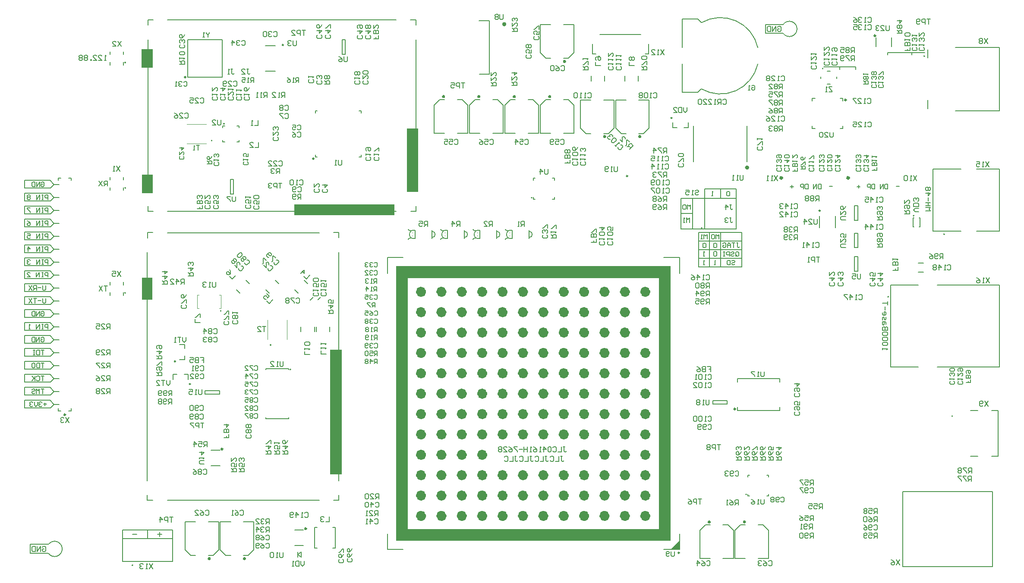
<source format=gbo>
G04*
G04 #@! TF.GenerationSoftware,Altium Limited,Altium Designer,24.4.1 (13)*
G04*
G04 Layer_Color=32896*
%FSLAX25Y25*%
%MOIN*%
G70*
G04*
G04 #@! TF.SameCoordinates,9BA34CE2-F453-49C1-9203-2D8BC28E9390*
G04*
G04*
G04 #@! TF.FilePolarity,Positive*
G04*
G01*
G75*
%ADD10C,0.01181*%
%ADD11C,0.00591*%
%ADD12C,0.00787*%
%ADD13C,0.00500*%
%ADD51C,0.00984*%
%ADD54C,0.01575*%
%ADD57C,0.02362*%
%ADD127C,0.03937*%
%ADD128C,0.01378*%
%ADD129C,0.01968*%
%ADD130C,0.00472*%
%ADD131C,0.00394*%
G36*
X418314Y394715D02*
X418513Y394661D01*
X418700Y394574D01*
X418868Y394457D01*
X419014Y394311D01*
X419132Y394143D01*
X419219Y393956D01*
X419272Y393758D01*
X419290Y393552D01*
X419272Y393347D01*
X419219Y393149D01*
X419132Y392962D01*
X419014Y392794D01*
X418868Y392648D01*
X418700Y392530D01*
X418513Y392443D01*
X418314Y392390D01*
X418109Y392372D01*
X417904Y392390D01*
X417705Y392443D01*
X417519Y392530D01*
X417350Y392648D01*
X417204Y392794D01*
X417086Y392962D01*
X416999Y393149D01*
X416946Y393347D01*
X416928Y393552D01*
X416946Y393758D01*
X416999Y393956D01*
X417086Y394143D01*
X417204Y394311D01*
X417350Y394457D01*
X417519Y394574D01*
X417705Y394661D01*
X417904Y394715D01*
X418109Y394733D01*
X418314Y394715D01*
D02*
G37*
G36*
X99917Y388792D02*
X91437D01*
Y403137D01*
X99917D01*
Y388792D01*
D02*
G37*
G36*
X406899Y367551D02*
X407098Y367498D01*
X407285Y367411D01*
X407453Y367293D01*
X407599Y367147D01*
X407717Y366979D01*
X407804Y366792D01*
X407857Y366594D01*
X407875Y366389D01*
X407857Y366183D01*
X407804Y365985D01*
X407717Y365798D01*
X407599Y365630D01*
X407453Y365484D01*
X407285Y365367D01*
X407098Y365280D01*
X406899Y365226D01*
X406694Y365208D01*
X406489Y365226D01*
X406290Y365280D01*
X406104Y365367D01*
X405935Y365484D01*
X405789Y365630D01*
X405671Y365798D01*
X405584Y365985D01*
X405531Y366183D01*
X405513Y366389D01*
X405531Y366594D01*
X405584Y366792D01*
X405671Y366979D01*
X405789Y367147D01*
X405935Y367293D01*
X406104Y367411D01*
X406290Y367498D01*
X406489Y367551D01*
X406694Y367569D01*
X406899Y367551D01*
D02*
G37*
G36*
X379537D02*
X379736Y367498D01*
X379922Y367411D01*
X380091Y367293D01*
X380237Y367147D01*
X380355Y366979D01*
X380442Y366792D01*
X380495Y366594D01*
X380513Y366389D01*
X380495Y366183D01*
X380442Y365985D01*
X380355Y365798D01*
X380237Y365630D01*
X380091Y365484D01*
X379922Y365367D01*
X379736Y365280D01*
X379537Y365226D01*
X379332Y365208D01*
X379127Y365226D01*
X378928Y365280D01*
X378741Y365367D01*
X378573Y365484D01*
X378427Y365630D01*
X378309Y365798D01*
X378222Y365985D01*
X378169Y366183D01*
X378151Y366389D01*
X378169Y366594D01*
X378222Y366792D01*
X378309Y366979D01*
X378427Y367147D01*
X378573Y367293D01*
X378741Y367411D01*
X378928Y367498D01*
X379127Y367551D01*
X379332Y367569D01*
X379537Y367551D01*
D02*
G37*
G36*
X352175D02*
X352374Y367498D01*
X352560Y367411D01*
X352729Y367293D01*
X352874Y367147D01*
X352993Y366979D01*
X353080Y366792D01*
X353133Y366594D01*
X353151Y366389D01*
X353133Y366183D01*
X353080Y365985D01*
X352993Y365798D01*
X352874Y365630D01*
X352729Y365484D01*
X352560Y365367D01*
X352374Y365280D01*
X352175Y365226D01*
X351970Y365208D01*
X351765Y365226D01*
X351566Y365280D01*
X351379Y365367D01*
X351211Y365484D01*
X351065Y365630D01*
X350947Y365798D01*
X350860Y365985D01*
X350807Y366183D01*
X350789Y366389D01*
X350807Y366594D01*
X350860Y366792D01*
X350947Y366979D01*
X351065Y367147D01*
X351211Y367293D01*
X351379Y367411D01*
X351566Y367498D01*
X351765Y367551D01*
X351970Y367569D01*
X352175Y367551D01*
D02*
G37*
G36*
X324911D02*
X325110Y367498D01*
X325296Y367411D01*
X325465Y367293D01*
X325611Y367147D01*
X325729Y366979D01*
X325816Y366792D01*
X325869Y366594D01*
X325887Y366389D01*
X325869Y366183D01*
X325816Y365985D01*
X325729Y365798D01*
X325611Y365630D01*
X325465Y365484D01*
X325296Y365367D01*
X325110Y365280D01*
X324911Y365226D01*
X324706Y365208D01*
X324501Y365226D01*
X324302Y365280D01*
X324115Y365367D01*
X323947Y365484D01*
X323801Y365630D01*
X323683Y365798D01*
X323596Y365985D01*
X323543Y366183D01*
X323525Y366389D01*
X323543Y366594D01*
X323596Y366792D01*
X323683Y366979D01*
X323801Y367147D01*
X323947Y367293D01*
X324115Y367411D01*
X324302Y367498D01*
X324501Y367551D01*
X324706Y367569D01*
X324911Y367551D01*
D02*
G37*
G36*
X476483Y336644D02*
X476682Y336591D01*
X476869Y336504D01*
X477037Y336386D01*
X477183Y336240D01*
X477301Y336072D01*
X477388Y335885D01*
X477441Y335687D01*
X477459Y335482D01*
X477441Y335276D01*
X477388Y335078D01*
X477301Y334891D01*
X477183Y334723D01*
X477037Y334577D01*
X476869Y334459D01*
X476682Y334372D01*
X476483Y334319D01*
X476278Y334301D01*
X476073Y334319D01*
X475874Y334372D01*
X475688Y334459D01*
X475519Y334577D01*
X475374Y334723D01*
X475255Y334891D01*
X475169Y335078D01*
X475115Y335276D01*
X475097Y335482D01*
X475115Y335687D01*
X475169Y335885D01*
X475255Y336072D01*
X475374Y336240D01*
X475519Y336386D01*
X475688Y336504D01*
X475874Y336591D01*
X476073Y336644D01*
X476278Y336662D01*
X476483Y336644D01*
D02*
G37*
G36*
X449318D02*
X449517Y336591D01*
X449704Y336504D01*
X449872Y336386D01*
X450018Y336240D01*
X450136Y336072D01*
X450223Y335885D01*
X450276Y335687D01*
X450294Y335482D01*
X450276Y335276D01*
X450223Y335078D01*
X450136Y334891D01*
X450018Y334723D01*
X449872Y334577D01*
X449704Y334459D01*
X449517Y334372D01*
X449318Y334319D01*
X449113Y334301D01*
X448908Y334319D01*
X448709Y334372D01*
X448523Y334459D01*
X448354Y334577D01*
X448208Y334723D01*
X448090Y334891D01*
X448003Y335078D01*
X447950Y335276D01*
X447932Y335482D01*
X447950Y335687D01*
X448003Y335885D01*
X448090Y336072D01*
X448208Y336240D01*
X448354Y336386D01*
X448523Y336504D01*
X448709Y336591D01*
X448908Y336644D01*
X449113Y336662D01*
X449318Y336644D01*
D02*
G37*
G36*
X305036Y292798D02*
X296457D01*
Y341634D01*
X305036D01*
Y292798D01*
D02*
G37*
G36*
X100021Y291844D02*
X91743D01*
Y306188D01*
X100021D01*
Y291844D01*
D02*
G37*
G36*
X286712Y274606D02*
X209547D01*
Y282893D01*
X286712D01*
Y274606D01*
D02*
G37*
G36*
X99657Y209512D02*
X91601D01*
Y226236D01*
X99657D01*
Y209512D01*
D02*
G37*
G36*
X245963Y74459D02*
X236910D01*
Y170563D01*
X245963D01*
Y74459D01*
D02*
G37*
G36*
X557293Y38811D02*
X557492Y38758D01*
X557678Y38671D01*
X557847Y38553D01*
X557993Y38407D01*
X558111Y38239D01*
X558198Y38052D01*
X558251Y37854D01*
X558269Y37648D01*
X558251Y37443D01*
X558198Y37245D01*
X558111Y37058D01*
X557993Y36890D01*
X557847Y36744D01*
X557678Y36626D01*
X557492Y36539D01*
X557293Y36486D01*
X557088Y36468D01*
X556883Y36486D01*
X556684Y36539D01*
X556497Y36626D01*
X556329Y36744D01*
X556183Y36890D01*
X556065Y37058D01*
X555978Y37245D01*
X555925Y37443D01*
X555907Y37648D01*
X555925Y37854D01*
X555978Y38052D01*
X556065Y38239D01*
X556183Y38407D01*
X556329Y38553D01*
X556497Y38671D01*
X556684Y38758D01*
X556883Y38811D01*
X557088Y38829D01*
X557293Y38811D01*
D02*
G37*
G36*
X530128Y38744D02*
X530326Y38691D01*
X530513Y38603D01*
X530682Y38486D01*
X530827Y38340D01*
X530945Y38172D01*
X531032Y37985D01*
X531085Y37787D01*
X531104Y37582D01*
X531085Y37376D01*
X531032Y37178D01*
X530945Y36991D01*
X530827Y36823D01*
X530682Y36677D01*
X530513Y36559D01*
X530326Y36472D01*
X530128Y36419D01*
X529922Y36401D01*
X529717Y36419D01*
X529519Y36472D01*
X529332Y36559D01*
X529163Y36677D01*
X529018Y36823D01*
X528900Y36991D01*
X528813Y37178D01*
X528759Y37376D01*
X528741Y37582D01*
X528759Y37787D01*
X528813Y37985D01*
X528900Y38172D01*
X529018Y38340D01*
X529163Y38486D01*
X529332Y38603D01*
X529519Y38691D01*
X529717Y38744D01*
X529922Y38762D01*
X530128Y38744D01*
D02*
G37*
G36*
X500196Y235236D02*
X500197D01*
Y226183D01*
X500196D01*
Y32174D01*
X500197D01*
Y23120D01*
X288110D01*
Y32174D01*
X288114D01*
Y235236D01*
X491143D01*
Y235237D01*
X500196D01*
Y235236D01*
D02*
G37*
G36*
X506988Y16339D02*
X500096Y16339D01*
X506988Y23231D01*
Y16339D01*
D02*
G37*
G36*
X171070Y10396D02*
X171269Y10343D01*
X171456Y10255D01*
X171624Y10138D01*
X171770Y9992D01*
X171888Y9824D01*
X171975Y9637D01*
X172028Y9439D01*
X172046Y9234D01*
X172028Y9028D01*
X171975Y8830D01*
X171888Y8643D01*
X171770Y8475D01*
X171624Y8329D01*
X171456Y8211D01*
X171269Y8124D01*
X171070Y8071D01*
X170865Y8053D01*
X170660Y8071D01*
X170461Y8124D01*
X170274Y8211D01*
X170106Y8329D01*
X169960Y8475D01*
X169842Y8643D01*
X169755Y8830D01*
X169702Y9028D01*
X169684Y9234D01*
X169702Y9439D01*
X169755Y9637D01*
X169842Y9824D01*
X169960Y9992D01*
X170106Y10138D01*
X170274Y10255D01*
X170461Y10343D01*
X170660Y10396D01*
X170865Y10414D01*
X171070Y10396D01*
D02*
G37*
G36*
X143905D02*
X144104Y10343D01*
X144290Y10255D01*
X144459Y10138D01*
X144604Y9992D01*
X144722Y9824D01*
X144809Y9637D01*
X144863Y9439D01*
X144881Y9234D01*
X144863Y9028D01*
X144809Y8830D01*
X144722Y8643D01*
X144604Y8475D01*
X144459Y8329D01*
X144290Y8211D01*
X144104Y8124D01*
X143905Y8071D01*
X143700Y8053D01*
X143494Y8071D01*
X143296Y8124D01*
X143109Y8211D01*
X142941Y8329D01*
X142795Y8475D01*
X142677Y8643D01*
X142590Y8830D01*
X142537Y9028D01*
X142518Y9234D01*
X142537Y9439D01*
X142590Y9637D01*
X142677Y9824D01*
X142795Y9992D01*
X142941Y10138D01*
X143109Y10255D01*
X143296Y10343D01*
X143494Y10396D01*
X143700Y10414D01*
X143905Y10396D01*
D02*
G37*
%LPC*%
G36*
X491143Y226183D02*
X297168D01*
Y32174D01*
X491143D01*
Y226183D01*
D02*
G37*
%LPD*%
D10*
X550163Y124902D02*
G03*
X550163Y124902I-557J0D01*
G01*
X635728Y363779D02*
G03*
X635728Y363779I-591J0D01*
G01*
X32677Y120453D02*
G03*
X32677Y120453I-591J0D01*
G01*
X218676Y32381D02*
G03*
X218676Y32381I-591J0D01*
G01*
X154084Y93897D02*
G03*
X154084Y93897I-591J0D01*
G01*
X658465Y413434D02*
G03*
X658465Y413434I-591J0D01*
G01*
D11*
X523883Y372318D02*
G03*
X567411Y391516I14699J25616D01*
G01*
X567411Y404350D02*
G03*
X523883Y423549I-28828J-6417D01*
G01*
X297601Y263595D02*
G03*
X297601Y263595I-220J0D01*
G01*
X301008Y258661D02*
G03*
X301008Y258661I-220J0D01*
G01*
Y261024D02*
G03*
X301008Y261024I-220J0D01*
G01*
X297381Y263595D02*
G03*
X299714Y262552I2333J2089D01*
G01*
X302658Y262992D02*
G03*
X302658Y256728I-1037J-3132D01*
G01*
X299714Y257168D02*
G03*
X297381Y256125I0J-3132D01*
G01*
X297601D02*
G03*
X297601Y256125I-220J0D01*
G01*
X322601Y263595D02*
G03*
X322601Y263595I-220J0D01*
G01*
X326008Y258661D02*
G03*
X326008Y258661I-220J0D01*
G01*
Y261024D02*
G03*
X326008Y261024I-220J0D01*
G01*
X322381Y263595D02*
G03*
X324714Y262552I2333J2089D01*
G01*
X327658Y262992D02*
G03*
X327658Y256728I-1037J-3132D01*
G01*
X324714Y257168D02*
G03*
X322381Y256125I0J-3132D01*
G01*
X322601D02*
G03*
X322601Y256125I-220J0D01*
G01*
X347601Y263595D02*
G03*
X347601Y263595I-220J0D01*
G01*
X351008Y258661D02*
G03*
X351008Y258661I-220J0D01*
G01*
Y261024D02*
G03*
X351008Y261024I-220J0D01*
G01*
X347381Y263595D02*
G03*
X349714Y262552I2333J2089D01*
G01*
X352658Y262992D02*
G03*
X352658Y256728I-1037J-3132D01*
G01*
X349714Y257168D02*
G03*
X347381Y256125I0J-3132D01*
G01*
X347601D02*
G03*
X347601Y256125I-220J0D01*
G01*
X372601D02*
G03*
X372601Y256125I-220J0D01*
G01*
X374714Y257168D02*
G03*
X372381Y256125I0J-3132D01*
G01*
X390846Y257480D02*
G03*
X390846Y262205I0J2362D01*
G01*
X365846Y257480D02*
G03*
X365846Y262205I0J2362D01*
G01*
X340846Y257480D02*
G03*
X340846Y262205I0J2362D01*
G01*
X377658Y262992D02*
G03*
X377658Y256728I-1037J-3132D01*
G01*
X372381Y263595D02*
G03*
X374714Y262552I2333J2089D01*
G01*
X376008Y261024D02*
G03*
X376008Y261024I-220J0D01*
G01*
Y258661D02*
G03*
X376008Y258661I-220J0D01*
G01*
X372601Y263595D02*
G03*
X372601Y263595I-220J0D01*
G01*
X315846Y257480D02*
G03*
X315846Y262205I0J2362D01*
G01*
X587072Y415204D02*
G03*
X587072Y422197I4759J3497D01*
G01*
X19454Y13236D02*
G03*
X19454Y20229I4759J3497D01*
G01*
X243849Y54216D02*
Y58316D01*
X239863Y54216D02*
X243849D01*
X95900Y54232D02*
X100001D01*
X95900D02*
Y58218D01*
X95916Y257135D02*
Y261236D01*
X99902D01*
X239764Y261220D02*
X243865D01*
Y257234D02*
Y261220D01*
X243898Y69340D02*
Y246013D01*
X95866Y69340D02*
Y246014D01*
X111319Y261195D02*
X228660Y261195D01*
X111319Y54256D02*
X228660Y54256D01*
X299213Y425639D02*
X303314D01*
Y421654D02*
Y425639D01*
X303297Y277690D02*
Y281791D01*
X299311Y277690D02*
X303297D01*
X96293Y277707D02*
X100394D01*
X96293D02*
Y281693D01*
X96310Y421555D02*
Y425656D01*
X100295D01*
X111516Y425689D02*
X288189D01*
X111515Y277657D02*
X288189D01*
X96334Y410451D02*
X96334Y293110D01*
X303273D02*
X303273Y410451D01*
X702854Y262264D02*
Y310295D01*
X754035Y262264D02*
Y310295D01*
X702854D02*
X724508D01*
X736319D02*
X754035D01*
X702854Y262264D02*
X724508D01*
X736319D02*
X754035D01*
X501870Y342421D02*
Y346358D01*
Y342421D02*
X505020D01*
X513681D02*
Y346358D01*
X510532Y342421D02*
X513681D01*
X526378Y263917D02*
X550787D01*
Y287854D01*
X526378D02*
X550787D01*
X526378Y263917D02*
Y287854D01*
X127067Y410532D02*
X153858D01*
Y381398D02*
Y410532D01*
X127067Y381398D02*
X153858D01*
X127067D02*
Y410532D01*
X551759Y145685D02*
Y148446D01*
X584469D01*
Y145618D02*
Y148446D01*
X551759Y123601D02*
Y126362D01*
Y123601D02*
X584469D01*
Y126430D01*
X628543Y380413D02*
Y381594D01*
X615945Y380413D02*
Y381594D01*
X621063Y376083D02*
X623425D01*
X621063Y385925D02*
X623425D01*
X129332Y11599D02*
X133071D01*
X125000Y15928D02*
X129332Y11599D01*
X125000Y15928D02*
Y37579D01*
X133071Y37582D01*
X142913Y11599D02*
X146653D01*
X150984Y15928D01*
Y37579D01*
X142913Y37582D02*
X150984Y37579D01*
X523873Y372318D02*
X523883D01*
X521142Y369587D02*
X523873Y372318D01*
X509055Y369587D02*
X521142D01*
X509055D02*
X509055D01*
Y391535D01*
X509055Y404331D02*
Y426280D01*
X509055D02*
X509055D01*
X509055D02*
X521142D01*
X523873Y423549D01*
X523883D01*
X27087Y123524D02*
Y125492D01*
Y123524D02*
X29055D01*
X35118D02*
X37087D01*
Y125492D01*
X221850Y209154D02*
X224016Y211319D01*
X227658Y209252D02*
X229823Y211417D01*
X211959Y10335D02*
Y14469D01*
X212156Y12303D02*
X214616Y10335D01*
X212156Y12303D02*
X214616Y14272D01*
Y10335D02*
Y14272D01*
X630776Y387362D02*
Y389469D01*
X643147Y387362D02*
Y389469D01*
X618405D02*
X643147D01*
X696063Y400295D02*
X696555D01*
X680177D02*
X680254D01*
X686378Y398583D02*
Y400295D01*
X686405D01*
X667776Y398583D02*
Y400295D01*
X696063D01*
X170079Y37582D02*
X178150Y37579D01*
Y15928D02*
Y37579D01*
X173818Y11599D02*
X178150Y15928D01*
X170079Y11599D02*
X173818D01*
X152165Y37579D02*
X160236Y37582D01*
X152165Y15928D02*
Y37579D01*
Y15928D02*
X156497Y11599D01*
X160236D01*
X23839Y188524D02*
X27756D01*
X20768Y191595D02*
X23839Y188524D01*
X1201Y191595D02*
X20768D01*
X1201Y185607D02*
Y191595D01*
Y185607D02*
X20922D01*
X23839Y188524D01*
X26102D01*
X23839Y298524D02*
X27756D01*
X20768Y301594D02*
X23839Y298524D01*
X1201Y301594D02*
X20768D01*
X1201Y295607D02*
Y301594D01*
Y295607D02*
X20922D01*
X23839Y298524D01*
X26102D01*
X23839Y288524D02*
X27756D01*
X20768Y291595D02*
X23839Y288524D01*
X1201Y291595D02*
X20768D01*
X1201Y285607D02*
Y291595D01*
Y285607D02*
X20922D01*
X23839Y288524D01*
X26102D01*
X23839Y278524D02*
X27756D01*
X20768Y281594D02*
X23839Y278524D01*
X1201Y281594D02*
X20768D01*
X1201Y275607D02*
Y281594D01*
Y275607D02*
X20922D01*
X23839Y278524D01*
X26102D01*
X23839Y268524D02*
X27756D01*
X20768Y271595D02*
X23839Y268524D01*
X1201Y271595D02*
X20768D01*
X1201Y265607D02*
Y271595D01*
Y265607D02*
X20922D01*
X23839Y268524D01*
X26102D01*
X23839Y258524D02*
X27756D01*
X20768Y261595D02*
X23839Y258524D01*
X1201Y261595D02*
X20768D01*
X1201Y255607D02*
Y261595D01*
Y255607D02*
X20922D01*
X23839Y258524D01*
X26102D01*
X23839Y248524D02*
X27756D01*
X20768Y251594D02*
X23839Y248524D01*
X1201Y251594D02*
X20768D01*
X1201Y245607D02*
Y251594D01*
Y245607D02*
X20922D01*
X23839Y248524D01*
X26102D01*
X23839Y238524D02*
X27756D01*
X20768Y241595D02*
X23839Y238524D01*
X1201Y241595D02*
X20768D01*
X1201Y235607D02*
Y241595D01*
Y235607D02*
X20922D01*
X23839Y238524D01*
X26102D01*
X23839Y228524D02*
X27756D01*
X20768Y231594D02*
X23839Y228524D01*
X1201Y231594D02*
X20768D01*
X1201Y225607D02*
Y231594D01*
Y225607D02*
X20922D01*
X23839Y228524D01*
X26102D01*
X23839Y218524D02*
X27756D01*
X20768Y221595D02*
X23839Y218524D01*
X1201Y221595D02*
X20768D01*
X1201Y215607D02*
Y221595D01*
Y215607D02*
X20922D01*
X23839Y218524D01*
X26102D01*
X23839Y208524D02*
X27756D01*
X20768Y211595D02*
X23839Y208524D01*
X1201Y211595D02*
X20768D01*
X1201Y205607D02*
Y211595D01*
Y205607D02*
X20922D01*
X23839Y208524D01*
X26102D01*
X23839Y198524D02*
X27756D01*
X20768Y201594D02*
X23839Y198524D01*
X1201Y201594D02*
X20768D01*
X1201Y195607D02*
Y201594D01*
Y195607D02*
X20922D01*
X23839Y198524D01*
X26102D01*
X23839Y178524D02*
X27756D01*
X20768Y181595D02*
X23839Y178524D01*
X1201Y181595D02*
X20768D01*
X1201Y175607D02*
Y181595D01*
Y175607D02*
X20922D01*
X23839Y178524D01*
X26102D01*
X23839Y168524D02*
X27756D01*
X20768Y171595D02*
X23839Y168524D01*
X1201Y171595D02*
X20768D01*
X1201Y165607D02*
Y171595D01*
Y165607D02*
X20922D01*
X23839Y168524D01*
X26102D01*
X23839Y158524D02*
X27756D01*
X20768Y161594D02*
X23839Y158524D01*
X1201Y161594D02*
X20768D01*
X1201Y155607D02*
Y161594D01*
Y155607D02*
X20922D01*
X23839Y158524D01*
X26102D01*
X23839Y148524D02*
X27756D01*
X20768Y151594D02*
X23839Y148524D01*
X1201Y151594D02*
X20768D01*
X1201Y145607D02*
Y151594D01*
Y145607D02*
X20922D01*
X23839Y148524D01*
X26102D01*
X23839Y138524D02*
X27756D01*
X20768Y141595D02*
X23839Y138524D01*
X1201Y141595D02*
X20768D01*
X1201Y135607D02*
Y141595D01*
Y135607D02*
X20922D01*
X23839Y138524D01*
X26102D01*
X23839Y128524D02*
X26102D01*
X20922Y125607D02*
X23839Y128524D01*
X1201Y125607D02*
X20922D01*
X1201D02*
Y131595D01*
X20768D01*
X23839Y128524D01*
X27756D01*
X96063Y24606D02*
Y31496D01*
X76575Y24606D02*
Y31496D01*
X115551D01*
Y24606D02*
Y31496D01*
X573327Y422197D02*
X587072D01*
X573327Y415204D02*
Y422197D01*
Y415204D02*
X587072D01*
X5315Y13236D02*
X19454D01*
X5315D02*
Y20229D01*
X19454D01*
X27087Y303524D02*
X29055D01*
X27087Y301555D02*
Y303524D01*
X35118D02*
X37087D01*
Y301555D02*
Y303524D01*
X521850Y234793D02*
X554921D01*
X521850Y241388D02*
X554921D01*
X521850Y234793D02*
Y261319D01*
X530217Y234842D02*
Y261319D01*
X521850Y254724D02*
X554921D01*
Y261319D02*
X554921Y234793D01*
X538878Y261319D02*
X538878Y234842D01*
X521850Y248130D02*
X554921D01*
X521850Y261319D02*
X554921D01*
X508071Y275886D02*
X516929D01*
Y263917D02*
Y287894D01*
X508071Y263917D02*
Y287854D01*
Y263917D02*
X526378D01*
X508071Y287854D02*
X526378D01*
X538583D02*
Y294882D01*
X526378Y287854D02*
Y294882D01*
X550787D01*
Y287854D02*
Y294882D01*
X115748Y151673D02*
X118898D01*
X115748Y147736D02*
Y151673D01*
X124409D02*
X127559D01*
X127559Y147736D01*
X124606Y171555D02*
Y174705D01*
X120669D02*
X124606D01*
Y162894D02*
Y166043D01*
X120669Y162894D02*
X124606D01*
X344685Y338043D02*
X352756Y338040D01*
X344685Y338043D02*
Y359694D01*
X349016Y364023D01*
X352756D01*
X362598Y338040D02*
X370669Y338043D01*
Y359694D01*
X366338Y364023D02*
X370669Y359694D01*
X362598Y364023D02*
X366338D01*
X417323D02*
X421062D01*
X425394Y359694D01*
Y338043D02*
Y359694D01*
X417323Y338040D02*
X425394Y338043D01*
X403741Y364023D02*
X407480D01*
X399410Y359694D02*
X403741Y364023D01*
X399410Y338043D02*
Y359694D01*
Y338043D02*
X407480Y338040D01*
X389961Y364023D02*
X393700D01*
X398031Y359694D01*
Y338043D02*
Y359694D01*
X389961Y338040D02*
X398031Y338043D01*
X376379Y364023D02*
X380118D01*
X372047Y359694D02*
X376379Y364023D01*
X372047Y338043D02*
Y359694D01*
Y338043D02*
X380118Y338040D01*
X317421Y338043D02*
X325492Y338040D01*
X317421Y338043D02*
Y359694D01*
X321753Y364023D01*
X325492D01*
X335335Y338040D02*
X343406Y338043D01*
Y359694D01*
X339074Y364023D02*
X343406Y359694D01*
X335335Y364023D02*
X339074D01*
X403741Y395918D02*
X407480D01*
X399409Y400247D02*
X403741Y395918D01*
X399409Y400247D02*
Y421898D01*
X407480Y421901D01*
X417323Y395918D02*
X421062D01*
X425394Y400247D01*
Y421898D01*
X417323Y421901D02*
X425394Y421898D01*
X475492Y363830D02*
X483563Y363827D01*
Y342176D02*
Y363827D01*
X479232Y337847D02*
X483563Y342176D01*
X475492Y337847D02*
X479232D01*
X457579Y363827D02*
X465650Y363830D01*
X457579Y342176D02*
Y363827D01*
Y342176D02*
X461910Y337847D01*
X465650D01*
X448327Y363830D02*
X456398Y363827D01*
Y342176D02*
Y363827D01*
X452066Y337847D02*
X456398Y342176D01*
X448327Y337847D02*
X452066D01*
X430413Y363827D02*
X438484Y363830D01*
X430413Y342176D02*
Y363827D01*
Y342176D02*
X434745Y337847D01*
X438484D01*
X540551Y35216D02*
X544290D01*
X548622Y30887D01*
Y9236D02*
Y30887D01*
X540551Y9233D02*
X548622Y9236D01*
X526969Y35216D02*
X530709D01*
X522638Y30887D02*
X526969Y35216D01*
X522638Y9236D02*
Y30887D01*
Y9236D02*
X530709Y9233D01*
X567717Y35283D02*
X571456D01*
X575787Y30953D01*
Y9303D02*
Y30953D01*
X567717Y9300D02*
X575787Y9303D01*
X554135Y35283D02*
X557874D01*
X549803Y30953D02*
X554135Y35283D01*
X549803Y9303D02*
Y30953D01*
Y9303D02*
X557874Y9300D01*
X540415Y363722D02*
X541071Y364378D01*
X542382D01*
X543039Y363722D01*
Y361098D01*
X542382Y360442D01*
X541071D01*
X540415Y361098D01*
X539103Y360442D02*
Y364378D01*
X537135D01*
X536479Y363722D01*
Y362410D01*
X537135Y361754D01*
X539103D01*
X537791D02*
X536479Y360442D01*
X535167D02*
X533855D01*
X534511D01*
Y364378D01*
X535167Y363722D01*
X529263Y360442D02*
X531887D01*
X529263Y363066D01*
Y363722D01*
X529919Y364378D01*
X531231D01*
X531887Y363722D01*
X525328Y360442D02*
X527951D01*
X525328Y363066D01*
Y363722D01*
X525984Y364378D01*
X527295D01*
X527951Y363722D01*
X524016D02*
X523360Y364378D01*
X522048D01*
X521392Y363722D01*
Y361098D01*
X522048Y360442D01*
X523360D01*
X524016Y361098D01*
Y363722D01*
X417061Y95570D02*
X418373D01*
X417717D01*
Y92290D01*
X418373Y91634D01*
X419029D01*
X419685Y92290D01*
X415749Y95570D02*
Y91634D01*
X413126D01*
X409190Y94914D02*
X409846Y95570D01*
X411158D01*
X411814Y94914D01*
Y92290D01*
X411158Y91634D01*
X409846D01*
X409190Y92290D01*
X407878Y94914D02*
X407222Y95570D01*
X405910D01*
X405254Y94914D01*
Y92290D01*
X405910Y91634D01*
X407222D01*
X407878Y92290D01*
Y94914D01*
X401974Y91634D02*
Y95570D01*
X403942Y93602D01*
X401318D01*
X400006Y91634D02*
X398694D01*
X399350D01*
Y95570D01*
X400006Y94914D01*
X394103Y95570D02*
X395415Y94914D01*
X396727Y93602D01*
Y92290D01*
X396071Y91634D01*
X394759D01*
X394103Y92290D01*
Y92946D01*
X394759Y93602D01*
X396727D01*
X392791Y91634D02*
X391479D01*
X392135D01*
Y95570D01*
X392791Y94914D01*
X389511Y95570D02*
Y91634D01*
Y93602D01*
X386887D01*
Y95570D01*
Y91634D01*
X385575Y93602D02*
X382951D01*
X381640Y95570D02*
X379016D01*
Y94914D01*
X381640Y92290D01*
Y91634D01*
X375080Y95570D02*
X376392Y94914D01*
X377704Y93602D01*
Y92290D01*
X377048Y91634D01*
X375736D01*
X375080Y92290D01*
Y92946D01*
X375736Y93602D01*
X377704D01*
X371144Y91634D02*
X373768D01*
X371144Y94258D01*
Y94914D01*
X371800Y95570D01*
X373112D01*
X373768Y94914D01*
X369832D02*
X369176Y95570D01*
X367864D01*
X367209Y94914D01*
Y94258D01*
X367864Y93602D01*
X367209Y92946D01*
Y92290D01*
X367864Y91634D01*
X369176D01*
X369832Y92290D01*
Y92946D01*
X369176Y93602D01*
X369832Y94258D01*
Y94914D01*
X369176Y93602D02*
X367864D01*
X414994Y88286D02*
X416306D01*
X415650D01*
Y85006D01*
X416306Y84350D01*
X416962D01*
X417618Y85006D01*
X413682Y88286D02*
Y84350D01*
X411059D01*
X407123Y87630D02*
X407779Y88286D01*
X409091D01*
X409747Y87630D01*
Y85006D01*
X409091Y84350D01*
X407779D01*
X407123Y85006D01*
X403187Y88286D02*
X404499D01*
X403843D01*
Y85006D01*
X404499Y84350D01*
X405155D01*
X405811Y85006D01*
X401875Y88286D02*
Y84350D01*
X399251D01*
X395316Y87630D02*
X395972Y88286D01*
X397284D01*
X397939Y87630D01*
Y85006D01*
X397284Y84350D01*
X395972D01*
X395316Y85006D01*
X391380Y88286D02*
X392692D01*
X392036D01*
Y85006D01*
X392692Y84350D01*
X393348D01*
X394004Y85006D01*
X390068Y88286D02*
Y84350D01*
X387444D01*
X383508Y87630D02*
X384164Y88286D01*
X385476D01*
X386132Y87630D01*
Y85006D01*
X385476Y84350D01*
X384164D01*
X383508Y85006D01*
X379573Y88286D02*
X380885D01*
X380229D01*
Y85006D01*
X380885Y84350D01*
X381540D01*
X382196Y85006D01*
X378261Y88286D02*
Y84350D01*
X375637D01*
X371701Y87630D02*
X372357Y88286D01*
X373669D01*
X374325Y87630D01*
Y85006D01*
X373669Y84350D01*
X372357D01*
X371701Y85006D01*
X14699Y18044D02*
X15355Y18699D01*
X16667D01*
X17323Y18044D01*
Y15420D01*
X16667Y14764D01*
X15355D01*
X14699Y15420D01*
Y16732D01*
X16011D01*
X13387Y14764D02*
Y18699D01*
X10763Y14764D01*
Y18699D01*
X9451D02*
Y14764D01*
X7484D01*
X6827Y15420D01*
Y18044D01*
X7484Y18699D01*
X9451D01*
X616264Y298685D02*
Y295143D01*
X614493D01*
X613903Y295733D01*
Y298095D01*
X614493Y298685D01*
X616264D01*
X612722Y295143D02*
Y298685D01*
X610361Y295143D01*
Y298685D01*
X606240Y298719D02*
Y295177D01*
X604469D01*
X603879Y295767D01*
Y298129D01*
X604469Y298719D01*
X606240D01*
X602698Y295177D02*
Y298719D01*
X600927D01*
X600337Y298129D01*
Y296948D01*
X600927Y296358D01*
X602698D01*
X594921Y296752D02*
X592560D01*
X593741Y297932D02*
Y295571D01*
X625138Y297047D02*
X622776D01*
X676772D02*
X674410D01*
X646555Y296752D02*
X644194D01*
X645374Y297932D02*
Y295571D01*
X657874Y298719D02*
Y295177D01*
X656103D01*
X655513Y295767D01*
Y298129D01*
X656103Y298719D01*
X657874D01*
X654332Y295177D02*
Y298719D01*
X652561D01*
X651970Y298129D01*
Y296948D01*
X652561Y296358D01*
X654332D01*
X667898Y298685D02*
Y295143D01*
X666127D01*
X665537Y295733D01*
Y298095D01*
X666127Y298685D01*
X667898D01*
X664356Y295143D02*
Y298685D01*
X661995Y295143D01*
Y298685D01*
X107034Y28017D02*
X103885D01*
X105459Y29591D02*
Y26442D01*
X87697Y28150D02*
X84548D01*
X582711Y420012D02*
X583367Y420668D01*
X584679D01*
X585335Y420012D01*
Y417388D01*
X584679Y416732D01*
X583367D01*
X582711Y417388D01*
Y418700D01*
X584023D01*
X581399Y416732D02*
Y420668D01*
X578775Y416732D01*
Y420668D01*
X577463D02*
Y416732D01*
X575495D01*
X574839Y417388D01*
Y420012D01*
X575495Y420668D01*
X577463D01*
X64038Y394390D02*
X62726D01*
X63382D01*
Y398325D01*
X64038Y397670D01*
X58135Y394390D02*
X60758D01*
X58135Y397014D01*
Y397670D01*
X58790Y398325D01*
X60102D01*
X60758Y397670D01*
X54199Y394390D02*
X56823D01*
X54199Y397014D01*
Y397670D01*
X54855Y398325D01*
X56167D01*
X56823Y397670D01*
X52887Y394390D02*
Y395046D01*
X52231D01*
Y394390D01*
X52887D01*
X49607Y397670D02*
X48951Y398325D01*
X47639D01*
X46983Y397670D01*
Y397014D01*
X47639Y396358D01*
X46983Y395702D01*
Y395046D01*
X47639Y394390D01*
X48951D01*
X49607Y395046D01*
Y395702D01*
X48951Y396358D01*
X49607Y397014D01*
Y397670D01*
X48951Y396358D02*
X47639D01*
X45671Y397670D02*
X45015Y398325D01*
X43703D01*
X43047Y397670D01*
Y397014D01*
X43703Y396358D01*
X43047Y395702D01*
Y395046D01*
X43703Y394390D01*
X45015D01*
X45671Y395046D01*
Y395702D01*
X45015Y396358D01*
X45671Y397014D01*
Y397670D01*
X45015Y396358D02*
X43703D01*
X534842Y236270D02*
X533662D01*
X534252D01*
Y239812D01*
X534842Y239222D01*
X526476Y236270D02*
X525296D01*
X525886D01*
Y239812D01*
X526476Y239222D01*
Y243012D02*
X525296D01*
X525886D01*
Y246554D01*
X526476Y245964D01*
X535630D02*
X535040Y246554D01*
X533859D01*
X533268Y245964D01*
Y243602D01*
X533859Y243012D01*
X535040D01*
X535630Y243602D01*
Y245964D01*
X527264Y252558D02*
X526673Y253149D01*
X525493D01*
X524902Y252558D01*
Y250197D01*
X525493Y249606D01*
X526673D01*
X527264Y250197D01*
Y252558D01*
X535630D02*
X535040Y253149D01*
X533859D01*
X533268Y252558D01*
Y250197D01*
X533859Y249606D01*
X535040D01*
X535630Y250197D01*
Y252558D01*
X528248Y256299D02*
Y259841D01*
X527067Y258661D01*
X525887Y259841D01*
Y256299D01*
X524706D02*
X523525D01*
X524116D01*
Y259841D01*
X524706Y259251D01*
X537500Y256299D02*
Y259841D01*
X536319Y258661D01*
X535139Y259841D01*
Y256299D01*
X533958Y259251D02*
X533367Y259841D01*
X532187D01*
X531596Y259251D01*
Y256890D01*
X532187Y256299D01*
X533367D01*
X533958Y256890D01*
Y259251D01*
X547245Y239271D02*
X547835Y239861D01*
X549016D01*
X549606Y239271D01*
Y238680D01*
X549016Y238090D01*
X547835D01*
X547245Y237500D01*
Y236909D01*
X547835Y236319D01*
X549016D01*
X549606Y236909D01*
X546064Y239861D02*
Y236319D01*
X544293D01*
X543703Y236909D01*
Y239271D01*
X544293Y239861D01*
X546064D01*
X550296Y243504D02*
Y245865D01*
X550886Y246456D01*
X552067D01*
X552658Y245865D01*
Y243504D01*
X552067Y242913D01*
X550886D01*
X551477Y244094D02*
X550296Y242913D01*
X550886D02*
X550296Y243504D01*
X546754Y245865D02*
X547344Y246456D01*
X548525D01*
X549115Y245865D01*
Y245275D01*
X548525Y244685D01*
X547344D01*
X546754Y244094D01*
Y243504D01*
X547344Y242913D01*
X548525D01*
X549115Y243504D01*
X545573Y242913D02*
Y246456D01*
X543802D01*
X543212Y245865D01*
Y244685D01*
X543802Y244094D01*
X545573D01*
X542031Y246456D02*
X540850D01*
X541441D01*
Y242913D01*
X542031D01*
X540850D01*
X550985Y253247D02*
X552166D01*
X551575D01*
Y250295D01*
X552166Y249705D01*
X552756D01*
X553346Y250295D01*
X549804Y253247D02*
X547443D01*
X548624D01*
Y249705D01*
X546262D02*
Y252066D01*
X545081Y253247D01*
X543901Y252066D01*
Y249705D01*
Y251476D01*
X546262D01*
X540359Y252657D02*
X540949Y253247D01*
X542130D01*
X542720Y252657D01*
Y250295D01*
X542130Y249705D01*
X540949D01*
X540359Y250295D01*
Y251476D01*
X541539D01*
X65129Y220113D02*
X62505D01*
X63817D01*
Y216177D01*
X61193Y220113D02*
X58569Y216177D01*
Y220113D02*
X61193Y216177D01*
X65051Y297236D02*
Y301172D01*
X63083D01*
X62427Y300516D01*
Y299204D01*
X63083Y298548D01*
X65051D01*
X63739D02*
X62427Y297236D01*
X61115Y301172D02*
X58491Y297236D01*
Y301172D02*
X61115Y297236D01*
X13715Y179767D02*
X14305Y180357D01*
X15486D01*
X16076Y179767D01*
Y177405D01*
X15486Y176815D01*
X14305D01*
X13715Y177405D01*
Y178586D01*
X14895D01*
X12534Y176815D02*
Y180357D01*
X10173Y176815D01*
Y180357D01*
X8992D02*
Y176815D01*
X7221D01*
X6630Y177405D01*
Y179767D01*
X7221Y180357D01*
X8992D01*
X19062Y186759D02*
Y190301D01*
X17291D01*
X16701Y189711D01*
Y188530D01*
X17291Y187940D01*
X19062D01*
X15520Y190301D02*
X14339D01*
X14930D01*
Y186759D01*
X15520D01*
X14339D01*
X12568D02*
Y190301D01*
X10207Y186759D01*
Y190301D01*
X5484Y186759D02*
X4303D01*
X4893D01*
Y190301D01*
X5484Y189711D01*
X13780Y299802D02*
X14371Y300393D01*
X15551D01*
X16142Y299802D01*
Y297441D01*
X15551Y296850D01*
X14371D01*
X13780Y297441D01*
Y298622D01*
X14961D01*
X12600Y296850D02*
Y300393D01*
X10238Y296850D01*
Y300393D01*
X9057D02*
Y296850D01*
X7286D01*
X6696Y297441D01*
Y299802D01*
X7286Y300393D01*
X9057D01*
X19094Y286811D02*
Y290353D01*
X17323D01*
X16733Y289763D01*
Y288582D01*
X17323Y287992D01*
X19094D01*
X15552Y290353D02*
X14372D01*
X14962D01*
Y286811D01*
X15552D01*
X14372D01*
X12600D02*
Y290353D01*
X10239Y286811D01*
Y290353D01*
X5516Y289763D02*
X4926Y290353D01*
X3745D01*
X3155Y289763D01*
Y289172D01*
X3745Y288582D01*
X3155Y287992D01*
Y287401D01*
X3745Y286811D01*
X4926D01*
X5516Y287401D01*
Y287992D01*
X4926Y288582D01*
X5516Y289172D01*
Y289763D01*
X4926Y288582D02*
X3745D01*
X19094Y276772D02*
Y280314D01*
X17323D01*
X16733Y279723D01*
Y278543D01*
X17323Y277952D01*
X19094D01*
X15552Y280314D02*
X14372D01*
X14962D01*
Y276772D01*
X15552D01*
X14372D01*
X12600D02*
Y280314D01*
X10239Y276772D01*
Y280314D01*
X5516D02*
X3155D01*
Y279723D01*
X5516Y277362D01*
Y276772D01*
X19094Y266831D02*
Y270373D01*
X17323D01*
X16733Y269782D01*
Y268602D01*
X17323Y268011D01*
X19094D01*
X15552Y270373D02*
X14372D01*
X14962D01*
Y266831D01*
X15552D01*
X14372D01*
X12600D02*
Y270373D01*
X10239Y266831D01*
Y270373D01*
X3155D02*
X4335Y269782D01*
X5516Y268602D01*
Y267421D01*
X4926Y266831D01*
X3745D01*
X3155Y267421D01*
Y268011D01*
X3745Y268602D01*
X5516D01*
X19094Y256791D02*
Y260333D01*
X17323D01*
X16733Y259743D01*
Y258562D01*
X17323Y257972D01*
X19094D01*
X15552Y260333D02*
X14372D01*
X14962D01*
Y256791D01*
X15552D01*
X14372D01*
X12600D02*
Y260333D01*
X10239Y256791D01*
Y260333D01*
X3155D02*
X5516D01*
Y258562D01*
X4335Y259153D01*
X3745D01*
X3155Y258562D01*
Y257382D01*
X3745Y256791D01*
X4926D01*
X5516Y257382D01*
X19094Y246850D02*
Y250393D01*
X17323D01*
X16733Y249802D01*
Y248622D01*
X17323Y248031D01*
X19094D01*
X15552Y250393D02*
X14372D01*
X14962D01*
Y246850D01*
X15552D01*
X14372D01*
X12600D02*
Y250393D01*
X10239Y246850D01*
Y250393D01*
X3745Y246850D02*
Y250393D01*
X5516Y248622D01*
X3155D01*
X19116Y236797D02*
Y240339D01*
X17345D01*
X16754Y239749D01*
Y238568D01*
X17345Y237978D01*
X19116D01*
X15573Y240339D02*
X14393D01*
X14983D01*
Y236797D01*
X15573D01*
X14393D01*
X12622D02*
Y240339D01*
X10260Y236797D01*
Y240339D01*
X5537Y239749D02*
X4947Y240339D01*
X3766D01*
X3176Y239749D01*
Y239159D01*
X3766Y238568D01*
X4357D01*
X3766D01*
X3176Y237978D01*
Y237388D01*
X3766Y236797D01*
X4947D01*
X5537Y237388D01*
X19053Y226927D02*
Y230469D01*
X17282D01*
X16691Y229878D01*
Y228698D01*
X17282Y228108D01*
X19053D01*
X15511Y230469D02*
X14330D01*
X14920D01*
Y226927D01*
X15511D01*
X14330D01*
X12559D02*
Y230469D01*
X10197Y226927D01*
Y230469D01*
X3113Y226927D02*
X5474D01*
X3113Y229288D01*
Y229878D01*
X3703Y230469D01*
X4884D01*
X5474Y229878D01*
X17327Y220383D02*
Y217431D01*
X16736Y216841D01*
X15556D01*
X14965Y217431D01*
Y220383D01*
X13785Y218612D02*
X11423D01*
X10243Y216841D02*
Y220383D01*
X8471D01*
X7881Y219792D01*
Y218612D01*
X8471Y218021D01*
X10243D01*
X9062D02*
X7881Y216841D01*
X6700Y220383D02*
X4339Y216841D01*
Y220383D02*
X6700Y216841D01*
X17352Y210393D02*
Y207441D01*
X16761Y206851D01*
X15581D01*
X14990Y207441D01*
Y210393D01*
X13810Y208622D02*
X11448D01*
X10268Y210393D02*
X7906D01*
X9087D01*
Y206851D01*
X6725Y210393D02*
X4364Y206851D01*
Y210393D02*
X6725Y206851D01*
X13759Y199755D02*
X14349Y200345D01*
X15530D01*
X16121Y199755D01*
Y197393D01*
X15530Y196803D01*
X14349D01*
X13759Y197393D01*
Y198574D01*
X14940D01*
X12578Y196803D02*
Y200345D01*
X10217Y196803D01*
Y200345D01*
X9036D02*
Y196803D01*
X7265D01*
X6675Y197393D01*
Y199755D01*
X7265Y200345D01*
X9036D01*
X16129Y170396D02*
X13767D01*
X14948D01*
Y166854D01*
X12587Y170396D02*
Y166854D01*
X10815D01*
X10225Y167444D01*
Y169806D01*
X10815Y170396D01*
X12587D01*
X9044D02*
X7864D01*
X8454D01*
Y166854D01*
X9044D01*
X7864D01*
X18037Y128610D02*
X15676D01*
X16857Y129791D02*
Y127429D01*
X14495Y129791D02*
X13905Y130381D01*
X12724D01*
X12134Y129791D01*
Y129200D01*
X12724Y128610D01*
X13315D01*
X12724D01*
X12134Y128020D01*
Y127429D01*
X12724Y126839D01*
X13905D01*
X14495Y127429D01*
X10953Y130381D02*
Y128020D01*
X9772Y126839D01*
X8592Y128020D01*
Y130381D01*
X7411Y129791D02*
X6821Y130381D01*
X5640D01*
X5050Y129791D01*
Y129200D01*
X5640Y128610D01*
X6230D01*
X5640D01*
X5050Y128020D01*
Y127429D01*
X5640Y126839D01*
X6821D01*
X7411Y127429D01*
X16129Y150386D02*
X13767D01*
X14948D01*
Y146844D01*
X10225Y149795D02*
X10815Y150386D01*
X11996D01*
X12587Y149795D01*
Y147434D01*
X11996Y146844D01*
X10815D01*
X10225Y147434D01*
X9044Y150386D02*
Y146844D01*
Y148024D01*
X6683Y150386D01*
X8454Y148615D01*
X6683Y146844D01*
X16096Y140315D02*
X13735D01*
X14915D01*
Y136773D01*
X12554D02*
Y140315D01*
X11373Y139134D01*
X10193Y140315D01*
Y136773D01*
X6650Y139725D02*
X7241Y140315D01*
X8422D01*
X9012Y139725D01*
Y139134D01*
X8422Y138544D01*
X7241D01*
X6650Y137953D01*
Y137363D01*
X7241Y136773D01*
X8422D01*
X9012Y137363D01*
X16146Y160364D02*
X13785D01*
X14966D01*
Y156822D01*
X12604Y160364D02*
Y156822D01*
X10833D01*
X10243Y157413D01*
Y159774D01*
X10833Y160364D01*
X12604D01*
X7291D02*
X8472D01*
X9062Y159774D01*
Y157413D01*
X8472Y156822D01*
X7291D01*
X6701Y157413D01*
Y159774D01*
X7291Y160364D01*
X532874Y289665D02*
X531693D01*
X532284D01*
Y293208D01*
X532874Y292617D01*
X545866Y292519D02*
X545276Y293109D01*
X544095D01*
X543505Y292519D01*
Y290157D01*
X544095Y289567D01*
X545276D01*
X545866Y290157D01*
Y292519D01*
X514663Y269066D02*
Y272608D01*
X513483Y271427D01*
X512302Y272608D01*
Y269066D01*
X511121D02*
X509940D01*
X510531D01*
Y272608D01*
X511121Y272018D01*
X515453Y279232D02*
Y282774D01*
X514272Y281594D01*
X513091Y282774D01*
Y279232D01*
X511911Y282184D02*
X511320Y282774D01*
X510140D01*
X509549Y282184D01*
Y279823D01*
X510140Y279232D01*
X511320D01*
X511911Y279823D01*
Y282184D01*
X696949Y277953D02*
X700885D01*
X699573Y279265D01*
X700885Y280576D01*
X696949D01*
X700885Y281889D02*
X696949D01*
X698917D01*
Y284512D01*
X700885D01*
X696949D01*
X698917Y285824D02*
Y288448D01*
X696949Y291728D02*
X700885D01*
X698917Y289760D01*
Y292384D01*
X700229Y293696D02*
X700885Y294352D01*
Y295664D01*
X700229Y296320D01*
X699573D01*
X698917Y295664D01*
X698261Y296320D01*
X697605D01*
X696949Y295664D01*
Y294352D01*
X697605Y293696D01*
X698261D01*
X698917Y294352D01*
X699573Y293696D01*
X700229D01*
X698917Y294352D02*
Y295664D01*
X663807Y170606D02*
Y171918D01*
Y171262D01*
X667742D01*
X667086Y170606D01*
Y173886D02*
X667742Y174542D01*
Y175854D01*
X667086Y176510D01*
X664463D01*
X663807Y175854D01*
Y174542D01*
X664463Y173886D01*
X667086D01*
Y177822D02*
X667742Y178478D01*
Y179790D01*
X667086Y180446D01*
X664463D01*
X663807Y179790D01*
Y178478D01*
X664463Y177822D01*
X667086D01*
Y181758D02*
X667742Y182414D01*
Y183726D01*
X667086Y184381D01*
X664463D01*
X663807Y183726D01*
Y182414D01*
X664463Y181758D01*
X667086D01*
X667742Y185693D02*
X663807D01*
Y187661D01*
X664463Y188317D01*
X665119D01*
X665774Y187661D01*
Y185693D01*
Y187661D01*
X666430Y188317D01*
X667086D01*
X667742Y187661D01*
Y185693D01*
X666430Y190285D02*
Y191597D01*
X665774Y192253D01*
X663807D01*
Y190285D01*
X664463Y189629D01*
X665119Y190285D01*
Y192253D01*
X663807Y193565D02*
Y195533D01*
X664463Y196189D01*
X665119Y195533D01*
Y194221D01*
X665774Y193565D01*
X666430Y194221D01*
Y196189D01*
X663807Y199469D02*
Y198157D01*
X664463Y197501D01*
X665774D01*
X666430Y198157D01*
Y199469D01*
X665774Y200125D01*
X665119D01*
Y197501D01*
X665774Y201436D02*
Y204060D01*
X667742Y205372D02*
Y207996D01*
Y206684D01*
X663807D01*
X148586Y223076D02*
Y219796D01*
X147930Y219140D01*
X146618D01*
X145962Y219796D01*
Y223076D01*
X144650Y219140D02*
X143339D01*
X143994D01*
Y223076D01*
X144650Y222420D01*
X141371D02*
X140715Y223076D01*
X139403D01*
X138747Y222420D01*
Y221764D01*
X139403Y221108D01*
X140059D01*
X139403D01*
X138747Y220452D01*
Y219796D01*
X139403Y219140D01*
X140715D01*
X141371Y219796D01*
X746096Y316004D02*
X743472Y312068D01*
Y316004D02*
X746096Y312068D01*
X742160D02*
X740848D01*
X741504D01*
Y316004D01*
X742160Y315348D01*
X736256Y316004D02*
X738880D01*
Y314036D01*
X737568Y314692D01*
X736912D01*
X736256Y314036D01*
Y312724D01*
X736912Y312068D01*
X738224D01*
X738880Y312724D01*
X677071Y8394D02*
X674447Y4458D01*
Y8394D02*
X677071Y4458D01*
X670511Y8394D02*
X671823Y7738D01*
X673135Y6426D01*
Y5114D01*
X672479Y4458D01*
X671167D01*
X670511Y5114D01*
Y5770D01*
X671167Y6426D01*
X673135D01*
X114899Y135232D02*
Y139168D01*
X112931D01*
X112275Y138512D01*
Y137200D01*
X112931Y136544D01*
X114899D01*
X113587D02*
X112275Y135232D01*
X110963Y135888D02*
X110308Y135232D01*
X108996D01*
X108340Y135888D01*
Y138512D01*
X108996Y139168D01*
X110308D01*
X110963Y138512D01*
Y137856D01*
X110308Y137200D01*
X108340D01*
X107028Y135888D02*
X106372Y135232D01*
X105060D01*
X104404Y135888D01*
Y138512D01*
X105060Y139168D01*
X106372D01*
X107028Y138512D01*
Y137856D01*
X106372Y137200D01*
X104404D01*
X114796Y128819D02*
Y132755D01*
X112829D01*
X112173Y132099D01*
Y130787D01*
X112829Y130131D01*
X114796D01*
X113485D02*
X112173Y128819D01*
X110861Y129475D02*
X110205Y128819D01*
X108893D01*
X108237Y129475D01*
Y132099D01*
X108893Y132755D01*
X110205D01*
X110861Y132099D01*
Y131443D01*
X110205Y130787D01*
X108237D01*
X106925Y132099D02*
X106269Y132755D01*
X104957D01*
X104301Y132099D01*
Y131443D01*
X104957Y130787D01*
X104301Y130131D01*
Y129475D01*
X104957Y128819D01*
X106269D01*
X106925Y129475D01*
Y130131D01*
X106269Y130787D01*
X106925Y131443D01*
Y132099D01*
X106269Y130787D02*
X104957D01*
X103174Y150841D02*
X107110D01*
Y152808D01*
X106454Y153464D01*
X105142D01*
X104486Y152808D01*
Y150841D01*
Y152153D02*
X103174Y153464D01*
X103830Y154776D02*
X103174Y155432D01*
Y156744D01*
X103830Y157400D01*
X106454D01*
X107110Y156744D01*
Y155432D01*
X106454Y154776D01*
X105798D01*
X105142Y155432D01*
Y157400D01*
X107110Y158712D02*
Y161336D01*
X106454D01*
X103830Y158712D01*
X103174D01*
X235580Y198724D02*
X239515D01*
Y200692D01*
X238859Y201348D01*
X237547D01*
X236892Y200692D01*
Y198724D01*
Y200036D02*
X235580Y201348D01*
Y204628D02*
X239515D01*
X237547Y202660D01*
Y205284D01*
X239515Y209219D02*
Y206596D01*
X237547D01*
X238203Y207908D01*
Y208563D01*
X237547Y209219D01*
X236235D01*
X235580Y208563D01*
Y207252D01*
X236235Y206596D01*
X234054Y167352D02*
X230119D01*
Y169976D01*
Y171288D02*
Y172600D01*
Y171944D01*
X234054D01*
X233399Y171288D01*
X230119Y174568D02*
Y175880D01*
Y175224D01*
X234054D01*
X233399Y174568D01*
X221456Y166879D02*
X217520D01*
Y169503D01*
Y170815D02*
Y172127D01*
Y171471D01*
X221456D01*
X220800Y170815D01*
Y174095D02*
X221456Y174750D01*
Y176062D01*
X220800Y176718D01*
X218176D01*
X217520Y176062D01*
Y174750D01*
X218176Y174095D01*
X220800D01*
X233313Y214930D02*
X233969Y214274D01*
Y212962D01*
X233313Y212306D01*
X230689D01*
X230033Y212962D01*
Y214274D01*
X230689Y214930D01*
X230033Y216242D02*
Y217554D01*
Y216898D01*
X233969D01*
X233313Y216242D01*
X233969Y222146D02*
Y219522D01*
X232001D01*
X232657Y220834D01*
Y221490D01*
X232001Y222146D01*
X230689D01*
X230033Y221490D01*
Y220178D01*
X230689Y219522D01*
X230033Y223458D02*
Y224770D01*
Y224114D01*
X233969D01*
X233313Y223458D01*
X227503Y214832D02*
X228159Y214176D01*
Y212864D01*
X227503Y212208D01*
X224880D01*
X224224Y212864D01*
Y214176D01*
X224880Y214832D01*
X224224Y216144D02*
Y217456D01*
Y216800D01*
X228159D01*
X227503Y216144D01*
X228159Y222047D02*
Y219424D01*
X226192D01*
X226848Y220735D01*
Y221391D01*
X226192Y222047D01*
X224880D01*
X224224Y221391D01*
Y220079D01*
X224880Y219424D01*
X227503Y223359D02*
X228159Y224015D01*
Y225327D01*
X227503Y225983D01*
X224880D01*
X224224Y225327D01*
Y224015D01*
X224880Y223359D01*
X227503D01*
X168370Y235448D02*
X169298D01*
X170226Y234520D01*
Y233592D01*
X168370Y231737D01*
X167443D01*
X166515Y232665D01*
Y233592D01*
X163268Y235911D02*
X165123Y234056D01*
Y237767D01*
X165587Y238230D01*
X166515Y238231D01*
X167443Y237303D01*
Y236375D01*
X164660Y239158D02*
Y240086D01*
X163732Y241014D01*
X162804Y241014D01*
X162340Y240550D01*
Y239622D01*
X161413Y239622D01*
X160949Y239158D01*
X160949Y238231D01*
X161877Y237303D01*
X162804D01*
X163268Y237767D01*
Y238694D01*
X164196D01*
X164660Y239158D01*
X163268Y238694D02*
X162340Y239622D01*
X190819Y235563D02*
X191747D01*
X192675Y234636D01*
Y233708D01*
X190819Y231853D01*
X189892D01*
X188964Y232780D01*
Y233708D01*
X185717Y236027D02*
X187573Y234172D01*
Y237882D01*
X188036Y238346D01*
X188964Y238346D01*
X189892Y237419D01*
Y236491D01*
X187573Y239738D02*
X185717Y241593D01*
X185253Y241129D01*
Y237419D01*
X184790Y236955D01*
X200651Y13877D02*
Y10597D01*
X199995Y9941D01*
X198683D01*
X198027Y10597D01*
Y13877D01*
X196715Y9941D02*
X195403D01*
X196059D01*
Y13877D01*
X196715Y13221D01*
X193435D02*
X192779Y13877D01*
X191467D01*
X190812Y13221D01*
Y10597D01*
X191467Y9941D01*
X192779D01*
X193435Y10597D01*
Y13221D01*
X217286Y44407D02*
X217942Y45063D01*
X219254D01*
X219910Y44407D01*
Y41783D01*
X219254Y41127D01*
X217942D01*
X217286Y41783D01*
X215974Y41127D02*
X214662D01*
X215318D01*
Y45063D01*
X215974Y44407D01*
X210726Y41127D02*
Y45063D01*
X212694Y43095D01*
X210070D01*
X208758Y41783D02*
X208102Y41127D01*
X206790D01*
X206135Y41783D01*
Y44407D01*
X206790Y45063D01*
X208102D01*
X208758Y44407D01*
Y43751D01*
X208102Y43095D01*
X206135D01*
X75622Y409153D02*
X72998Y405217D01*
Y409153D02*
X75622Y405217D01*
X69063D02*
X71687D01*
X69063Y407841D01*
Y408497D01*
X69719Y409153D01*
X71031D01*
X71687Y408497D01*
X124048Y406530D02*
X124704Y405874D01*
Y404562D01*
X124048Y403906D01*
X121424D01*
X120768Y404562D01*
Y405874D01*
X121424Y406530D01*
X124048Y407842D02*
X124704Y408498D01*
Y409809D01*
X124048Y410465D01*
X123392D01*
X122736Y409809D01*
Y409154D01*
Y409809D01*
X122080Y410465D01*
X121424D01*
X120768Y409809D01*
Y408498D01*
X121424Y407842D01*
X124704Y414401D02*
X124048Y413089D01*
X122736Y411777D01*
X121424D01*
X120768Y412433D01*
Y413745D01*
X121424Y414401D01*
X122080D01*
X122736Y413745D01*
Y411777D01*
X745406Y131102D02*
X742782Y127166D01*
Y131102D02*
X745406Y127166D01*
X741470Y127822D02*
X740814Y127166D01*
X739502D01*
X738846Y127822D01*
Y130446D01*
X739502Y131102D01*
X740814D01*
X741470Y130446D01*
Y129790D01*
X740814Y129134D01*
X738846D01*
X746390Y226333D02*
X743766Y222397D01*
Y226333D02*
X746390Y222397D01*
X742454D02*
X741142D01*
X741798D01*
Y226333D01*
X742454Y225677D01*
X736550Y226333D02*
X737862Y225677D01*
X739174Y224365D01*
Y223054D01*
X738518Y222397D01*
X737206D01*
X736550Y223054D01*
Y223709D01*
X737206Y224365D01*
X739174D01*
X595504Y282906D02*
X596160Y283562D01*
X597472D01*
X598128Y282906D01*
Y280283D01*
X597472Y279627D01*
X596160D01*
X595504Y280283D01*
X594192Y279627D02*
X592880D01*
X593536D01*
Y283562D01*
X594192Y282906D01*
X588944Y279627D02*
Y283562D01*
X590912Y281594D01*
X588288D01*
X586976Y282906D02*
X586320Y283562D01*
X585009D01*
X584353Y282906D01*
Y282250D01*
X585009Y281594D01*
X585665D01*
X585009D01*
X584353Y280939D01*
Y280283D01*
X585009Y279627D01*
X586320D01*
X586976Y280283D01*
X595504Y276706D02*
X596160Y277362D01*
X597472D01*
X598128Y276706D01*
Y274082D01*
X597472Y273426D01*
X596160D01*
X595504Y274082D01*
X594192Y273426D02*
X592880D01*
X593536D01*
Y277362D01*
X594192Y276706D01*
X588944Y273426D02*
Y277362D01*
X590912Y275394D01*
X588288D01*
X584353Y273426D02*
X586976D01*
X584353Y276050D01*
Y276706D01*
X585009Y277362D01*
X586320D01*
X586976Y276706D01*
X246128Y317224D02*
Y313944D01*
X245472Y313288D01*
X244160D01*
X243504Y313944D01*
Y317224D01*
X242192Y313288D02*
X240880D01*
X241536D01*
Y317224D01*
X242192Y316568D01*
X495122Y402607D02*
X492498Y398671D01*
Y402607D02*
X495122Y398671D01*
X491186D02*
X489874D01*
X490530D01*
Y402607D01*
X491186Y401951D01*
X485282Y398671D02*
X487906D01*
X485282Y401295D01*
Y401951D01*
X485938Y402607D01*
X487250D01*
X487906Y401951D01*
X35465Y118306D02*
X32841Y114371D01*
Y118306D02*
X35465Y114371D01*
X31529Y117650D02*
X30873Y118306D01*
X29561D01*
X28905Y117650D01*
Y116995D01*
X29561Y116339D01*
X30217D01*
X29561D01*
X28905Y115683D01*
Y115027D01*
X29561Y114371D01*
X30873D01*
X31529Y115027D01*
X545773Y282688D02*
X546953D01*
X546363D01*
Y279736D01*
X546953Y279146D01*
X547544D01*
X548134Y279736D01*
X542821Y279146D02*
Y282688D01*
X544592Y280917D01*
X542230D01*
X545709Y272614D02*
X546890D01*
X546300D01*
Y269663D01*
X546890Y269072D01*
X547480D01*
X548071Y269663D01*
X544528Y272024D02*
X543938Y272614D01*
X542757D01*
X542167Y272024D01*
Y271434D01*
X542757Y270843D01*
X543348D01*
X542757D01*
X542167Y270253D01*
Y269663D01*
X542757Y269072D01*
X543938D01*
X544528Y269663D01*
X172605Y387598D02*
X173917D01*
X173261D01*
Y384318D01*
X173917Y383662D01*
X174573D01*
X175229Y384318D01*
X168669Y383662D02*
X171293D01*
X168669Y386286D01*
Y386942D01*
X169325Y387598D01*
X170637D01*
X171293Y386942D01*
X160548Y387644D02*
X161860D01*
X161204D01*
Y384364D01*
X161860Y383708D01*
X162515D01*
X163171Y384364D01*
X159236Y383708D02*
X157924D01*
X158580D01*
Y387644D01*
X159236Y386988D01*
X168667Y409186D02*
X169323Y409842D01*
X170635D01*
X171291Y409186D01*
Y406562D01*
X170635Y405906D01*
X169323D01*
X168667Y406562D01*
X167355Y409186D02*
X166699Y409842D01*
X165387D01*
X164731Y409186D01*
Y408530D01*
X165387Y407874D01*
X166043D01*
X165387D01*
X164731Y407218D01*
Y406562D01*
X165387Y405906D01*
X166699D01*
X167355Y406562D01*
X161452Y405906D02*
Y409842D01*
X163419Y407874D01*
X160796D01*
X211055Y409645D02*
Y406365D01*
X210399Y405709D01*
X209087D01*
X208432Y406365D01*
Y409645D01*
X207120Y408989D02*
X206464Y409645D01*
X205152D01*
X204496Y408989D01*
Y408333D01*
X205152Y407677D01*
X205808D01*
X205152D01*
X204496Y407021D01*
Y406365D01*
X205152Y405709D01*
X206464D01*
X207120Y406365D01*
X562598Y374540D02*
X563254Y375196D01*
X564566D01*
X565222Y374540D01*
Y371916D01*
X564566Y371260D01*
X563254D01*
X562598Y371916D01*
Y373228D01*
X563910D01*
X561286Y371260D02*
X559975D01*
X560631D01*
Y375196D01*
X561286Y374540D01*
X700720Y426279D02*
X698096D01*
X699408D01*
Y422343D01*
X696784D02*
Y426279D01*
X694816D01*
X694161Y425623D01*
Y424311D01*
X694816Y423655D01*
X696784D01*
X692849Y422999D02*
X692193Y422343D01*
X690881D01*
X690225Y422999D01*
Y425623D01*
X690881Y426279D01*
X692193D01*
X692849Y425623D01*
Y424967D01*
X692193Y424311D01*
X690225D01*
X538614Y97440D02*
X535990D01*
X537302D01*
Y93505D01*
X534678D02*
Y97440D01*
X532710D01*
X532054Y96784D01*
Y95472D01*
X532710Y94816D01*
X534678D01*
X530742Y96784D02*
X530086Y97440D01*
X528774D01*
X528119Y96784D01*
Y96128D01*
X528774Y95472D01*
X528119Y94816D01*
Y94160D01*
X528774Y93505D01*
X530086D01*
X530742Y94160D01*
Y94816D01*
X530086Y95472D01*
X530742Y96128D01*
Y96784D01*
X530086Y95472D02*
X528774D01*
X139559Y114173D02*
X136935D01*
X138247D01*
Y110237D01*
X135623D02*
Y114173D01*
X133655D01*
X132999Y113517D01*
Y112205D01*
X133655Y111549D01*
X135623D01*
X131687Y114173D02*
X129063D01*
Y113517D01*
X131687Y110893D01*
Y110237D01*
X341051Y377022D02*
X338427D01*
X339739D01*
Y373086D01*
X337115D02*
Y377022D01*
X335147D01*
X334491Y376365D01*
Y375054D01*
X335147Y374398D01*
X337115D01*
X330556Y377022D02*
X333179D01*
Y375054D01*
X331868Y375710D01*
X331211D01*
X330556Y375054D01*
Y373742D01*
X331211Y373086D01*
X332523D01*
X333179Y373742D01*
X115581Y41399D02*
X112958D01*
X114269D01*
Y37463D01*
X111646D02*
Y41399D01*
X109678D01*
X109022Y40743D01*
Y39431D01*
X109678Y38775D01*
X111646D01*
X105742Y37463D02*
Y41399D01*
X107710Y39431D01*
X105086D01*
X199871Y299490D02*
X197247D01*
X198559D01*
Y295554D01*
X195935D02*
Y299490D01*
X193967D01*
X193311Y298834D01*
Y297522D01*
X193967Y296866D01*
X195935D01*
X191999Y298834D02*
X191343Y299490D01*
X190032D01*
X189376Y298834D01*
Y298178D01*
X190032Y297522D01*
X190688D01*
X190032D01*
X189376Y296866D01*
Y296210D01*
X190032Y295554D01*
X191343D01*
X191999Y296210D01*
X217932Y417619D02*
X215308D01*
X216620D01*
Y413683D01*
X213997D02*
Y417619D01*
X212029D01*
X211373Y416963D01*
Y415651D01*
X212029Y414995D01*
X213997D01*
X207437Y413683D02*
X210061D01*
X207437Y416307D01*
Y416963D01*
X208093Y417619D01*
X209405D01*
X210061Y416963D01*
X615222Y242460D02*
X612598D01*
X613910D01*
Y238524D01*
X611286D02*
Y242460D01*
X609318D01*
X608662Y241804D01*
Y240492D01*
X609318Y239836D01*
X611286D01*
X607350Y238524D02*
X606038D01*
X606694D01*
Y242460D01*
X607350Y241804D01*
X524145Y55216D02*
X521522D01*
X522833D01*
Y51280D01*
X520210D02*
Y55216D01*
X518242D01*
X517586Y54560D01*
Y53248D01*
X518242Y52592D01*
X520210D01*
X513650Y55216D02*
X514962Y54560D01*
X516274Y53248D01*
Y51936D01*
X515618Y51280D01*
X514306D01*
X513650Y51936D01*
Y52592D01*
X514306Y53248D01*
X516274D01*
X140673Y45909D02*
X141329Y46565D01*
X142641D01*
X143297Y45909D01*
Y43285D01*
X142641Y42629D01*
X141329D01*
X140673Y43285D01*
X136737Y46565D02*
X138049Y45909D01*
X139361Y44597D01*
Y43285D01*
X138705Y42629D01*
X137393D01*
X136737Y43285D01*
Y43941D01*
X137393Y44597D01*
X139361D01*
X132801Y42629D02*
X135425D01*
X132801Y45253D01*
Y45909D01*
X133458Y46565D01*
X134769D01*
X135425Y45909D01*
X167528Y46010D02*
X168184Y46666D01*
X169496D01*
X170152Y46010D01*
Y43386D01*
X169496Y42730D01*
X168184D01*
X167528Y43386D01*
X163592Y46666D02*
X164904Y46010D01*
X166216Y44698D01*
Y43386D01*
X165560Y42730D01*
X164248D01*
X163592Y43386D01*
Y44042D01*
X164248Y44698D01*
X166216D01*
X162280Y42730D02*
X160968D01*
X161624D01*
Y46666D01*
X162280Y46010D01*
X66960Y186615D02*
Y190550D01*
X64992D01*
X64336Y189895D01*
Y188583D01*
X64992Y187927D01*
X66960D01*
X65648D02*
X64336Y186615D01*
X60401D02*
X63024D01*
X60401Y189239D01*
Y189895D01*
X61057Y190550D01*
X62369D01*
X63024Y189895D01*
X56465Y190550D02*
X59089D01*
Y188583D01*
X57777Y189239D01*
X57121D01*
X56465Y188583D01*
Y187271D01*
X57121Y186615D01*
X58433D01*
X59089Y187271D01*
X223654Y379626D02*
X224310Y378970D01*
Y377658D01*
X223654Y377002D01*
X221031D01*
X220375Y377658D01*
Y378970D01*
X221031Y379626D01*
X220375Y380938D02*
Y382250D01*
Y381594D01*
X224310D01*
X223654Y380938D01*
X213319Y301410D02*
X213975Y302066D01*
X215287D01*
X215943Y301410D01*
Y298786D01*
X215287Y298130D01*
X213975D01*
X213319Y298786D01*
X212007Y298130D02*
X210696D01*
X211352D01*
Y302066D01*
X212007Y301410D01*
X208728D02*
X208072Y302066D01*
X206760D01*
X206104Y301410D01*
Y298786D01*
X206760Y298130D01*
X208072D01*
X208728Y298786D01*
Y301410D01*
X211975Y295899D02*
X212631Y296554D01*
X213943D01*
X214599Y295899D01*
Y293275D01*
X213943Y292619D01*
X212631D01*
X211975Y293275D01*
X210663D02*
X210007Y292619D01*
X208695D01*
X208039Y293275D01*
Y295899D01*
X208695Y296554D01*
X210007D01*
X210663Y295899D01*
Y295243D01*
X210007Y294587D01*
X208039D01*
X267847Y319653D02*
X268503Y318997D01*
Y317685D01*
X267847Y317029D01*
X265224D01*
X264568Y317685D01*
Y318997D01*
X265224Y319653D01*
X264568Y320965D02*
Y322277D01*
Y321621D01*
X268503D01*
X267847Y320965D01*
X265224Y324245D02*
X264568Y324901D01*
Y326213D01*
X265224Y326869D01*
X267847D01*
X268503Y326213D01*
Y324901D01*
X267847Y324245D01*
X267191D01*
X266535Y324901D01*
Y326869D01*
X710528Y240941D02*
Y244877D01*
X708560D01*
X707904Y244221D01*
Y242909D01*
X708560Y242253D01*
X710528D01*
X709216D02*
X707904Y240941D01*
X706593Y241597D02*
X705937Y240941D01*
X704625D01*
X703969Y241597D01*
Y244221D01*
X704625Y244877D01*
X705937D01*
X706593Y244221D01*
Y243565D01*
X705937Y242909D01*
X703969D01*
X700033Y244877D02*
X701345Y244221D01*
X702657Y242909D01*
Y241597D01*
X702001Y240941D01*
X700689D01*
X700033Y241597D01*
Y242253D01*
X700689Y242909D01*
X702657D01*
X271279Y200171D02*
X271869Y200762D01*
X273050D01*
X273640Y200171D01*
Y197810D01*
X273050Y197219D01*
X271869D01*
X271279Y197810D01*
X267737Y200762D02*
X268917Y200171D01*
X270098Y198990D01*
Y197810D01*
X269508Y197219D01*
X268327D01*
X267737Y197810D01*
Y198400D01*
X268327Y198990D01*
X270098D01*
X264195Y200762D02*
X266556D01*
Y198990D01*
X265375Y199581D01*
X264785D01*
X264195Y198990D01*
Y197810D01*
X264785Y197219D01*
X265966D01*
X266556Y197810D01*
X415321Y389698D02*
X415977Y390354D01*
X417288D01*
X417944Y389698D01*
Y387074D01*
X417288Y386418D01*
X415977D01*
X415321Y387074D01*
X411385Y390354D02*
X412697Y389698D01*
X414009Y388386D01*
Y387074D01*
X413353Y386418D01*
X412041D01*
X411385Y387074D01*
Y387730D01*
X412041Y388386D01*
X414009D01*
X410073Y389698D02*
X409417Y390354D01*
X408105D01*
X407449Y389698D01*
Y387074D01*
X408105Y386418D01*
X409417D01*
X410073Y387074D01*
Y389698D01*
X360301Y332611D02*
X360957Y333267D01*
X362269D01*
X362925Y332611D01*
Y329987D01*
X362269Y329331D01*
X360957D01*
X360301Y329987D01*
X356365Y333267D02*
X358989D01*
Y331299D01*
X357677Y331955D01*
X357021D01*
X356365Y331299D01*
Y329987D01*
X357021Y329331D01*
X358333D01*
X358989Y329987D01*
X352430Y333267D02*
X353741Y332611D01*
X355053Y331299D01*
Y329987D01*
X354397Y329331D01*
X353085D01*
X352430Y329987D01*
Y330643D01*
X353085Y331299D01*
X355053D01*
X333136Y332611D02*
X333792Y333267D01*
X335104D01*
X335759Y332611D01*
Y329987D01*
X335104Y329331D01*
X333792D01*
X333136Y329987D01*
X329200Y333267D02*
X331824D01*
Y331299D01*
X330512Y331955D01*
X329856D01*
X329200Y331299D01*
Y329987D01*
X329856Y329331D01*
X331168D01*
X331824Y329987D01*
X325264Y333267D02*
X327888D01*
Y331299D01*
X326576Y331955D01*
X325920D01*
X325264Y331299D01*
Y329987D01*
X325920Y329331D01*
X327232D01*
X327888Y329987D01*
X174147Y366208D02*
X174802Y365552D01*
Y364240D01*
X174147Y363584D01*
X171523D01*
X170867Y364240D01*
Y365552D01*
X171523Y366208D01*
X170867Y367520D02*
Y368832D01*
Y368176D01*
X174802D01*
X174147Y367520D01*
X174802Y373424D02*
X174147Y372112D01*
X172835Y370800D01*
X171523D01*
X170867Y371456D01*
Y372768D01*
X171523Y373424D01*
X172179D01*
X172835Y372768D01*
Y370800D01*
X173129Y315946D02*
X173720Y315355D01*
Y314175D01*
X173129Y313584D01*
X170768D01*
X170178Y314175D01*
Y315355D01*
X170768Y315946D01*
X170178Y317126D02*
Y318307D01*
Y317717D01*
X173720D01*
X173129Y317126D01*
X173720Y322440D02*
Y320078D01*
X171949D01*
X172539Y321259D01*
Y321849D01*
X171949Y322440D01*
X170768D01*
X170178Y321849D01*
Y320668D01*
X170768Y320078D01*
X123917Y377493D02*
X124573Y378149D01*
X125884D01*
X126541Y377493D01*
Y374869D01*
X125884Y374213D01*
X124573D01*
X123917Y374869D01*
X122605Y377493D02*
X121949Y378149D01*
X120637D01*
X119981Y377493D01*
Y376837D01*
X120637Y376181D01*
X121293D01*
X120637D01*
X119981Y375525D01*
Y374869D01*
X120637Y374213D01*
X121949D01*
X122605Y374869D01*
X118669Y374213D02*
X117357D01*
X118013D01*
Y378149D01*
X118669Y377493D01*
X496291Y294914D02*
X496947Y295570D01*
X498259D01*
X498915Y294914D01*
Y292290D01*
X498259Y291634D01*
X496947D01*
X496291Y292290D01*
X494979Y291634D02*
X493668D01*
X494323D01*
Y295570D01*
X494979Y294914D01*
X491700D02*
X491044Y295570D01*
X489732D01*
X489076Y294914D01*
Y292290D01*
X489732Y291634D01*
X491044D01*
X491700Y292290D01*
Y294914D01*
X487764Y295570D02*
X485140D01*
Y294914D01*
X487764Y292290D01*
Y291634D01*
X234382Y294848D02*
X235038Y294192D01*
Y292880D01*
X234382Y292224D01*
X231758D01*
X231102Y292880D01*
Y294192D01*
X231758Y294848D01*
X231102Y298128D02*
X235038D01*
X233070Y296160D01*
Y298784D01*
X461291Y329174D02*
X462218D01*
X463146Y328247D01*
Y327319D01*
X461291Y325464D01*
X460363D01*
X459435Y326392D01*
Y327319D01*
X458044Y327783D02*
X457116Y328711D01*
X457580Y328247D01*
X460363Y331030D01*
Y330102D01*
X458044Y332421D02*
Y333349D01*
X457116Y334277D01*
X456188Y334277D01*
X454333Y332421D01*
X454333Y331494D01*
X455261Y330566D01*
X456188D01*
X458044Y332421D01*
X455261Y335204D02*
Y336132D01*
X454333Y337060D01*
X453406D01*
X452942Y336596D01*
Y335668D01*
X453406Y335204D01*
X452942Y335668D01*
X452014Y335668D01*
X451550Y335204D01*
X451550Y334277D01*
X452478Y333349D01*
X453406D01*
X448260Y254396D02*
X448916Y253740D01*
Y252428D01*
X448260Y251772D01*
X445636D01*
X444980Y252428D01*
Y253740D01*
X445636Y254396D01*
X444980Y255707D02*
Y257019D01*
Y256363D01*
X448916D01*
X448260Y255707D01*
Y258987D02*
X448916Y259643D01*
Y260955D01*
X448260Y261611D01*
X445636D01*
X444980Y260955D01*
Y259643D01*
X445636Y258987D01*
X448260D01*
X444980Y264891D02*
X448916D01*
X446948Y262923D01*
Y265547D01*
X454756Y254396D02*
X455412Y253740D01*
Y252428D01*
X454756Y251772D01*
X452132D01*
X451476Y252428D01*
Y253740D01*
X452132Y254396D01*
X451476Y255707D02*
Y257019D01*
Y256363D01*
X455412D01*
X454756Y255707D01*
Y258987D02*
X455412Y259643D01*
Y260955D01*
X454756Y261611D01*
X452132D01*
X451476Y260955D01*
Y259643D01*
X452132Y258987D01*
X454756D01*
X455412Y265547D02*
Y262923D01*
X453444D01*
X454100Y264235D01*
Y264891D01*
X453444Y265547D01*
X452132D01*
X451476Y264891D01*
Y263579D01*
X452132Y262923D01*
X427793Y316086D02*
X428449Y315430D01*
Y314118D01*
X427793Y313462D01*
X425169D01*
X424513Y314118D01*
Y315430D01*
X425169Y316086D01*
X424513Y317398D02*
Y318710D01*
Y318054D01*
X428449D01*
X427793Y317398D01*
Y320677D02*
X428449Y321334D01*
Y322645D01*
X427793Y323301D01*
X425169D01*
X424513Y322645D01*
Y321334D01*
X425169Y320677D01*
X427793D01*
X428449Y327237D02*
X427793Y325925D01*
X426481Y324613D01*
X425169D01*
X424513Y325269D01*
Y326581D01*
X425169Y327237D01*
X425825D01*
X426481Y326581D01*
Y324613D01*
X486848Y368774D02*
X487504Y369430D01*
X488816D01*
X489472Y368774D01*
Y366150D01*
X488816Y365494D01*
X487504D01*
X486848Y366150D01*
X485536Y365494D02*
X484225D01*
X484881D01*
Y369430D01*
X485536Y368774D01*
X482257D02*
X481601Y369430D01*
X480289D01*
X479633Y368774D01*
Y366150D01*
X480289Y365494D01*
X481601D01*
X482257Y366150D01*
Y368774D01*
X478321D02*
X477665Y369430D01*
X476353D01*
X475697Y368774D01*
Y368118D01*
X476353Y367462D01*
X475697Y366806D01*
Y366150D01*
X476353Y365494D01*
X477665D01*
X478321Y366150D01*
Y366806D01*
X477665Y367462D01*
X478321Y368118D01*
Y368774D01*
X477665Y367462D02*
X476353D01*
X496293Y301213D02*
X496949Y301869D01*
X498261D01*
X498917Y301213D01*
Y298589D01*
X498261Y297933D01*
X496949D01*
X496293Y298589D01*
X494982Y297933D02*
X493670D01*
X494326D01*
Y301869D01*
X494982Y301213D01*
X491702D02*
X491046Y301869D01*
X489734D01*
X489078Y301213D01*
Y298589D01*
X489734Y297933D01*
X491046D01*
X491702Y298589D01*
Y301213D01*
X487766Y298589D02*
X487110Y297933D01*
X485798D01*
X485142Y298589D01*
Y301213D01*
X485798Y301869D01*
X487110D01*
X487766Y301213D01*
Y300557D01*
X487110Y299901D01*
X485142D01*
X436056Y368733D02*
X436712Y369389D01*
X438024D01*
X438680Y368733D01*
Y366109D01*
X438024Y365453D01*
X436712D01*
X436056Y366109D01*
X434744Y365453D02*
X433432D01*
X434088D01*
Y369389D01*
X434744Y368733D01*
X431464Y365453D02*
X430152D01*
X430808D01*
Y369389D01*
X431464Y368733D01*
X428184D02*
X427528Y369389D01*
X426216D01*
X425561Y368733D01*
Y366109D01*
X426216Y365453D01*
X427528D01*
X428184Y366109D01*
Y368733D01*
X461433Y389632D02*
X462089Y388976D01*
Y387664D01*
X461433Y387008D01*
X458810D01*
X458153Y387664D01*
Y388976D01*
X458810Y389632D01*
X458153Y390944D02*
Y392255D01*
Y391600D01*
X462089D01*
X461433Y390944D01*
X458153Y394223D02*
Y395535D01*
Y394879D01*
X462089D01*
X461433Y394223D01*
X458153Y397503D02*
Y398815D01*
Y398159D01*
X462089D01*
X461433Y397503D01*
X455232Y389632D02*
X455889Y388976D01*
Y387664D01*
X455232Y387008D01*
X452609D01*
X451953Y387664D01*
Y388976D01*
X452609Y389632D01*
X451953Y390944D02*
Y392255D01*
Y391600D01*
X455889D01*
X455232Y390944D01*
X451953Y394223D02*
Y395535D01*
Y394879D01*
X455889D01*
X455232Y394223D01*
X451953Y400127D02*
Y397503D01*
X454577Y400127D01*
X455232D01*
X455889Y399471D01*
Y398159D01*
X455232Y397503D01*
X495703Y313614D02*
X496359Y314270D01*
X497671D01*
X498327Y313614D01*
Y310991D01*
X497671Y310335D01*
X496359D01*
X495703Y310991D01*
X494391Y310335D02*
X493079D01*
X493735D01*
Y314270D01*
X494391Y313614D01*
X491111Y310335D02*
X489799D01*
X490455D01*
Y314270D01*
X491111Y313614D01*
X485864Y310335D02*
Y314270D01*
X487831Y312302D01*
X485208D01*
X495703Y319815D02*
X496359Y320471D01*
X497671D01*
X498327Y319815D01*
Y317191D01*
X497671Y316535D01*
X496359D01*
X495703Y317191D01*
X494391Y316535D02*
X493079D01*
X493735D01*
Y320471D01*
X494391Y319815D01*
X491111Y316535D02*
X489799D01*
X490455D01*
Y320471D01*
X491111Y319815D01*
X485208Y320471D02*
X487831D01*
Y318503D01*
X486520Y319159D01*
X485864D01*
X485208Y318503D01*
Y317191D01*
X485864Y316535D01*
X487176D01*
X487831Y317191D01*
X442715Y256265D02*
Y253642D01*
X440747D01*
Y254954D01*
Y253642D01*
X438779D01*
X442715Y257577D02*
X438779D01*
Y259545D01*
X439435Y260201D01*
X440091D01*
X440747Y259545D01*
Y257577D01*
Y259545D01*
X441403Y260201D01*
X442059D01*
X442715Y259545D01*
Y257577D01*
Y261513D02*
Y264137D01*
X442059D01*
X439435Y261513D01*
X438779D01*
X422432Y317507D02*
Y314883D01*
X420464D01*
Y316195D01*
Y314883D01*
X418497D01*
X422432Y318818D02*
X418497D01*
Y320786D01*
X419152Y321442D01*
X419808D01*
X420464Y320786D01*
Y318818D01*
Y320786D01*
X421120Y321442D01*
X421776D01*
X422432Y320786D01*
Y318818D01*
X421776Y322754D02*
X422432Y323410D01*
Y324722D01*
X421776Y325378D01*
X421120D01*
X420464Y324722D01*
X419808Y325378D01*
X419152D01*
X418497Y324722D01*
Y323410D01*
X419152Y322754D01*
X419808D01*
X420464Y323410D01*
X421120Y322754D01*
X421776D01*
X420464Y323410D02*
Y324722D01*
X472030Y390354D02*
X468094D01*
Y392978D01*
X471374Y394290D02*
X472030Y394946D01*
Y396258D01*
X471374Y396914D01*
X470718D01*
X470062Y396258D01*
X469406Y396914D01*
X468750D01*
X468094Y396258D01*
Y394946D01*
X468750Y394290D01*
X469406D01*
X470062Y394946D01*
X470718Y394290D01*
X471374D01*
X470062Y394946D02*
Y396258D01*
X446090Y390441D02*
X442154D01*
Y393064D01*
X442810Y394376D02*
X442154Y395032D01*
Y396344D01*
X442810Y397000D01*
X445434D01*
X446090Y396344D01*
Y395032D01*
X445434Y394376D01*
X444778D01*
X444122Y395032D01*
Y397000D01*
X66929Y146850D02*
Y150786D01*
X64961D01*
X64305Y150130D01*
Y148818D01*
X64961Y148162D01*
X66929D01*
X65617D02*
X64305Y146850D01*
X60370D02*
X62993D01*
X60370Y149474D01*
Y150130D01*
X61026Y150786D01*
X62337D01*
X62993Y150130D01*
X56434Y150786D02*
X57746Y150130D01*
X59058Y148818D01*
Y147506D01*
X58402Y146850D01*
X57090D01*
X56434Y147506D01*
Y148162D01*
X57090Y148818D01*
X59058D01*
X66929Y156595D02*
Y160530D01*
X64961D01*
X64305Y159874D01*
Y158562D01*
X64961Y157906D01*
X66929D01*
X65617D02*
X64305Y156595D01*
X60370D02*
X62993D01*
X60370Y159218D01*
Y159874D01*
X61026Y160530D01*
X62337D01*
X62993Y159874D01*
X59058Y160530D02*
X56434D01*
Y159874D01*
X59058Y157250D01*
Y156595D01*
X66929Y136811D02*
Y140747D01*
X64961D01*
X64305Y140091D01*
Y138779D01*
X64961Y138123D01*
X66929D01*
X65617D02*
X64305Y136811D01*
X60370D02*
X62993D01*
X60370Y139435D01*
Y140091D01*
X61026Y140747D01*
X62337D01*
X62993Y140091D01*
X59058D02*
X58402Y140747D01*
X57090D01*
X56434Y140091D01*
Y139435D01*
X57090Y138779D01*
X56434Y138123D01*
Y137467D01*
X57090Y136811D01*
X58402D01*
X59058Y137467D01*
Y138123D01*
X58402Y138779D01*
X59058Y139435D01*
Y140091D01*
X58402Y138779D02*
X57090D01*
X67028Y166732D02*
Y170668D01*
X65060D01*
X64404Y170012D01*
Y168700D01*
X65060Y168044D01*
X67028D01*
X65716D02*
X64404Y166732D01*
X60468D02*
X63092D01*
X60468Y169356D01*
Y170012D01*
X61124Y170668D01*
X62436D01*
X63092Y170012D01*
X59156Y167388D02*
X58500Y166732D01*
X57188D01*
X56532Y167388D01*
Y170012D01*
X57188Y170668D01*
X58500D01*
X59156Y170012D01*
Y169356D01*
X58500Y168700D01*
X56532D01*
X617273Y47744D02*
Y51679D01*
X615305D01*
X614649Y51024D01*
Y49712D01*
X615305Y49056D01*
X617273D01*
X615961D02*
X614649Y47744D01*
X610713Y51679D02*
X613337D01*
Y49712D01*
X612025Y50368D01*
X611369D01*
X610713Y49712D01*
Y48400D01*
X611369Y47744D01*
X612681D01*
X613337Y48400D01*
X606777Y51679D02*
X609401D01*
Y49712D01*
X608089Y50368D01*
X607433D01*
X606777Y49712D01*
Y48400D01*
X607433Y47744D01*
X608745D01*
X609401Y48400D01*
X610236Y38583D02*
Y42518D01*
X608268D01*
X607612Y41862D01*
Y40551D01*
X608268Y39895D01*
X610236D01*
X608924D02*
X607612Y38583D01*
X603677Y42518D02*
X606300D01*
Y40551D01*
X604989Y41206D01*
X604333D01*
X603677Y40551D01*
Y39239D01*
X604333Y38583D01*
X605645D01*
X606300Y39239D01*
X599741Y42518D02*
X601053Y41862D01*
X602365Y40551D01*
Y39239D01*
X601709Y38583D01*
X600397D01*
X599741Y39239D01*
Y39895D01*
X600397Y40551D01*
X602365D01*
X610431Y66142D02*
Y70078D01*
X608464D01*
X607808Y69422D01*
Y68110D01*
X608464Y67454D01*
X610431D01*
X609120D02*
X607808Y66142D01*
X603872Y70078D02*
X606496D01*
Y68110D01*
X605184Y68766D01*
X604528D01*
X603872Y68110D01*
Y66798D01*
X604528Y66142D01*
X605840D01*
X606496Y66798D01*
X602560Y70078D02*
X599936D01*
Y69422D01*
X602560Y66798D01*
Y66142D01*
X659743Y43997D02*
Y47932D01*
X657775D01*
X657119Y47276D01*
Y45965D01*
X657775Y45309D01*
X659743D01*
X658431D02*
X657119Y43997D01*
X653183Y47932D02*
X655807D01*
Y45965D01*
X654495Y46621D01*
X653839D01*
X653183Y45965D01*
Y44653D01*
X653839Y43997D01*
X655151D01*
X655807Y44653D01*
X651871Y47276D02*
X651215Y47932D01*
X649903D01*
X649247Y47276D01*
Y46621D01*
X649903Y45965D01*
X649247Y45309D01*
Y44653D01*
X649903Y43997D01*
X651215D01*
X651871Y44653D01*
Y45309D01*
X651215Y45965D01*
X651871Y46621D01*
Y47276D01*
X651215Y45965D02*
X649903D01*
X659743Y25099D02*
Y29035D01*
X657775D01*
X657119Y28379D01*
Y27067D01*
X657775Y26411D01*
X659743D01*
X658431D02*
X657119Y25099D01*
X653183Y29035D02*
X655807D01*
Y27067D01*
X654495Y27723D01*
X653839D01*
X653183Y27067D01*
Y25755D01*
X653839Y25099D01*
X655151D01*
X655807Y25755D01*
X651871D02*
X651215Y25099D01*
X649903D01*
X649247Y25755D01*
Y28379D01*
X649903Y29035D01*
X651215D01*
X651871Y28379D01*
Y27723D01*
X651215Y27067D01*
X649247D01*
X659644Y37796D02*
Y41732D01*
X657677D01*
X657021Y41076D01*
Y39764D01*
X657677Y39108D01*
X659644D01*
X658332D02*
X657021Y37796D01*
X653085Y41732D02*
X654397Y41076D01*
X655709Y39764D01*
Y38452D01*
X655053Y37796D01*
X653741D01*
X653085Y38452D01*
Y39108D01*
X653741Y39764D01*
X655709D01*
X651773Y41076D02*
X651117Y41732D01*
X649805D01*
X649149Y41076D01*
Y38452D01*
X649805Y37796D01*
X651117D01*
X651773Y38452D01*
Y41076D01*
X552418Y50764D02*
Y54700D01*
X550450D01*
X549794Y54044D01*
Y52732D01*
X550450Y52076D01*
X552418D01*
X551106D02*
X549794Y50764D01*
X545858Y54700D02*
X547170Y54044D01*
X548482Y52732D01*
Y51420D01*
X547826Y50764D01*
X546515D01*
X545858Y51420D01*
Y52076D01*
X546515Y52732D01*
X548482D01*
X544547Y50764D02*
X543235D01*
X543891D01*
Y54700D01*
X544547Y54044D01*
X556988Y85335D02*
X560924D01*
Y87303D01*
X560268Y87959D01*
X558956D01*
X558300Y87303D01*
Y85335D01*
Y86647D02*
X556988Y87959D01*
X560924Y91894D02*
X560268Y90582D01*
X558956Y89270D01*
X557644D01*
X556988Y89926D01*
Y91238D01*
X557644Y91894D01*
X558300D01*
X558956Y91238D01*
Y89270D01*
X556988Y95830D02*
Y93206D01*
X559612Y95830D01*
X560268D01*
X560924Y95174D01*
Y93862D01*
X560268Y93206D01*
X550787Y85335D02*
X554723D01*
Y87303D01*
X554067Y87959D01*
X552755D01*
X552099Y87303D01*
Y85335D01*
Y86647D02*
X550787Y87959D01*
X554723Y91894D02*
X554067Y90582D01*
X552755Y89270D01*
X551443D01*
X550787Y89926D01*
Y91238D01*
X551443Y91894D01*
X552099D01*
X552755Y91238D01*
Y89270D01*
X554067Y93206D02*
X554723Y93862D01*
Y95174D01*
X554067Y95830D01*
X553411D01*
X552755Y95174D01*
Y94518D01*
Y95174D01*
X552099Y95830D01*
X551443D01*
X550787Y95174D01*
Y93862D01*
X551443Y93206D01*
X581890Y85336D02*
X585826D01*
Y87304D01*
X585170Y87960D01*
X583858D01*
X583202Y87304D01*
Y85336D01*
Y86648D02*
X581890Y87960D01*
X585826Y91896D02*
X585170Y90584D01*
X583858Y89272D01*
X582546D01*
X581890Y89928D01*
Y91240D01*
X582546Y91896D01*
X583202D01*
X583858Y91240D01*
Y89272D01*
X581890Y95175D02*
X585826D01*
X583858Y93208D01*
Y95832D01*
X575591Y85335D02*
X579526D01*
Y87303D01*
X578870Y87959D01*
X577558D01*
X576902Y87303D01*
Y85335D01*
Y86647D02*
X575591Y87959D01*
X579526Y91894D02*
X578870Y90582D01*
X577558Y89270D01*
X576247D01*
X575591Y89926D01*
Y91238D01*
X576247Y91894D01*
X576902D01*
X577558Y91238D01*
Y89270D01*
X579526Y95830D02*
Y93206D01*
X577558D01*
X578214Y94518D01*
Y95174D01*
X577558Y95830D01*
X576247D01*
X575591Y95174D01*
Y93862D01*
X576247Y93206D01*
X569390Y85335D02*
X573325D01*
Y87303D01*
X572670Y87959D01*
X571358D01*
X570702Y87303D01*
Y85335D01*
Y86647D02*
X569390Y87959D01*
X573325Y91894D02*
X572670Y90582D01*
X571358Y89270D01*
X570046D01*
X569390Y89926D01*
Y91238D01*
X570046Y91894D01*
X570702D01*
X571358Y91238D01*
Y89270D01*
X573325Y95830D02*
X572670Y94518D01*
X571358Y93206D01*
X570046D01*
X569390Y93862D01*
Y95174D01*
X570046Y95830D01*
X570702D01*
X571358Y95174D01*
Y93206D01*
X563189Y85335D02*
X567125D01*
Y87303D01*
X566469Y87959D01*
X565157D01*
X564501Y87303D01*
Y85335D01*
Y86647D02*
X563189Y87959D01*
X567125Y91894D02*
X566469Y90582D01*
X565157Y89270D01*
X563845D01*
X563189Y89926D01*
Y91238D01*
X563845Y91894D01*
X564501D01*
X565157Y91238D01*
Y89270D01*
X567125Y93206D02*
Y95830D01*
X566469D01*
X563845Y93206D01*
X563189D01*
X477839Y387106D02*
X481774D01*
Y389074D01*
X481118Y389730D01*
X479806D01*
X479150Y389074D01*
Y387106D01*
Y388418D02*
X477839Y389730D01*
X481774Y391042D02*
Y393666D01*
X481118D01*
X478495Y391042D01*
X477839D01*
X481118Y394978D02*
X481774Y395634D01*
Y396946D01*
X481118Y397602D01*
X478495D01*
X477839Y396946D01*
Y395634D01*
X478495Y394978D01*
X481118D01*
X432366Y387008D02*
X436302D01*
Y388976D01*
X435646Y389632D01*
X434334D01*
X433678Y388976D01*
Y387008D01*
Y388320D02*
X432366Y389632D01*
X436302Y390944D02*
Y393567D01*
X435646D01*
X433022Y390944D01*
X432366D01*
Y394879D02*
Y396191D01*
Y395535D01*
X436302D01*
X435646Y394879D01*
X468325Y325694D02*
X471108Y328477D01*
X469717Y329868D01*
X468789D01*
X467861Y328941D01*
Y328013D01*
X469253Y326621D01*
X468325Y327549D02*
X466470D01*
X468325Y331260D02*
X466470Y333115D01*
X466006Y332651D01*
Y328941D01*
X465542Y328477D01*
X460904Y333115D02*
X462759Y331260D01*
Y334970D01*
X463223Y335434D01*
X464151Y335434D01*
X465078Y334506D01*
Y333579D01*
X497047Y303937D02*
Y307873D01*
X495079D01*
X494423Y307217D01*
Y305905D01*
X495079Y305249D01*
X497047D01*
X495735D02*
X494423Y303937D01*
X493112Y307873D02*
X490488D01*
Y307217D01*
X493112Y304593D01*
Y303937D01*
X489176Y307217D02*
X488520Y307873D01*
X487208D01*
X486552Y307217D01*
Y306561D01*
X487208Y305905D01*
X487864D01*
X487208D01*
X486552Y305249D01*
Y304593D01*
X487208Y303937D01*
X488520D01*
X489176Y304593D01*
X496949Y322835D02*
Y326770D01*
X494981D01*
X494325Y326114D01*
Y324802D01*
X494981Y324147D01*
X496949D01*
X495637D02*
X494325Y322835D01*
X493013Y326770D02*
X490389D01*
Y326114D01*
X493013Y323491D01*
Y322835D01*
X487110D02*
Y326770D01*
X489077Y324802D01*
X486453D01*
X459154Y312302D02*
Y309022D01*
X458498Y308366D01*
X457186D01*
X456530Y309022D01*
Y312302D01*
X455218Y308366D02*
X453906D01*
X454562D01*
Y312302D01*
X455218Y311646D01*
X451938Y309022D02*
X451282Y308366D01*
X449970D01*
X449314Y309022D01*
Y311646D01*
X449970Y312302D01*
X451282D01*
X451938Y311646D01*
Y310990D01*
X451282Y310334D01*
X449314D01*
X503149Y14862D02*
Y11582D01*
X502493Y10926D01*
X501181D01*
X500525Y11582D01*
Y14862D01*
X499213Y11582D02*
X498557Y10926D01*
X497245D01*
X496589Y11582D01*
Y14206D01*
X497245Y14862D01*
X498557D01*
X499213Y14206D01*
Y13550D01*
X498557Y12894D01*
X496589D01*
X200884Y161791D02*
Y158511D01*
X200228Y157855D01*
X198916D01*
X198260Y158511D01*
Y161791D01*
X196948Y157855D02*
X195636D01*
X196292D01*
Y161791D01*
X196948Y161135D01*
X191045Y157855D02*
X193669D01*
X191045Y160479D01*
Y161135D01*
X191701Y161791D01*
X193013D01*
X193669Y161135D01*
X625715Y338842D02*
Y335563D01*
X625059Y334907D01*
X623747D01*
X623092Y335563D01*
Y338842D01*
X619156Y334907D02*
X621779D01*
X619156Y337530D01*
Y338186D01*
X619812Y338842D01*
X621124D01*
X621779Y338186D01*
X617844D02*
X617188Y338842D01*
X615876D01*
X615220Y338186D01*
Y335563D01*
X615876Y334907D01*
X617188D01*
X617844Y335563D01*
Y338186D01*
X572258Y55156D02*
Y51876D01*
X571602Y51220D01*
X570290D01*
X569634Y51876D01*
Y55156D01*
X568322Y51220D02*
X567010D01*
X567666D01*
Y55156D01*
X568322Y54500D01*
X562419Y55156D02*
X563730Y54500D01*
X565042Y53188D01*
Y51876D01*
X564386Y51220D01*
X563074D01*
X562419Y51876D01*
Y52532D01*
X563074Y53188D01*
X565042D01*
X228083Y294947D02*
X228739Y294291D01*
Y292979D01*
X228083Y292323D01*
X225459D01*
X224803Y292979D01*
Y294291D01*
X225459Y294947D01*
X224803Y298882D02*
Y296259D01*
X227427Y298882D01*
X228083D01*
X228739Y298226D01*
Y296915D01*
X228083Y296259D01*
X229953Y378805D02*
X230609Y378149D01*
Y376837D01*
X229953Y376181D01*
X227329D01*
X226673Y376837D01*
Y378149D01*
X227329Y378805D01*
X229953Y380117D02*
X230609Y380773D01*
Y382085D01*
X229953Y382741D01*
X229297D01*
X228641Y382085D01*
Y381429D01*
Y382085D01*
X227985Y382741D01*
X227329D01*
X226673Y382085D01*
Y380773D01*
X227329Y380117D01*
X125327Y205380D02*
X125983Y204724D01*
Y203412D01*
X125327Y202756D01*
X122703D01*
X122047Y203412D01*
Y204724D01*
X122703Y205380D01*
X125983Y206692D02*
Y209315D01*
X125327D01*
X122703Y206692D01*
X122047D01*
X125983Y213251D02*
X125327Y211939D01*
X124015Y210627D01*
X122703D01*
X122047Y211283D01*
Y212595D01*
X122703Y213251D01*
X123359D01*
X124015Y212595D01*
Y210627D01*
X556201Y305707D02*
Y302428D01*
X555545Y301772D01*
X554233D01*
X553577Y302428D01*
Y305707D01*
X552265Y301772D02*
X550953D01*
X551609D01*
Y305707D01*
X552265Y305051D01*
X548985Y301772D02*
X547673D01*
X548329D01*
Y305707D01*
X548985Y305051D01*
X586516Y353543D02*
Y357479D01*
X584548D01*
X583892Y356823D01*
Y355511D01*
X584548Y354855D01*
X586516D01*
X585204D02*
X583892Y353543D01*
X582580Y356823D02*
X581924Y357479D01*
X580612D01*
X579956Y356823D01*
Y356167D01*
X580612Y355511D01*
X579956Y354855D01*
Y354199D01*
X580612Y353543D01*
X581924D01*
X582580Y354199D01*
Y354855D01*
X581924Y355511D01*
X582580Y356167D01*
Y356823D01*
X581924Y355511D02*
X580612D01*
X576020Y357479D02*
X577332Y356823D01*
X578644Y355511D01*
Y354199D01*
X577988Y353543D01*
X576676D01*
X576020Y354199D01*
Y354855D01*
X576676Y355511D01*
X578644D01*
X586516Y359744D02*
Y363680D01*
X584548D01*
X583892Y363024D01*
Y361712D01*
X584548Y361056D01*
X586516D01*
X585204D02*
X583892Y359744D01*
X582580Y363024D02*
X581924Y363680D01*
X580612D01*
X579956Y363024D01*
Y362368D01*
X580612Y361712D01*
X579956Y361056D01*
Y360400D01*
X580612Y359744D01*
X581924D01*
X582580Y360400D01*
Y361056D01*
X581924Y361712D01*
X582580Y362368D01*
Y363024D01*
X581924Y361712D02*
X580612D01*
X578644Y363680D02*
X576020D01*
Y363024D01*
X578644Y360400D01*
Y359744D01*
X161744Y366207D02*
X162400Y365551D01*
Y364239D01*
X161744Y363583D01*
X159121D01*
X158465Y364239D01*
Y365551D01*
X159121Y366207D01*
X158465Y370142D02*
Y367518D01*
X161088Y370142D01*
X161744D01*
X162400Y369486D01*
Y368174D01*
X161744Y367518D01*
X158465Y371454D02*
Y372766D01*
Y372110D01*
X162400D01*
X161744Y371454D01*
X197376Y315878D02*
X198032Y316534D01*
X199344D01*
X200000Y315878D01*
Y313254D01*
X199344Y312598D01*
X198032D01*
X197376Y313254D01*
X193440Y312598D02*
X196064D01*
X193440Y315222D01*
Y315878D01*
X194096Y316534D01*
X195408D01*
X196064Y315878D01*
X189505Y312598D02*
X192129D01*
X189505Y315222D01*
Y315878D01*
X190161Y316534D01*
X191473D01*
X192129Y315878D01*
X123592Y320244D02*
X124183Y319653D01*
Y318472D01*
X123592Y317882D01*
X121231D01*
X120641Y318472D01*
Y319653D01*
X121231Y320244D01*
X120641Y323786D02*
Y321424D01*
X123002Y323786D01*
X123592D01*
X124183Y323195D01*
Y322015D01*
X123592Y321424D01*
X120641Y326737D02*
X124183D01*
X122412Y324966D01*
Y327328D01*
X196488Y335006D02*
X197144Y334350D01*
Y333038D01*
X196488Y332382D01*
X193865D01*
X193209Y333038D01*
Y334350D01*
X193865Y335006D01*
X193209Y338941D02*
Y336318D01*
X195833Y338941D01*
X196488D01*
X197144Y338285D01*
Y336974D01*
X196488Y336318D01*
Y340253D02*
X197144Y340909D01*
Y342221D01*
X196488Y342877D01*
X195833D01*
X195176Y342221D01*
Y341565D01*
Y342221D01*
X194521Y342877D01*
X193865D01*
X193209Y342221D01*
Y340909D01*
X193865Y340253D01*
X136711Y364797D02*
X137367Y365453D01*
X138679D01*
X139335Y364797D01*
Y362173D01*
X138679Y361517D01*
X137367D01*
X136711Y362173D01*
X132775Y361517D02*
X135399D01*
X132775Y364141D01*
Y364797D01*
X133431Y365453D01*
X134743D01*
X135399Y364797D01*
X128840Y365453D02*
X131464D01*
Y363485D01*
X130152Y364141D01*
X129496D01*
X128840Y363485D01*
Y362173D01*
X129496Y361517D01*
X130808D01*
X131464Y362173D01*
X124737Y352985D02*
X125393Y353641D01*
X126705D01*
X127361Y352985D01*
Y350361D01*
X126705Y349705D01*
X125393D01*
X124737Y350361D01*
X120802Y349705D02*
X123425D01*
X120802Y352329D01*
Y352985D01*
X121458Y353641D01*
X122770D01*
X123425Y352985D01*
X116866Y353641D02*
X118178Y352985D01*
X119490Y351673D01*
Y350361D01*
X118834Y349705D01*
X117522D01*
X116866Y350361D01*
Y351017D01*
X117522Y351673D01*
X119490D01*
X211845Y343831D02*
X212501Y344487D01*
X213812D01*
X214469Y343831D01*
Y341207D01*
X213812Y340551D01*
X212501D01*
X211845Y341207D01*
X207909Y344487D02*
X210533D01*
Y342519D01*
X209221Y343175D01*
X208565D01*
X207909Y342519D01*
Y341207D01*
X208565Y340551D01*
X209877D01*
X210533Y341207D01*
X211845Y338221D02*
X212501Y338877D01*
X213812D01*
X214469Y338221D01*
Y335597D01*
X213812Y334941D01*
X212501D01*
X211845Y335597D01*
X207909Y338877D02*
X209221Y338221D01*
X210533Y336909D01*
Y335597D01*
X209877Y334941D01*
X208565D01*
X207909Y335597D01*
Y336253D01*
X208565Y336909D01*
X210533D01*
X202002Y352689D02*
X202658Y353345D01*
X203970D01*
X204626Y352689D01*
Y350065D01*
X203970Y349410D01*
X202658D01*
X202002Y350065D01*
X200690Y353345D02*
X198066D01*
Y352689D01*
X200690Y350065D01*
Y349410D01*
X202002Y358890D02*
X202658Y359546D01*
X203970D01*
X204626Y358890D01*
Y356266D01*
X203970Y355610D01*
X202658D01*
X202002Y356266D01*
X200690Y358890D02*
X200034Y359546D01*
X198722D01*
X198066Y358890D01*
Y358234D01*
X198722Y357578D01*
X198066Y356922D01*
Y356266D01*
X198722Y355610D01*
X200034D01*
X200690Y356266D01*
Y356922D01*
X200034Y357578D01*
X200690Y358234D01*
Y358890D01*
X200034Y357578D02*
X198722D01*
X259382Y378608D02*
X260038Y377952D01*
Y376640D01*
X259382Y375984D01*
X256758D01*
X256102Y376640D01*
Y377952D01*
X256758Y378608D01*
X256102Y379920D02*
Y381232D01*
Y380576D01*
X260038D01*
X259382Y379920D01*
Y383200D02*
X260038Y383856D01*
Y385168D01*
X259382Y385824D01*
X258726D01*
X258070Y385168D01*
X257414Y385824D01*
X256758D01*
X256102Y385168D01*
Y383856D01*
X256758Y383200D01*
X257414D01*
X258070Y383856D01*
X258726Y383200D01*
X259382D01*
X258070Y383856D02*
Y385168D01*
X274244Y319651D02*
X274900Y318995D01*
Y317684D01*
X274244Y317028D01*
X271620D01*
X270965Y317684D01*
Y318995D01*
X271620Y319651D01*
X270965Y320963D02*
Y322275D01*
Y321619D01*
X274900D01*
X274244Y320963D01*
X274900Y324243D02*
Y326867D01*
X274244D01*
X271620Y324243D01*
X270965D01*
X265681Y378608D02*
X266337Y377952D01*
Y376640D01*
X265681Y375984D01*
X263057D01*
X262402Y376640D01*
Y377952D01*
X263057Y378608D01*
X262402Y382544D02*
Y379920D01*
X265025Y382544D01*
X265681D01*
X266337Y381888D01*
Y380576D01*
X265681Y379920D01*
Y383856D02*
X266337Y384512D01*
Y385824D01*
X265681Y386480D01*
X263057D01*
X262402Y385824D01*
Y384512D01*
X263057Y383856D01*
X265681D01*
X167945Y366207D02*
X168601Y365551D01*
Y364239D01*
X167945Y363583D01*
X165321D01*
X164665Y364239D01*
Y365551D01*
X165321Y366207D01*
X164665Y367518D02*
Y368830D01*
Y368174D01*
X168601D01*
X167945Y367518D01*
X164665Y370798D02*
Y372110D01*
Y371454D01*
X168601D01*
X167945Y370798D01*
X149343Y366207D02*
X149999Y365551D01*
Y364239D01*
X149343Y363583D01*
X146719D01*
X146063Y364239D01*
Y365551D01*
X146719Y366207D01*
X146063Y367518D02*
Y368830D01*
Y368174D01*
X149999D01*
X149343Y367518D01*
X146063Y373422D02*
Y370798D01*
X148687Y373422D01*
X149343D01*
X149999Y372766D01*
Y371454D01*
X149343Y370798D01*
X162337Y377689D02*
X162993Y378345D01*
X164305D01*
X164961Y377689D01*
Y375065D01*
X164305Y374410D01*
X162993D01*
X162337Y375065D01*
X158401Y374410D02*
X161025D01*
X158401Y377033D01*
Y377689D01*
X159057Y378345D01*
X160369D01*
X161025Y377689D01*
X157089Y375065D02*
X156433Y374410D01*
X155121D01*
X154465Y375065D01*
Y377689D01*
X155121Y378345D01*
X156433D01*
X157089Y377689D01*
Y377033D01*
X156433Y376377D01*
X154465D01*
X193341Y415977D02*
X193997Y416633D01*
X195309D01*
X195965Y415977D01*
Y413353D01*
X195309Y412697D01*
X193997D01*
X193341Y413353D01*
X192029Y415977D02*
X191373Y416633D01*
X190061D01*
X189405Y415977D01*
Y415321D01*
X190061Y414665D01*
X190717D01*
X190061D01*
X189405Y414009D01*
Y413353D01*
X190061Y412697D01*
X191373D01*
X192029Y413353D01*
X188093Y415977D02*
X187437Y416633D01*
X186125D01*
X185469Y415977D01*
Y413353D01*
X186125Y412697D01*
X187437D01*
X188093Y413353D01*
Y415977D01*
X271125Y231470D02*
X271716Y232060D01*
X272896D01*
X273487Y231470D01*
Y229108D01*
X272896Y228518D01*
X271716D01*
X271125Y229108D01*
X269945Y231470D02*
X269354Y232060D01*
X268174D01*
X267583Y231470D01*
Y230879D01*
X268174Y230289D01*
X268764D01*
X268174D01*
X267583Y229699D01*
Y229108D01*
X268174Y228518D01*
X269354D01*
X269945Y229108D01*
X264041Y228518D02*
X266402D01*
X264041Y230879D01*
Y231470D01*
X264631Y232060D01*
X265812D01*
X266402Y231470D01*
X271198Y237602D02*
X271788Y238192D01*
X272969D01*
X273559Y237602D01*
Y235240D01*
X272969Y234650D01*
X271788D01*
X271198Y235240D01*
X270017Y237602D02*
X269427Y238192D01*
X268246D01*
X267655Y237602D01*
Y237011D01*
X268246Y236421D01*
X268836D01*
X268246D01*
X267655Y235831D01*
Y235240D01*
X268246Y234650D01*
X269427D01*
X270017Y235240D01*
X266475Y237602D02*
X265884Y238192D01*
X264704D01*
X264113Y237602D01*
Y237011D01*
X264704Y236421D01*
X265294D01*
X264704D01*
X264113Y235831D01*
Y235240D01*
X264704Y234650D01*
X265884D01*
X266475Y235240D01*
X271152Y212609D02*
X271742Y213199D01*
X272923D01*
X273513Y212609D01*
Y210247D01*
X272923Y209657D01*
X271742D01*
X271152Y210247D01*
X269971Y212609D02*
X269381Y213199D01*
X268200D01*
X267610Y212609D01*
Y212018D01*
X268200Y211428D01*
X268790D01*
X268200D01*
X267610Y210838D01*
Y210247D01*
X268200Y209657D01*
X269381D01*
X269971Y210247D01*
X264067Y213199D02*
X266429D01*
Y211428D01*
X265248Y212018D01*
X264658D01*
X264067Y211428D01*
Y210247D01*
X264658Y209657D01*
X265838D01*
X266429Y210247D01*
X230150Y414041D02*
X230806Y413385D01*
Y412073D01*
X230150Y411417D01*
X227526D01*
X226870Y412073D01*
Y413385D01*
X227526Y414041D01*
X226870Y417321D02*
X230806D01*
X228838Y415353D01*
Y417977D01*
X230806Y421913D02*
X230150Y420601D01*
X228838Y419289D01*
X227526D01*
X226870Y419945D01*
Y421257D01*
X227526Y421913D01*
X228182D01*
X228838Y421257D01*
Y419289D01*
X236744Y414041D02*
X237400Y413385D01*
Y412073D01*
X236744Y411417D01*
X234120D01*
X233465Y412073D01*
Y413385D01*
X234120Y414041D01*
X233465Y417321D02*
X237400D01*
X235432Y415353D01*
Y417977D01*
X237400Y419289D02*
Y421913D01*
X236744D01*
X234120Y419289D01*
X233465D01*
X267650Y413746D02*
X268306Y413090D01*
Y411778D01*
X267650Y411122D01*
X265026D01*
X264370Y411778D01*
Y413090D01*
X265026Y413746D01*
X264370Y417026D02*
X268306D01*
X266338Y415058D01*
Y417682D01*
X267650Y418994D02*
X268306Y419650D01*
Y420961D01*
X267650Y421617D01*
X266994D01*
X266338Y420961D01*
X265682Y421617D01*
X265026D01*
X264370Y420961D01*
Y419650D01*
X265026Y418994D01*
X265682D01*
X266338Y419650D01*
X266994Y418994D01*
X267650D01*
X266338Y419650D02*
Y420961D01*
X261449Y413746D02*
X262105Y413090D01*
Y411778D01*
X261449Y411122D01*
X258825D01*
X258169Y411778D01*
Y413090D01*
X258825Y413746D01*
X258169Y417026D02*
X262105D01*
X260137Y415058D01*
Y417682D01*
X258825Y418994D02*
X258169Y419650D01*
Y420961D01*
X258825Y421617D01*
X261449D01*
X262105Y420961D01*
Y419650D01*
X261449Y418994D01*
X260793D01*
X260137Y419650D01*
Y421617D01*
X178544Y157676D02*
X179134Y158267D01*
X180315D01*
X180905Y157676D01*
Y155315D01*
X180315Y154724D01*
X179134D01*
X178544Y155315D01*
X177363Y158267D02*
X175002D01*
Y157676D01*
X177363Y155315D01*
Y154724D01*
X171460D02*
X173821D01*
X171460Y157086D01*
Y157676D01*
X172050Y158267D01*
X173231D01*
X173821Y157676D01*
X404461Y259514D02*
X405117Y258858D01*
Y257546D01*
X404461Y256890D01*
X401837D01*
X401181Y257546D01*
Y258858D01*
X401837Y259514D01*
X404461Y260825D02*
X405117Y261481D01*
Y262793D01*
X404461Y263449D01*
X403805D01*
X403149Y262793D01*
Y262137D01*
Y262793D01*
X402493Y263449D01*
X401837D01*
X401181Y262793D01*
Y261481D01*
X401837Y260825D01*
X405117Y264761D02*
Y267385D01*
X404461D01*
X401837Y264761D01*
X401181D01*
X612042Y252984D02*
X612698Y253641D01*
X614009D01*
X614665Y252984D01*
Y250361D01*
X614009Y249705D01*
X612698D01*
X612042Y250361D01*
X610730Y249705D02*
X609418D01*
X610074D01*
Y253641D01*
X610730Y252984D01*
X605482Y249705D02*
Y253641D01*
X607450Y251673D01*
X604826D01*
X603514Y249705D02*
X602202D01*
X602858D01*
Y253641D01*
X603514Y252984D01*
X271208Y193904D02*
X271798Y194494D01*
X272979D01*
X273569Y193904D01*
Y191542D01*
X272979Y190952D01*
X271798D01*
X271208Y191542D01*
X270027Y193904D02*
X269437Y194494D01*
X268256D01*
X267666Y193904D01*
Y193314D01*
X268256Y192723D01*
X268846D01*
X268256D01*
X267666Y192133D01*
Y191542D01*
X268256Y190952D01*
X269437D01*
X270027Y191542D01*
X266485Y193904D02*
X265894Y194494D01*
X264714D01*
X264123Y193904D01*
Y193314D01*
X264714Y192723D01*
X264123Y192133D01*
Y191542D01*
X264714Y190952D01*
X265894D01*
X266485Y191542D01*
Y192133D01*
X265894Y192723D01*
X266485Y193314D01*
Y193904D01*
X265894Y192723D02*
X264714D01*
X271208Y175054D02*
X271798Y175645D01*
X272979D01*
X273569Y175054D01*
Y172693D01*
X272979Y172102D01*
X271798D01*
X271208Y172693D01*
X270027Y175054D02*
X269437Y175645D01*
X268256D01*
X267665Y175054D01*
Y174464D01*
X268256Y173873D01*
X268846D01*
X268256D01*
X267665Y173283D01*
Y172693D01*
X268256Y172102D01*
X269437D01*
X270027Y172693D01*
X266485D02*
X265894Y172102D01*
X264714D01*
X264123Y172693D01*
Y175054D01*
X264714Y175645D01*
X265894D01*
X266485Y175054D01*
Y174464D01*
X265894Y173873D01*
X264123D01*
X253534Y9218D02*
X254190Y8562D01*
Y7250D01*
X253534Y6594D01*
X250910D01*
X250254Y7250D01*
Y8562D01*
X250910Y9218D01*
X254190Y13154D02*
X253534Y11842D01*
X252222Y10530D01*
X250910D01*
X250254Y11186D01*
Y12498D01*
X250910Y13154D01*
X251566D01*
X252222Y12498D01*
Y10530D01*
X254190Y17090D02*
X253534Y15778D01*
X252222Y14466D01*
X250910D01*
X250254Y15122D01*
Y16434D01*
X250910Y17090D01*
X251566D01*
X252222Y16434D01*
Y14466D01*
X187500Y26838D02*
X188156Y27494D01*
X189468D01*
X190124Y26838D01*
Y24214D01*
X189468Y23558D01*
X188156D01*
X187500Y24214D01*
X183564Y27494D02*
X184876Y26838D01*
X186188Y25526D01*
Y24214D01*
X185532Y23558D01*
X184220D01*
X183564Y24214D01*
Y24870D01*
X184220Y25526D01*
X186188D01*
X182252Y26838D02*
X181596Y27494D01*
X180284D01*
X179629Y26838D01*
Y26182D01*
X180284Y25526D01*
X179629Y24870D01*
Y24214D01*
X180284Y23558D01*
X181596D01*
X182252Y24214D01*
Y24870D01*
X181596Y25526D01*
X182252Y26182D01*
Y26838D01*
X181596Y25526D02*
X180284D01*
X187500Y20529D02*
X188156Y21185D01*
X189468D01*
X190124Y20529D01*
Y17905D01*
X189468Y17249D01*
X188156D01*
X187500Y17905D01*
X183564Y21185D02*
X184876Y20529D01*
X186188Y19217D01*
Y17905D01*
X185532Y17249D01*
X184220D01*
X183564Y17905D01*
Y18561D01*
X184220Y19217D01*
X186188D01*
X182252Y17905D02*
X181596Y17249D01*
X180284D01*
X179629Y17905D01*
Y20529D01*
X180284Y21185D01*
X181596D01*
X182252Y20529D01*
Y19873D01*
X181596Y19217D01*
X179629D01*
X509284Y314632D02*
X509940Y313976D01*
Y312664D01*
X509284Y312008D01*
X506660D01*
X506004Y312664D01*
Y313976D01*
X506660Y314632D01*
X509940Y315944D02*
Y318567D01*
X509284D01*
X506660Y315944D01*
X506004D01*
X509284Y319879D02*
X509940Y320535D01*
Y321847D01*
X509284Y322503D01*
X506660D01*
X506004Y321847D01*
Y320535D01*
X506660Y319879D01*
X509284D01*
X570366Y327649D02*
X571022Y326994D01*
Y325682D01*
X570366Y325026D01*
X567743D01*
X567087Y325682D01*
Y326994D01*
X567743Y327649D01*
X571022Y328961D02*
Y331585D01*
X570366D01*
X567743Y328961D01*
X567087D01*
Y332897D02*
Y334209D01*
Y333553D01*
X571022D01*
X570366Y332897D01*
X178603Y151451D02*
X179193Y152041D01*
X180374D01*
X180965Y151451D01*
Y149090D01*
X180374Y148499D01*
X179193D01*
X178603Y149090D01*
X177422Y152041D02*
X175061D01*
Y151451D01*
X177422Y149090D01*
Y148499D01*
X172109D02*
Y152041D01*
X173880Y150270D01*
X171519D01*
X178544Y145275D02*
X179134Y145865D01*
X180315D01*
X180905Y145275D01*
Y142913D01*
X180315Y142323D01*
X179134D01*
X178544Y142913D01*
X177363Y145865D02*
X175002D01*
Y145275D01*
X177363Y142913D01*
Y142323D01*
X171460Y145865D02*
X173821D01*
Y144094D01*
X172641Y144684D01*
X172050D01*
X171460Y144094D01*
Y142913D01*
X172050Y142323D01*
X173231D01*
X173821Y142913D01*
X178544Y126672D02*
X179134Y127263D01*
X180315D01*
X180905Y126672D01*
Y124311D01*
X180315Y123721D01*
X179134D01*
X178544Y124311D01*
X177363Y126672D02*
X176773Y127263D01*
X175592D01*
X175002Y126672D01*
Y126082D01*
X175592Y125492D01*
X175002Y124901D01*
Y124311D01*
X175592Y123721D01*
X176773D01*
X177363Y124311D01*
Y124901D01*
X176773Y125492D01*
X177363Y126082D01*
Y126672D01*
X176773Y125492D02*
X175592D01*
X171460Y123721D02*
X173821D01*
X171460Y126082D01*
Y126672D01*
X172050Y127263D01*
X173231D01*
X173821Y126672D01*
X178544Y132972D02*
X179134Y133562D01*
X180315D01*
X180905Y132972D01*
Y130610D01*
X180315Y130020D01*
X179134D01*
X178544Y130610D01*
X177363Y132972D02*
X176773Y133562D01*
X175592D01*
X175002Y132972D01*
Y132381D01*
X175592Y131791D01*
X175002Y131200D01*
Y130610D01*
X175592Y130020D01*
X176773D01*
X177363Y130610D01*
Y131200D01*
X176773Y131791D01*
X177363Y132381D01*
Y132972D01*
X176773Y131791D02*
X175592D01*
X171460Y133562D02*
X173821D01*
Y131791D01*
X172641Y132381D01*
X172050D01*
X171460Y131791D01*
Y130610D01*
X172050Y130020D01*
X173231D01*
X173821Y130610D01*
X139109Y77788D02*
X139764Y78444D01*
X141076D01*
X141732Y77788D01*
Y75164D01*
X141076Y74508D01*
X139764D01*
X139109Y75164D01*
X137796Y77788D02*
X137141Y78444D01*
X135829D01*
X135173Y77788D01*
Y77132D01*
X135829Y76476D01*
X135173Y75820D01*
Y75164D01*
X135829Y74508D01*
X137141D01*
X137796Y75164D01*
Y75820D01*
X137141Y76476D01*
X137796Y77132D01*
Y77788D01*
X137141Y76476D02*
X135829D01*
X131237Y78444D02*
X132549Y77788D01*
X133861Y76476D01*
Y75164D01*
X133205Y74508D01*
X131893D01*
X131237Y75164D01*
Y75820D01*
X131893Y76476D01*
X133861D01*
X178544Y120668D02*
X179134Y121259D01*
X180315D01*
X180905Y120668D01*
Y118307D01*
X180315Y117717D01*
X179134D01*
X178544Y118307D01*
X177363Y120668D02*
X176773Y121259D01*
X175592D01*
X175002Y120668D01*
Y120078D01*
X175592Y119488D01*
X175002Y118897D01*
Y118307D01*
X175592Y117717D01*
X176773D01*
X177363Y118307D01*
Y118897D01*
X176773Y119488D01*
X177363Y120078D01*
Y120668D01*
X176773Y119488D02*
X175592D01*
X173821Y121259D02*
X171460D01*
Y120668D01*
X173821Y118307D01*
Y117717D01*
X175395Y105064D02*
X176051Y104408D01*
Y103096D01*
X175395Y102440D01*
X172772D01*
X172116Y103096D01*
Y104408D01*
X172772Y105064D01*
X175395Y106376D02*
X176051Y107032D01*
Y108344D01*
X175395Y109000D01*
X174740D01*
X174083Y108344D01*
X173427Y109000D01*
X172772D01*
X172116Y108344D01*
Y107032D01*
X172772Y106376D01*
X173427D01*
X174083Y107032D01*
X174740Y106376D01*
X175395D01*
X174083Y107032D02*
Y108344D01*
X175395Y110312D02*
X176051Y110968D01*
Y112280D01*
X175395Y112936D01*
X174740D01*
X174083Y112280D01*
X173427Y112936D01*
X172772D01*
X172116Y112280D01*
Y110968D01*
X172772Y110312D01*
X173427D01*
X174083Y110968D01*
X174740Y110312D01*
X175395D01*
X174083Y110968D02*
Y112280D01*
X136549Y120307D02*
X137205Y120963D01*
X138517D01*
X139173Y120307D01*
Y117683D01*
X138517Y117028D01*
X137205D01*
X136549Y117683D01*
X135238Y120307D02*
X134581Y120963D01*
X133270D01*
X132614Y120307D01*
Y119651D01*
X133270Y118995D01*
X132614Y118340D01*
Y117683D01*
X133270Y117028D01*
X134581D01*
X135238Y117683D01*
Y118340D01*
X134581Y118995D01*
X135238Y119651D01*
Y120307D01*
X134581Y118995D02*
X133270D01*
X131302Y117683D02*
X130646Y117028D01*
X129334D01*
X128678Y117683D01*
Y120307D01*
X129334Y120963D01*
X130646D01*
X131302Y120307D01*
Y119651D01*
X130646Y118995D01*
X128678D01*
X136549Y126902D02*
X137205Y127558D01*
X138517D01*
X139173Y126902D01*
Y124278D01*
X138517Y123622D01*
X137205D01*
X136549Y124278D01*
X135238D02*
X134581Y123622D01*
X133270D01*
X132614Y124278D01*
Y126902D01*
X133270Y127558D01*
X134581D01*
X135238Y126902D01*
Y126246D01*
X134581Y125590D01*
X132614D01*
X131302Y126902D02*
X130646Y127558D01*
X129334D01*
X128678Y126902D01*
Y124278D01*
X129334Y123622D01*
X130646D01*
X131302Y124278D01*
Y126902D01*
X136845Y157807D02*
X137501Y158463D01*
X138812D01*
X139469Y157807D01*
Y155183D01*
X138812Y154528D01*
X137501D01*
X136845Y155183D01*
X135533D02*
X134877Y154528D01*
X133565D01*
X132909Y155183D01*
Y157807D01*
X133565Y158463D01*
X134877D01*
X135533Y157807D01*
Y157151D01*
X134877Y156495D01*
X132909D01*
X131597Y154528D02*
X130285D01*
X130941D01*
Y158463D01*
X131597Y157807D01*
X136845Y151508D02*
X137501Y152164D01*
X138812D01*
X139469Y151508D01*
Y148884D01*
X138812Y148228D01*
X137501D01*
X136845Y148884D01*
X135533D02*
X134877Y148228D01*
X133565D01*
X132909Y148884D01*
Y151508D01*
X133565Y152164D01*
X134877D01*
X135533Y151508D01*
Y150852D01*
X134877Y150196D01*
X132909D01*
X128973Y148228D02*
X131597D01*
X128973Y150852D01*
Y151508D01*
X129629Y152164D01*
X130941D01*
X131597Y151508D01*
X181429Y282053D02*
X182085Y281397D01*
Y280085D01*
X181429Y279429D01*
X178806D01*
X178150Y280085D01*
Y281397D01*
X178806Y282053D01*
X182085Y285989D02*
Y283365D01*
X180117D01*
X180773Y284677D01*
Y285333D01*
X180117Y285989D01*
X178806D01*
X178150Y285333D01*
Y284021D01*
X178806Y283365D01*
X181429Y287301D02*
X182085Y287957D01*
Y289268D01*
X181429Y289924D01*
X178806D01*
X178150Y289268D01*
Y287957D01*
X178806Y287301D01*
X181429D01*
X549935Y76410D02*
X550591Y77066D01*
X551903D01*
X552559Y76410D01*
Y73786D01*
X551903Y73130D01*
X550591D01*
X549935Y73786D01*
X548623D02*
X547967Y73130D01*
X546656D01*
X545999Y73786D01*
Y76410D01*
X546656Y77066D01*
X547967D01*
X548623Y76410D01*
Y75754D01*
X547967Y75098D01*
X545999D01*
X544688Y76410D02*
X544032Y77066D01*
X542720D01*
X542064Y76410D01*
Y75754D01*
X542720Y75098D01*
X543376D01*
X542720D01*
X542064Y74442D01*
Y73786D01*
X542720Y73130D01*
X544032D01*
X544688Y73786D01*
X599084Y137101D02*
X599740Y136445D01*
Y135133D01*
X599084Y134477D01*
X596460D01*
X595804Y135133D01*
Y136445D01*
X596460Y137101D01*
Y138413D02*
X595804Y139069D01*
Y140381D01*
X596460Y141037D01*
X599084D01*
X599740Y140381D01*
Y139069D01*
X599084Y138413D01*
X598428D01*
X597772Y139069D01*
Y141037D01*
X595804Y144317D02*
X599740D01*
X597772Y142349D01*
Y144973D01*
X599029Y122719D02*
X599685Y122063D01*
Y120751D01*
X599029Y120095D01*
X596406D01*
X595750Y120751D01*
Y122063D01*
X596406Y122719D01*
Y124031D02*
X595750Y124687D01*
Y125999D01*
X596406Y126655D01*
X599029D01*
X599685Y125999D01*
Y124687D01*
X599029Y124031D01*
X598373D01*
X597717Y124687D01*
Y126655D01*
X599685Y130590D02*
Y127966D01*
X597717D01*
X598373Y129278D01*
Y129934D01*
X597717Y130590D01*
X596406D01*
X595750Y129934D01*
Y128622D01*
X596406Y127966D01*
X657119Y34580D02*
X657775Y35236D01*
X659087D01*
X659743Y34580D01*
Y31956D01*
X659087Y31300D01*
X657775D01*
X657119Y31956D01*
X655807D02*
X655151Y31300D01*
X653839D01*
X653183Y31956D01*
Y34580D01*
X653839Y35236D01*
X655151D01*
X655807Y34580D01*
Y33924D01*
X655151Y33268D01*
X653183D01*
X649247Y35236D02*
X650559Y34580D01*
X651871Y33268D01*
Y31956D01*
X651215Y31300D01*
X649903D01*
X649247Y31956D01*
Y32612D01*
X649903Y33268D01*
X651871D01*
X607809Y63221D02*
X608465Y63877D01*
X609777D01*
X610433Y63221D01*
Y60597D01*
X609777Y59941D01*
X608465D01*
X607809Y60597D01*
X606497D02*
X605841Y59941D01*
X604529D01*
X603873Y60597D01*
Y63221D01*
X604529Y63877D01*
X605841D01*
X606497Y63221D01*
Y62565D01*
X605841Y61909D01*
X603873D01*
X602562Y63877D02*
X599938D01*
Y63221D01*
X602562Y60597D01*
Y59941D01*
X585221Y56172D02*
X585877Y56828D01*
X587189D01*
X587845Y56172D01*
Y53548D01*
X587189Y52892D01*
X585877D01*
X585221Y53548D01*
X583909D02*
X583253Y52892D01*
X581941D01*
X581285Y53548D01*
Y56172D01*
X581941Y56828D01*
X583253D01*
X583909Y56172D01*
Y55516D01*
X583253Y54860D01*
X581285D01*
X579973Y56172D02*
X579317Y56828D01*
X578005D01*
X577349Y56172D01*
Y55516D01*
X578005Y54860D01*
X577349Y54204D01*
Y53548D01*
X578005Y52892D01*
X579317D01*
X579973Y53548D01*
Y54204D01*
X579317Y54860D01*
X579973Y55516D01*
Y56172D01*
X579317Y54860D02*
X578005D01*
X433784Y316017D02*
X434440Y315361D01*
Y314049D01*
X433784Y313393D01*
X431160D01*
X430504Y314049D01*
Y315361D01*
X431160Y316017D01*
X430504Y317329D02*
Y318641D01*
Y317985D01*
X434440D01*
X433784Y317329D01*
X430504Y320609D02*
Y321921D01*
Y321265D01*
X434440D01*
X433784Y320609D01*
Y323889D02*
X434440Y324545D01*
Y325857D01*
X433784Y326513D01*
X433128D01*
X432472Y325857D01*
Y325201D01*
Y325857D01*
X431816Y326513D01*
X431160D01*
X430504Y325857D01*
Y324545D01*
X431160Y323889D01*
X610038Y311220D02*
X610629Y310629D01*
Y309449D01*
X610038Y308858D01*
X607677D01*
X607087Y309449D01*
Y310629D01*
X607677Y311220D01*
X607087Y312400D02*
Y313581D01*
Y312991D01*
X610629D01*
X610038Y312400D01*
X607087Y315352D02*
Y316533D01*
Y315943D01*
X610629D01*
X610038Y315352D01*
X610629Y318304D02*
Y320666D01*
X610038D01*
X607677Y318304D01*
X607087D01*
X627985Y393470D02*
X628641Y392814D01*
Y391502D01*
X627985Y390846D01*
X625361D01*
X624705Y391502D01*
Y392814D01*
X625361Y393470D01*
X624705Y394782D02*
Y396094D01*
Y395438D01*
X628641D01*
X627985Y394782D01*
X624705Y398062D02*
Y399374D01*
Y398718D01*
X628641D01*
X627985Y398062D01*
X625361Y401342D02*
X624705Y401998D01*
Y403310D01*
X625361Y403966D01*
X627985D01*
X628641Y403310D01*
Y401998D01*
X627985Y401342D01*
X627328D01*
X626673Y401998D01*
Y403966D01*
X624187Y311257D02*
X624777Y310666D01*
Y309486D01*
X624187Y308895D01*
X621825D01*
X621235Y309486D01*
Y310666D01*
X621825Y311257D01*
X621235Y312438D02*
Y313618D01*
Y313028D01*
X624777D01*
X624187Y312438D01*
X621235Y317751D02*
Y315389D01*
X623596Y317751D01*
X624187D01*
X624777Y317161D01*
Y315980D01*
X624187Y315389D01*
Y318932D02*
X624777Y319522D01*
Y320703D01*
X624187Y321293D01*
X621825D01*
X621235Y320703D01*
Y319522D01*
X621825Y318932D01*
X624187D01*
X611944Y390260D02*
X612600Y389604D01*
Y388292D01*
X611944Y387636D01*
X609320D01*
X608665Y388292D01*
Y389604D01*
X609320Y390260D01*
X608665Y391572D02*
Y392884D01*
Y392228D01*
X612600D01*
X611944Y391572D01*
X608665Y397476D02*
Y394852D01*
X611288Y397476D01*
X611944D01*
X612600Y396820D01*
Y395508D01*
X611944Y394852D01*
X608665Y398788D02*
Y400100D01*
Y399444D01*
X612600D01*
X611944Y398788D01*
X622177Y393470D02*
X622833Y392814D01*
Y391502D01*
X622177Y390846D01*
X619554D01*
X618898Y391502D01*
Y392814D01*
X619554Y393470D01*
X618898Y394782D02*
Y396094D01*
Y395438D01*
X622833D01*
X622177Y394782D01*
X618898Y400686D02*
Y398062D01*
X621522Y400686D01*
X622177D01*
X622833Y400030D01*
Y398718D01*
X622177Y398062D01*
X618898Y404622D02*
Y401998D01*
X621522Y404622D01*
X622177D01*
X622833Y403966D01*
Y402654D01*
X622177Y401998D01*
X618011Y311220D02*
X618601Y310629D01*
Y309449D01*
X618011Y308858D01*
X615649D01*
X615059Y309449D01*
Y310629D01*
X615649Y311220D01*
X615059Y312400D02*
Y313581D01*
Y312991D01*
X618601D01*
X618011Y312400D01*
X615059Y317714D02*
Y315352D01*
X617420Y317714D01*
X618011D01*
X618601Y317123D01*
Y315943D01*
X618011Y315352D01*
Y318894D02*
X618601Y319485D01*
Y320666D01*
X618011Y321256D01*
X617420D01*
X616830Y320666D01*
Y320075D01*
Y320666D01*
X616240Y321256D01*
X615649D01*
X615059Y320666D01*
Y319485D01*
X615649Y318894D01*
X630314Y311220D02*
X630904Y310629D01*
Y309449D01*
X630314Y308858D01*
X627953D01*
X627362Y309449D01*
Y310629D01*
X627953Y311220D01*
X627362Y312400D02*
Y313581D01*
Y312991D01*
X630904D01*
X630314Y312400D01*
X627362Y317714D02*
Y315352D01*
X629724Y317714D01*
X630314D01*
X630904Y317123D01*
Y315943D01*
X630314Y315352D01*
X627362Y320666D02*
X630904D01*
X629133Y318894D01*
Y321256D01*
X652306Y346174D02*
X652962Y346830D01*
X654274D01*
X654930Y346174D01*
Y343550D01*
X654274Y342894D01*
X652962D01*
X652306Y343550D01*
X650994Y342894D02*
X649683D01*
X650339D01*
Y346830D01*
X650994Y346174D01*
X645091Y342894D02*
X647715D01*
X645091Y345518D01*
Y346174D01*
X645747Y346830D01*
X647059D01*
X647715Y346174D01*
X641155Y346830D02*
X643779D01*
Y344862D01*
X642467Y345518D01*
X641811D01*
X641155Y344862D01*
Y343550D01*
X641811Y342894D01*
X643123D01*
X643779Y343550D01*
X585368Y350721D02*
X586024Y351377D01*
X587336D01*
X587992Y350721D01*
Y348097D01*
X587336Y347441D01*
X586024D01*
X585368Y348097D01*
X584056Y347441D02*
X582745D01*
X583400D01*
Y351377D01*
X584056Y350721D01*
X578153Y347441D02*
X580777D01*
X578153Y350065D01*
Y350721D01*
X578809Y351377D01*
X580121D01*
X580777Y350721D01*
X574217Y351377D02*
X575529Y350721D01*
X576841Y349409D01*
Y348097D01*
X576185Y347441D01*
X574873D01*
X574217Y348097D01*
Y348753D01*
X574873Y349409D01*
X576841D01*
X652076Y364291D02*
X652732Y364947D01*
X654044D01*
X654700Y364291D01*
Y361667D01*
X654044Y361011D01*
X652732D01*
X652076Y361667D01*
X650764Y361011D02*
X649452D01*
X650108D01*
Y364947D01*
X650764Y364291D01*
X644860Y361011D02*
X647484D01*
X644860Y363635D01*
Y364291D01*
X645516Y364947D01*
X646828D01*
X647484Y364291D01*
X643548Y364947D02*
X640925D01*
Y364291D01*
X643548Y361667D01*
Y361011D01*
X585368Y381823D02*
X586024Y382479D01*
X587336D01*
X587992Y381823D01*
Y379199D01*
X587336Y378543D01*
X586024D01*
X585368Y379199D01*
X584056Y378543D02*
X582745D01*
X583400D01*
Y382479D01*
X584056Y381823D01*
X578153Y378543D02*
X580777D01*
X578153Y381167D01*
Y381823D01*
X578809Y382479D01*
X580121D01*
X580777Y381823D01*
X576841D02*
X576185Y382479D01*
X574873D01*
X574217Y381823D01*
Y381167D01*
X574873Y380511D01*
X574217Y379855D01*
Y379199D01*
X574873Y378543D01*
X576185D01*
X576841Y379199D01*
Y379855D01*
X576185Y380511D01*
X576841Y381167D01*
Y381823D01*
X576185Y380511D02*
X574873D01*
X724999Y146259D02*
X725589Y145669D01*
Y144488D01*
X724999Y143898D01*
X722638D01*
X722047Y144488D01*
Y145669D01*
X722638Y146259D01*
X722047Y147440D02*
Y148620D01*
Y148030D01*
X725589D01*
X724999Y147440D01*
X722047Y152753D02*
Y150392D01*
X724409Y152753D01*
X724999D01*
X725589Y152163D01*
Y150982D01*
X724999Y150392D01*
X722638Y153934D02*
X722047Y154524D01*
Y155705D01*
X722638Y156295D01*
X724999D01*
X725589Y155705D01*
Y154524D01*
X724999Y153934D01*
X724409D01*
X723818Y154524D01*
Y156295D01*
X718700Y146358D02*
X719290Y145767D01*
Y144586D01*
X718700Y143996D01*
X716338D01*
X715748Y144586D01*
Y145767D01*
X716338Y146358D01*
X715748Y147538D02*
Y148719D01*
Y148129D01*
X719290D01*
X718700Y147538D01*
Y150490D02*
X719290Y151080D01*
Y152261D01*
X718700Y152851D01*
X718110D01*
X717519Y152261D01*
Y151671D01*
Y152261D01*
X716929Y152851D01*
X716338D01*
X715748Y152261D01*
Y151080D01*
X716338Y150490D01*
X718700Y154032D02*
X719290Y154622D01*
Y155803D01*
X718700Y156394D01*
X716338D01*
X715748Y155803D01*
Y154622D01*
X716338Y154032D01*
X718700D01*
X652442Y421309D02*
X653098Y421965D01*
X654410D01*
X655066Y421309D01*
Y418685D01*
X654410Y418029D01*
X653098D01*
X652442Y418685D01*
X651130Y418029D02*
X649818D01*
X650474D01*
Y421965D01*
X651130Y421309D01*
X647851D02*
X647194Y421965D01*
X645883D01*
X645227Y421309D01*
Y420653D01*
X645883Y419997D01*
X646539D01*
X645883D01*
X645227Y419341D01*
Y418685D01*
X645883Y418029D01*
X647194D01*
X647851Y418685D01*
X641291Y421965D02*
X643915D01*
Y419997D01*
X642603Y420653D01*
X641947D01*
X641291Y419997D01*
Y418685D01*
X641947Y418029D01*
X643259D01*
X643915Y418685D01*
X652442Y426952D02*
X653098Y427608D01*
X654410D01*
X655066Y426952D01*
Y424329D01*
X654410Y423673D01*
X653098D01*
X652442Y424329D01*
X651130Y423673D02*
X649818D01*
X650474D01*
Y427608D01*
X651130Y426952D01*
X647851D02*
X647194Y427608D01*
X645883D01*
X645227Y426952D01*
Y426296D01*
X645883Y425640D01*
X646539D01*
X645883D01*
X645227Y424985D01*
Y424329D01*
X645883Y423673D01*
X647194D01*
X647851Y424329D01*
X641291Y427608D02*
X642603Y426952D01*
X643915Y425640D01*
Y424329D01*
X643259Y423673D01*
X641947D01*
X641291Y424329D01*
Y424985D01*
X641947Y425640D01*
X643915D01*
X663680Y375590D02*
X664270Y374999D01*
Y373819D01*
X663680Y373228D01*
X661319D01*
X660728Y373819D01*
Y374999D01*
X661319Y375590D01*
X660728Y376770D02*
Y377951D01*
Y377361D01*
X664270D01*
X663680Y376770D01*
Y379722D02*
X664270Y380313D01*
Y381493D01*
X663680Y382084D01*
X663090D01*
X662499Y381493D01*
Y380903D01*
Y381493D01*
X661909Y382084D01*
X661319D01*
X660728Y381493D01*
Y380313D01*
X661319Y379722D01*
X664270Y383264D02*
Y385626D01*
X663680D01*
X661319Y383264D01*
X660728D01*
X658400Y375602D02*
X658990Y375011D01*
Y373831D01*
X658400Y373240D01*
X656038D01*
X655448Y373831D01*
Y375011D01*
X656038Y375602D01*
X655448Y376782D02*
Y377963D01*
Y377373D01*
X658990D01*
X658400Y376782D01*
Y379734D02*
X658990Y380325D01*
Y381505D01*
X658400Y382096D01*
X657809D01*
X657219Y381505D01*
Y380915D01*
Y381505D01*
X656629Y382096D01*
X656038D01*
X655448Y381505D01*
Y380325D01*
X656038Y379734D01*
X658400Y383276D02*
X658990Y383867D01*
Y385047D01*
X658400Y385638D01*
X657809D01*
X657219Y385047D01*
X656629Y385638D01*
X656038D01*
X655448Y385047D01*
Y383867D01*
X656038Y383276D01*
X656629D01*
X657219Y383867D01*
X657809Y383276D01*
X658400D01*
X657219Y383867D02*
Y385047D01*
X689894Y404495D02*
X690551Y403839D01*
Y402528D01*
X689894Y401872D01*
X687271D01*
X686615Y402528D01*
Y403839D01*
X687271Y404495D01*
X686615Y405807D02*
Y407119D01*
Y406463D01*
X690551D01*
X689894Y405807D01*
Y409087D02*
X690551Y409743D01*
Y411055D01*
X689894Y411711D01*
X689239D01*
X688583Y411055D01*
Y410399D01*
Y411055D01*
X687927Y411711D01*
X687271D01*
X686615Y411055D01*
Y409743D01*
X687271Y409087D01*
X686615Y413023D02*
Y414335D01*
Y413679D01*
X690551D01*
X689894Y413023D01*
X695308Y404495D02*
X695964Y403839D01*
Y402528D01*
X695308Y401872D01*
X692684D01*
X692028Y402528D01*
Y403839D01*
X692684Y404495D01*
X692028Y405807D02*
Y407119D01*
Y406463D01*
X695964D01*
X695308Y405807D01*
Y409087D02*
X695964Y409743D01*
Y411055D01*
X695308Y411711D01*
X694652D01*
X693996Y411055D01*
Y410399D01*
Y411055D01*
X693340Y411711D01*
X692684D01*
X692028Y411055D01*
Y409743D01*
X692684Y409087D01*
X692028Y415647D02*
Y413023D01*
X694652Y415647D01*
X695308D01*
X695964Y414991D01*
Y413679D01*
X695308Y413023D01*
X271983Y52197D02*
X272638Y52853D01*
X273950D01*
X274606Y52197D01*
Y49573D01*
X273950Y48917D01*
X272638D01*
X271983Y49573D01*
X268703Y48917D02*
Y52853D01*
X270671Y50885D01*
X268047D01*
X266735Y52197D02*
X266079Y52853D01*
X264767D01*
X264111Y52197D01*
Y49573D01*
X264767Y48917D01*
X266079D01*
X266735Y49573D01*
Y52197D01*
X271293Y39402D02*
X271949Y40058D01*
X273261D01*
X273917Y39402D01*
Y36778D01*
X273261Y36122D01*
X271949D01*
X271293Y36778D01*
X268014Y36122D02*
Y40058D01*
X269982Y38090D01*
X267358D01*
X266046Y36122D02*
X264734D01*
X265390D01*
Y40058D01*
X266046Y39402D01*
X661281Y267096D02*
X661937Y267753D01*
X663249D01*
X663905Y267096D01*
Y264473D01*
X663249Y263817D01*
X661937D01*
X661281Y264473D01*
X659969Y263817D02*
X658657D01*
X659313D01*
Y267753D01*
X659969Y267096D01*
X654721Y263817D02*
Y267753D01*
X656689Y265785D01*
X654066D01*
X650786Y263817D02*
Y267753D01*
X652754Y265785D01*
X650130D01*
X661451Y288024D02*
X662107Y288680D01*
X663419D01*
X664075Y288024D01*
Y285400D01*
X663419Y284744D01*
X662107D01*
X661451Y285400D01*
X660139Y284744D02*
X658827D01*
X659483D01*
Y288680D01*
X660139Y288024D01*
X654891Y284744D02*
Y288680D01*
X656859Y286712D01*
X654236D01*
X650300Y288680D02*
X652923D01*
Y286712D01*
X651612Y287368D01*
X650956D01*
X650300Y286712D01*
Y285400D01*
X650956Y284744D01*
X652268D01*
X652923Y285400D01*
X527297Y227886D02*
X527953Y228542D01*
X529265D01*
X529921Y227886D01*
Y225262D01*
X529265Y224606D01*
X527953D01*
X527297Y225262D01*
X525985Y224606D02*
X524674D01*
X525330D01*
Y228542D01*
X525985Y227886D01*
X520738Y224606D02*
Y228542D01*
X522706Y226574D01*
X520082D01*
X516146Y228542D02*
X517458Y227886D01*
X518770Y226574D01*
Y225262D01*
X518114Y224606D01*
X516802D01*
X516146Y225262D01*
Y225918D01*
X516802Y226574D01*
X518770D01*
X274507Y413746D02*
Y411122D01*
X272539D01*
Y412434D01*
Y411122D01*
X270571D01*
X274507Y415058D02*
X270571D01*
Y417026D01*
X271227Y417682D01*
X271883D01*
X272539Y417026D01*
Y415058D01*
Y417026D01*
X273195Y417682D01*
X273851D01*
X274507Y417026D01*
Y415058D01*
X270571Y421617D02*
Y418994D01*
X273195Y421617D01*
X273851D01*
X274507Y420961D01*
Y419650D01*
X273851Y418994D01*
X731790Y147637D02*
Y145276D01*
X730019D01*
Y146456D01*
Y145276D01*
X728248D01*
X731790Y148818D02*
X728248D01*
Y150589D01*
X728838Y151179D01*
X729429D01*
X730019Y150589D01*
Y148818D01*
Y150589D01*
X730610Y151179D01*
X731200D01*
X731790Y150589D01*
Y148818D01*
X728838Y152360D02*
X728248Y152950D01*
Y154131D01*
X728838Y154721D01*
X731200D01*
X731790Y154131D01*
Y152950D01*
X731200Y152360D01*
X730610D01*
X730019Y152950D01*
Y154721D01*
X685039Y404495D02*
Y401872D01*
X683071D01*
Y403184D01*
Y401872D01*
X681103D01*
X685039Y405807D02*
X681103D01*
Y407775D01*
X681759Y408431D01*
X682415D01*
X683071Y407775D01*
Y405807D01*
Y407775D01*
X683727Y408431D01*
X684383D01*
X685039Y407775D01*
Y405807D01*
X681103Y409743D02*
Y411055D01*
Y410399D01*
X685039D01*
X684383Y409743D01*
Y413023D02*
X685039Y413679D01*
Y414991D01*
X684383Y415647D01*
X681759D01*
X681103Y414991D01*
Y413679D01*
X681759Y413023D01*
X684383D01*
X74705Y312794D02*
X72081Y308858D01*
Y312794D02*
X74705Y308858D01*
X70769D02*
X69457D01*
X70113D01*
Y312794D01*
X70769Y312138D01*
X181298Y348044D02*
Y344108D01*
X178675D01*
X177363D02*
X176051D01*
X176707D01*
Y348044D01*
X177363Y347388D01*
X181791Y331003D02*
Y327067D01*
X179167D01*
X175232D02*
X177856D01*
X175232Y329691D01*
Y330347D01*
X175888Y331003D01*
X177200D01*
X177856Y330347D01*
X236281Y41534D02*
Y37598D01*
X233657D01*
X232345Y40878D02*
X231689Y41534D01*
X230377D01*
X229721Y40878D01*
Y40222D01*
X230377Y39566D01*
X231033D01*
X230377D01*
X229721Y38910D01*
Y38254D01*
X230377Y37598D01*
X231689D01*
X232345Y38254D01*
X198031Y306890D02*
Y310825D01*
X196064D01*
X195408Y310170D01*
Y308858D01*
X196064Y308202D01*
X198031D01*
X196720D02*
X195408Y306890D01*
X194096Y310170D02*
X193440Y310825D01*
X192128D01*
X191472Y310170D01*
Y309514D01*
X192128Y308858D01*
X192784D01*
X192128D01*
X191472Y308202D01*
Y307546D01*
X192128Y306890D01*
X193440D01*
X194096Y307546D01*
X142126Y314272D02*
X145668D01*
Y316043D01*
X145078Y316633D01*
X143897D01*
X143307Y316043D01*
Y314272D01*
Y315452D02*
X142126Y316633D01*
X145668Y320175D02*
X145078Y318994D01*
X143897Y317814D01*
X142716D01*
X142126Y318404D01*
Y319585D01*
X142716Y320175D01*
X143307D01*
X143897Y319585D01*
Y317814D01*
X188484Y365748D02*
Y369684D01*
X186516D01*
X185860Y369028D01*
Y367716D01*
X186516Y367060D01*
X188484D01*
X187172D02*
X185860Y365748D01*
X184548D02*
X183237D01*
X183893D01*
Y369684D01*
X184548Y369028D01*
X181269Y365748D02*
X179957D01*
X180613D01*
Y369684D01*
X181269Y369028D01*
X202165Y365748D02*
Y369684D01*
X200198D01*
X199541Y369028D01*
Y367716D01*
X200198Y367060D01*
X202165D01*
X200853D02*
X199541Y365748D01*
X198230D02*
X196918D01*
X197574D01*
Y369684D01*
X198230Y369028D01*
X192326Y365748D02*
X194950D01*
X192326Y368372D01*
Y369028D01*
X192982Y369684D01*
X194294D01*
X194950Y369028D01*
X273228Y222047D02*
Y225589D01*
X271457D01*
X270867Y224999D01*
Y223818D01*
X271457Y223228D01*
X273228D01*
X272048D02*
X270867Y222047D01*
X269686D02*
X268506D01*
X269096D01*
Y225589D01*
X269686Y224999D01*
X266734D02*
X266144Y225589D01*
X264963D01*
X264373Y224999D01*
Y224409D01*
X264963Y223818D01*
X265554D01*
X264963D01*
X264373Y223228D01*
Y222638D01*
X264963Y222047D01*
X266144D01*
X266734Y222638D01*
X273228Y215945D02*
Y219487D01*
X271457D01*
X270867Y218897D01*
Y217716D01*
X271457Y217126D01*
X273228D01*
X272048D02*
X270867Y215945D01*
X269686D02*
X268506D01*
X269096D01*
Y219487D01*
X269686Y218897D01*
X264963Y215945D02*
Y219487D01*
X266734Y217716D01*
X264373D01*
X120669Y391339D02*
X124605D01*
Y393306D01*
X123949Y393962D01*
X122637D01*
X121981Y393306D01*
Y391339D01*
Y392651D02*
X120669Y393962D01*
Y395274D02*
Y396586D01*
Y395930D01*
X124605D01*
X123949Y395274D01*
Y398554D02*
X124605Y399210D01*
Y400522D01*
X123949Y401178D01*
X121325D01*
X120669Y400522D01*
Y399210D01*
X121325Y398554D01*
X123949D01*
X407677Y257087D02*
X411613D01*
Y259054D01*
X410957Y259710D01*
X409645D01*
X408989Y259054D01*
Y257087D01*
Y258399D02*
X407677Y259710D01*
Y261022D02*
Y262334D01*
Y261678D01*
X411613D01*
X410957Y261022D01*
X411613Y264302D02*
Y266926D01*
X410957D01*
X408333Y264302D01*
X407677D01*
X273327Y184547D02*
Y188089D01*
X271556D01*
X270965Y187499D01*
Y186318D01*
X271556Y185728D01*
X273327D01*
X272146D02*
X270965Y184547D01*
X269785D02*
X268604D01*
X269194D01*
Y188089D01*
X269785Y187499D01*
X266833D02*
X266243Y188089D01*
X265062D01*
X264471Y187499D01*
Y186909D01*
X265062Y186318D01*
X264471Y185728D01*
Y185138D01*
X265062Y184547D01*
X266243D01*
X266833Y185138D01*
Y185728D01*
X266243Y186318D01*
X266833Y186909D01*
Y187499D01*
X266243Y186318D02*
X265062D01*
X273327Y178445D02*
Y181987D01*
X271556D01*
X270965Y181397D01*
Y180216D01*
X271556Y179626D01*
X273327D01*
X272146D02*
X270965Y178445D01*
X269785D02*
X268604D01*
X269194D01*
Y181987D01*
X269785Y181397D01*
X266833Y179035D02*
X266243Y178445D01*
X265062D01*
X264471Y179035D01*
Y181397D01*
X265062Y181987D01*
X266243D01*
X266833Y181397D01*
Y180806D01*
X266243Y180216D01*
X264471D01*
X274606Y55315D02*
Y59251D01*
X272638D01*
X271983Y58595D01*
Y57283D01*
X272638Y56627D01*
X274606D01*
X273294D02*
X271983Y55315D01*
X268047D02*
X270671D01*
X268047Y57939D01*
Y58595D01*
X268703Y59251D01*
X270015D01*
X270671Y58595D01*
X266735D02*
X266079Y59251D01*
X264767D01*
X264111Y58595D01*
Y55971D01*
X264767Y55315D01*
X266079D01*
X266735Y55971D01*
Y58595D01*
X273917Y42421D02*
Y46357D01*
X271949D01*
X271293Y45701D01*
Y44389D01*
X271949Y43733D01*
X273917D01*
X272605D02*
X271293Y42421D01*
X267358D02*
X269982D01*
X267358Y45045D01*
Y45701D01*
X268014Y46357D01*
X269326D01*
X269982Y45701D01*
X266046Y42421D02*
X264734D01*
X265390D01*
Y46357D01*
X266046Y45701D01*
X614664Y285848D02*
Y289783D01*
X612696D01*
X612040Y289127D01*
Y287815D01*
X612696Y287159D01*
X614664D01*
X613352D02*
X612040Y285848D01*
X610728Y289127D02*
X610072Y289783D01*
X608760D01*
X608104Y289127D01*
Y288471D01*
X608760Y287815D01*
X608104Y287159D01*
Y286504D01*
X608760Y285848D01*
X610072D01*
X610728Y286504D01*
Y287159D01*
X610072Y287815D01*
X610728Y288471D01*
Y289127D01*
X610072Y287815D02*
X608760D01*
X606792Y289127D02*
X606136Y289783D01*
X604824D01*
X604168Y289127D01*
Y288471D01*
X604824Y287815D01*
X604168Y287159D01*
Y286504D01*
X604824Y285848D01*
X606136D01*
X606792Y286504D01*
Y287159D01*
X606136Y287815D01*
X606792Y288471D01*
Y289127D01*
X606136Y287815D02*
X604824D01*
X680847Y275767D02*
X684782D01*
Y277735D01*
X684126Y278391D01*
X682815D01*
X682159Y277735D01*
Y275767D01*
Y277079D02*
X680847Y278391D01*
X681503Y279703D02*
X680847Y280359D01*
Y281671D01*
X681503Y282327D01*
X684126D01*
X684782Y281671D01*
Y280359D01*
X684126Y279703D01*
X683470D01*
X682815Y280359D01*
Y282327D01*
X680847Y286263D02*
Y283639D01*
X683470Y286263D01*
X684126D01*
X684782Y285607D01*
Y284295D01*
X684126Y283639D01*
X659842Y250197D02*
X663778D01*
Y252165D01*
X663122Y252821D01*
X661810D01*
X661154Y252165D01*
Y250197D01*
Y251509D02*
X659842Y252821D01*
X663122Y254133D02*
X663778Y254788D01*
Y256101D01*
X663122Y256756D01*
X662466D01*
X661810Y256101D01*
X661154Y256756D01*
X660499D01*
X659842Y256101D01*
Y254788D01*
X660499Y254133D01*
X661154D01*
X661810Y254788D01*
X662466Y254133D01*
X663122D01*
X661810Y254788D02*
Y256101D01*
X660499Y258068D02*
X659842Y258724D01*
Y260036D01*
X660499Y260692D01*
X663122D01*
X663778Y260036D01*
Y258724D01*
X663122Y258068D01*
X662466D01*
X661810Y258724D01*
Y260692D01*
X190124Y29749D02*
Y33685D01*
X188156D01*
X187500Y33029D01*
Y31717D01*
X188156Y31061D01*
X190124D01*
X188812D02*
X187500Y29749D01*
X186188Y33029D02*
X185532Y33685D01*
X184220D01*
X183564Y33029D01*
Y32373D01*
X184220Y31717D01*
X184876D01*
X184220D01*
X183564Y31061D01*
Y30405D01*
X184220Y29749D01*
X185532D01*
X186188Y30405D01*
X180284Y29749D02*
Y33685D01*
X182252Y31717D01*
X179629D01*
X598130Y261811D02*
Y265747D01*
X596162D01*
X595506Y265091D01*
Y263779D01*
X596162Y263123D01*
X598130D01*
X596818D02*
X595506Y261811D01*
X594194Y265091D02*
X593538Y265747D01*
X592226D01*
X591570Y265091D01*
Y264435D01*
X592226Y263779D01*
X592882D01*
X592226D01*
X591570Y263123D01*
Y262467D01*
X592226Y261811D01*
X593538D01*
X594194Y262467D01*
X590258Y265091D02*
X589603Y265747D01*
X588291D01*
X587635Y265091D01*
Y264435D01*
X588291Y263779D01*
X587635Y263123D01*
Y262467D01*
X588291Y261811D01*
X589603D01*
X590258Y262467D01*
Y263123D01*
X589603Y263779D01*
X590258Y264435D01*
Y265091D01*
X589603Y263779D02*
X588291D01*
X598130Y255610D02*
Y259546D01*
X596162D01*
X595506Y258890D01*
Y257578D01*
X596162Y256922D01*
X598130D01*
X596818D02*
X595506Y255610D01*
X594194Y258890D02*
X593538Y259546D01*
X592226D01*
X591570Y258890D01*
Y258234D01*
X592226Y257578D01*
X592882D01*
X592226D01*
X591570Y256922D01*
Y256266D01*
X592226Y255610D01*
X593538D01*
X594194Y256266D01*
X590258D02*
X589603Y255610D01*
X588291D01*
X587635Y256266D01*
Y258890D01*
X588291Y259546D01*
X589603D01*
X590258Y258890D01*
Y258234D01*
X589603Y257578D01*
X587635D01*
X200394Y90159D02*
X204330D01*
Y92127D01*
X203674Y92783D01*
X202362D01*
X201706Y92127D01*
Y90159D01*
Y91471D02*
X200394Y92783D01*
Y96063D02*
X204330D01*
X202362Y94095D01*
Y96719D01*
X204330Y100654D02*
X203674Y99342D01*
X202362Y98031D01*
X201050D01*
X200394Y98686D01*
Y99998D01*
X201050Y100654D01*
X201706D01*
X202362Y99998D01*
Y98031D01*
X187500Y90158D02*
X191436D01*
Y92125D01*
X190780Y92781D01*
X189468D01*
X188812Y92125D01*
Y90158D01*
Y91469D02*
X187500Y92781D01*
Y96061D02*
X191436D01*
X189468Y94093D01*
Y96717D01*
X191436Y98029D02*
Y100653D01*
X190780D01*
X188156Y98029D01*
X187500D01*
X193996Y90059D02*
X197932D01*
Y92027D01*
X197276Y92683D01*
X195964D01*
X195308Y92027D01*
Y90059D01*
Y91371D02*
X193996Y92683D01*
X197932Y96619D02*
Y93995D01*
X195964D01*
X196620Y95307D01*
Y95963D01*
X195964Y96619D01*
X194652D01*
X193996Y95963D01*
Y94651D01*
X194652Y93995D01*
X193996Y97931D02*
Y99242D01*
Y98586D01*
X197932D01*
X197276Y97931D01*
X141929Y95768D02*
Y99704D01*
X139961D01*
X139305Y99047D01*
Y97736D01*
X139961Y97080D01*
X141929D01*
X140617D02*
X139305Y95768D01*
X135370Y99704D02*
X137993D01*
Y97736D01*
X136681Y98391D01*
X136026D01*
X135370Y97736D01*
Y96424D01*
X136026Y95768D01*
X137337D01*
X137993Y96424D01*
X132090Y95768D02*
Y99704D01*
X134058Y97736D01*
X131434D01*
X177953Y377362D02*
Y380904D01*
X176182D01*
X175591Y380314D01*
Y379133D01*
X176182Y378543D01*
X177953D01*
X176772D02*
X175591Y377362D01*
X174411D02*
X173230D01*
X173820D01*
Y380904D01*
X174411Y380314D01*
X169097Y380904D02*
X171459D01*
Y379133D01*
X170278Y379724D01*
X169688D01*
X169097Y379133D01*
Y377953D01*
X169688Y377362D01*
X170868D01*
X171459Y377953D01*
X586516Y366043D02*
Y369979D01*
X584548D01*
X583892Y369323D01*
Y368011D01*
X584548Y367355D01*
X586516D01*
X585204D02*
X583892Y366043D01*
X582580Y369979D02*
X579956D01*
Y369323D01*
X582580Y366699D01*
Y366043D01*
X576020Y369979D02*
X578644D01*
Y368011D01*
X577332Y368667D01*
X576676D01*
X576020Y368011D01*
Y366699D01*
X576676Y366043D01*
X577988D01*
X578644Y366699D01*
X600689Y310236D02*
X604231D01*
Y312007D01*
X603641Y312598D01*
X602460D01*
X601870Y312007D01*
Y310236D01*
Y311417D02*
X600689Y312598D01*
X604231Y313778D02*
Y316140D01*
X603641D01*
X601279Y313778D01*
X600689D01*
X604231Y319682D02*
X603641Y318501D01*
X602460Y317320D01*
X601279D01*
X600689Y317911D01*
Y319092D01*
X601279Y319682D01*
X601870D01*
X602460Y319092D01*
Y317320D01*
X732479Y69194D02*
Y73129D01*
X730511D01*
X729855Y72473D01*
Y71161D01*
X730511Y70505D01*
X732479D01*
X731167D02*
X729855Y69194D01*
X728543Y73129D02*
X725919D01*
Y72473D01*
X728543Y69849D01*
Y69194D01*
X724607Y73129D02*
X721983D01*
Y72473D01*
X724607Y69849D01*
Y69194D01*
X732577Y75296D02*
Y79232D01*
X730609D01*
X729953Y78576D01*
Y77264D01*
X730609Y76608D01*
X732577D01*
X731265D02*
X729953Y75296D01*
X728642Y79232D02*
X726018D01*
Y78576D01*
X728642Y75952D01*
Y75296D01*
X724706Y78576D02*
X724050Y79232D01*
X722738D01*
X722082Y78576D01*
Y77920D01*
X722738Y77264D01*
X722082Y76608D01*
Y75952D01*
X722738Y75296D01*
X724050D01*
X724706Y75952D01*
Y76608D01*
X724050Y77264D01*
X724706Y77920D01*
Y78576D01*
X724050Y77264D02*
X722738D01*
X641929Y393996D02*
Y397932D01*
X639961D01*
X639305Y397276D01*
Y395964D01*
X639961Y395308D01*
X641929D01*
X640617D02*
X639305Y393996D01*
X637993Y397932D02*
X635370D01*
Y397276D01*
X637993Y394652D01*
Y393996D01*
X634058Y394652D02*
X633402Y393996D01*
X632090D01*
X631434Y394652D01*
Y397276D01*
X632090Y397932D01*
X633402D01*
X634058Y397276D01*
Y396620D01*
X633402Y395964D01*
X631434D01*
X529921Y218406D02*
Y222341D01*
X527953D01*
X527297Y221685D01*
Y220373D01*
X527953Y219717D01*
X529921D01*
X528609D02*
X527297Y218406D01*
X525985Y221685D02*
X525330Y222341D01*
X524018D01*
X523362Y221685D01*
Y221029D01*
X524018Y220373D01*
X523362Y219717D01*
Y219061D01*
X524018Y218406D01*
X525330D01*
X525985Y219061D01*
Y219717D01*
X525330Y220373D01*
X525985Y221029D01*
Y221685D01*
X525330Y220373D02*
X524018D01*
X522050Y221685D02*
X521394Y222341D01*
X520082D01*
X519426Y221685D01*
Y219061D01*
X520082Y218406D01*
X521394D01*
X522050Y219061D01*
Y221685D01*
X649213Y376181D02*
X652755D01*
Y377952D01*
X652164Y378542D01*
X650984D01*
X650393Y377952D01*
Y376181D01*
Y377362D02*
X649213Y378542D01*
X652164Y379723D02*
X652755Y380314D01*
Y381494D01*
X652164Y382085D01*
X651574D01*
X650984Y381494D01*
X650393Y382085D01*
X649803D01*
X649213Y381494D01*
Y380314D01*
X649803Y379723D01*
X650393D01*
X650984Y380314D01*
X651574Y379723D01*
X652164D01*
X650984Y380314D02*
Y381494D01*
X649213Y383265D02*
Y384446D01*
Y383856D01*
X652755D01*
X652164Y383265D01*
X586516Y372244D02*
Y376180D01*
X584548D01*
X583892Y375524D01*
Y374212D01*
X584548Y373556D01*
X586516D01*
X585204D02*
X583892Y372244D01*
X582580Y375524D02*
X581924Y376180D01*
X580612D01*
X579956Y375524D01*
Y374868D01*
X580612Y374212D01*
X579956Y373556D01*
Y372900D01*
X580612Y372244D01*
X581924D01*
X582580Y372900D01*
Y373556D01*
X581924Y374212D01*
X582580Y374868D01*
Y375524D01*
X581924Y374212D02*
X580612D01*
X576020Y372244D02*
X578644D01*
X576020Y374868D01*
Y375524D01*
X576676Y376180D01*
X577988D01*
X578644Y375524D01*
X586516Y339862D02*
Y343798D01*
X584548D01*
X583892Y343142D01*
Y341830D01*
X584548Y341174D01*
X586516D01*
X585204D02*
X583892Y339862D01*
X582580Y343142D02*
X581924Y343798D01*
X580612D01*
X579956Y343142D01*
Y342486D01*
X580612Y341830D01*
X579956Y341174D01*
Y340518D01*
X580612Y339862D01*
X581924D01*
X582580Y340518D01*
Y341174D01*
X581924Y341830D01*
X582580Y342486D01*
Y343142D01*
X581924Y341830D02*
X580612D01*
X578644Y343142D02*
X577988Y343798D01*
X576676D01*
X576020Y343142D01*
Y342486D01*
X576676Y341830D01*
X577332D01*
X576676D01*
X576020Y341174D01*
Y340518D01*
X576676Y339862D01*
X577988D01*
X578644Y340518D01*
X674933Y415207D02*
X678869D01*
Y417175D01*
X678213Y417831D01*
X676901D01*
X676245Y417175D01*
Y415207D01*
Y416519D02*
X674933Y417831D01*
X678213Y419143D02*
X678869Y419799D01*
Y421111D01*
X678213Y421767D01*
X677557D01*
X676901Y421111D01*
X676245Y421767D01*
X675589D01*
X674933Y421111D01*
Y419799D01*
X675589Y419143D01*
X676245D01*
X676901Y419799D01*
X677557Y419143D01*
X678213D01*
X676901Y419799D02*
Y421111D01*
X674933Y425046D02*
X678869D01*
X676901Y423078D01*
Y425702D01*
X641929Y400295D02*
Y404231D01*
X639961D01*
X639305Y403575D01*
Y402263D01*
X639961Y401607D01*
X641929D01*
X640617D02*
X639305Y400295D01*
X637993Y403575D02*
X637337Y404231D01*
X636025D01*
X635370Y403575D01*
Y402919D01*
X636025Y402263D01*
X635370Y401607D01*
Y400951D01*
X636025Y400295D01*
X637337D01*
X637993Y400951D01*
Y401607D01*
X637337Y402263D01*
X637993Y402919D01*
Y403575D01*
X637337Y402263D02*
X636025D01*
X631434Y404231D02*
X634058D01*
Y402263D01*
X632746Y402919D01*
X632090D01*
X631434Y402263D01*
Y400951D01*
X632090Y400295D01*
X633402D01*
X634058Y400951D01*
X659816Y270997D02*
X663752D01*
Y272965D01*
X663096Y273621D01*
X661784D01*
X661128Y272965D01*
Y270997D01*
Y272309D02*
X659816Y273621D01*
X660472Y274933D02*
X659816Y275589D01*
Y276901D01*
X660472Y277557D01*
X663096D01*
X663752Y276901D01*
Y275589D01*
X663096Y274933D01*
X662440D01*
X661784Y275589D01*
Y277557D01*
X663096Y278869D02*
X663752Y279524D01*
Y280836D01*
X663096Y281492D01*
X662440D01*
X661784Y280836D01*
Y280180D01*
Y280836D01*
X661128Y281492D01*
X660472D01*
X659816Y280836D01*
Y279524D01*
X660472Y278869D01*
X529921Y212205D02*
Y216141D01*
X527953D01*
X527297Y215484D01*
Y214173D01*
X527953Y213517D01*
X529921D01*
X528609D02*
X527297Y212205D01*
X525985Y212861D02*
X525330Y212205D01*
X524018D01*
X523362Y212861D01*
Y215484D01*
X524018Y216141D01*
X525330D01*
X525985Y215484D01*
Y214828D01*
X525330Y214173D01*
X523362D01*
X520082Y212205D02*
Y216141D01*
X522050Y214173D01*
X519426D01*
X529921Y206004D02*
Y209940D01*
X527953D01*
X527297Y209284D01*
Y207972D01*
X527953Y207316D01*
X529921D01*
X528609D02*
X527297Y206004D01*
X525985Y206660D02*
X525330Y206004D01*
X524018D01*
X523362Y206660D01*
Y209284D01*
X524018Y209940D01*
X525330D01*
X525985Y209284D01*
Y208628D01*
X525330Y207972D01*
X523362D01*
X519426Y209940D02*
X522050D01*
Y207972D01*
X520738Y208628D01*
X520082D01*
X519426Y207972D01*
Y206660D01*
X520082Y206004D01*
X521394D01*
X522050Y206660D01*
X136091Y328571D02*
X133729D01*
X134910D01*
Y325029D01*
X132549D02*
X131368D01*
X131958D01*
Y328571D01*
X132549Y327980D01*
X216989Y7381D02*
Y4757D01*
X215678Y3445D01*
X214366Y4757D01*
Y7381D01*
X213054D02*
Y3445D01*
X211086D01*
X210430Y4101D01*
Y6725D01*
X211086Y7381D01*
X213054D01*
X209118Y3445D02*
X207806D01*
X208462D01*
Y7381D01*
X209118Y6725D01*
X691614Y277381D02*
X688991D01*
X687679Y278693D01*
X688991Y280005D01*
X691614D01*
Y281317D02*
X687679D01*
Y283285D01*
X688335Y283941D01*
X690959D01*
X691614Y283285D01*
Y281317D01*
X690959Y285252D02*
X691614Y285909D01*
Y287220D01*
X690959Y287876D01*
X690303D01*
X689647Y287220D01*
Y286564D01*
Y287220D01*
X688991Y287876D01*
X688335D01*
X687679Y287220D01*
Y285909D01*
X688335Y285252D01*
X624871Y374063D02*
X622247D01*
Y373407D01*
X624871Y370783D01*
Y370127D01*
X622247D01*
X620935D02*
X619623D01*
X620279D01*
Y374063D01*
X620935Y373407D01*
X572341Y153838D02*
Y150558D01*
X571685Y149902D01*
X570373D01*
X569717Y150558D01*
Y153838D01*
X568405Y149902D02*
X567093D01*
X567749D01*
Y153838D01*
X568405Y153182D01*
X565126Y153838D02*
X562502D01*
Y153182D01*
X565126Y150558D01*
Y149902D01*
X669093Y421259D02*
Y417979D01*
X668437Y417323D01*
X667125D01*
X666469Y417979D01*
Y421259D01*
X662534Y417323D02*
X665157D01*
X662534Y419947D01*
Y420603D01*
X663189Y421259D01*
X664501D01*
X665157Y420603D01*
X661222D02*
X660566Y421259D01*
X659254D01*
X658598Y420603D01*
Y419947D01*
X659254Y419291D01*
X659910D01*
X659254D01*
X658598Y418635D01*
Y417979D01*
X659254Y417323D01*
X660566D01*
X661222Y417979D01*
X178544Y139172D02*
X179134Y139763D01*
X180315D01*
X180905Y139172D01*
Y136811D01*
X180315Y136221D01*
X179134D01*
X178544Y136811D01*
X177363Y139763D02*
X175002D01*
Y139172D01*
X177363Y136811D01*
Y136221D01*
X173821Y139172D02*
X173231Y139763D01*
X172050D01*
X171460Y139172D01*
Y138582D01*
X172050Y137992D01*
X172641D01*
X172050D01*
X171460Y137401D01*
Y136811D01*
X172050Y136221D01*
X173231D01*
X173821Y136811D01*
X195448Y240186D02*
X196376D01*
X197304Y239258D01*
Y238330D01*
X195448Y236475D01*
X194521D01*
X193593Y237403D01*
Y238330D01*
X194984Y241577D02*
X193129Y243432D01*
X192665Y242969D01*
Y239258D01*
X192201Y238794D01*
X189882Y242041D02*
X188955D01*
X188027Y242969D01*
X188027Y243896D01*
X189882Y245752D01*
X190810Y245752D01*
X191738Y244824D01*
Y243896D01*
X191274Y243432D01*
X190346D01*
X188955Y244824D01*
X174933Y282742D02*
X175589Y282086D01*
Y280774D01*
X174933Y280118D01*
X172310D01*
X171653Y280774D01*
Y282086D01*
X172310Y282742D01*
X175589Y286678D02*
Y284054D01*
X173621D01*
X174277Y285366D01*
Y286022D01*
X173621Y286678D01*
X172310D01*
X171653Y286022D01*
Y284710D01*
X172310Y284054D01*
X171653Y287990D02*
Y289301D01*
Y288646D01*
X175589D01*
X174933Y287990D01*
X143831Y282250D02*
X144487Y281594D01*
Y280282D01*
X143831Y279626D01*
X141207D01*
X140551Y280282D01*
Y281594D01*
X141207Y282250D01*
X144487Y286186D02*
Y283562D01*
X142519D01*
X143175Y284874D01*
Y285530D01*
X142519Y286186D01*
X141207D01*
X140551Y285530D01*
Y284218D01*
X141207Y283562D01*
X140551Y290121D02*
Y287497D01*
X143175Y290121D01*
X143831D01*
X144487Y289465D01*
Y288153D01*
X143831Y287497D01*
X150229Y282250D02*
X150885Y281594D01*
Y280282D01*
X150229Y279626D01*
X147605D01*
X146949Y280282D01*
Y281594D01*
X147605Y282250D01*
X150885Y286186D02*
Y283562D01*
X148917D01*
X149573Y284874D01*
Y285530D01*
X148917Y286186D01*
X147605D01*
X146949Y285530D01*
Y284218D01*
X147605Y283562D01*
X150229Y287497D02*
X150885Y288153D01*
Y289465D01*
X150229Y290121D01*
X149573D01*
X148917Y289465D01*
Y288809D01*
Y289465D01*
X148261Y290121D01*
X147605D01*
X146949Y289465D01*
Y288153D01*
X147605Y287497D01*
X387534Y332611D02*
X388190Y333266D01*
X389502D01*
X390158Y332611D01*
Y329987D01*
X389502Y329331D01*
X388190D01*
X387534Y329987D01*
X383598Y333266D02*
X386222D01*
Y331299D01*
X384910Y331955D01*
X384254D01*
X383598Y331299D01*
Y329987D01*
X384254Y329331D01*
X385566D01*
X386222Y329987D01*
X380318Y329331D02*
Y333266D01*
X382286Y331299D01*
X379662D01*
X397649Y413081D02*
X398305Y412425D01*
Y411113D01*
X397649Y410457D01*
X395026D01*
X394370Y411113D01*
Y412425D01*
X395026Y413081D01*
X398305Y417017D02*
Y414393D01*
X396338D01*
X396993Y415705D01*
Y416361D01*
X396338Y417017D01*
X395026D01*
X394370Y416361D01*
Y415049D01*
X395026Y414393D01*
X398305Y418329D02*
Y420953D01*
X397649D01*
X395026Y418329D01*
X394370D01*
X415024Y332618D02*
X415680Y333274D01*
X416991D01*
X417647Y332618D01*
Y329994D01*
X416991Y329338D01*
X415680D01*
X415024Y329994D01*
X411088Y333274D02*
X413712D01*
Y331306D01*
X412400Y331962D01*
X411744D01*
X411088Y331306D01*
Y329994D01*
X411744Y329338D01*
X413056D01*
X413712Y329994D01*
X409776D02*
X409120Y329338D01*
X407808D01*
X407152Y329994D01*
Y332618D01*
X407808Y333274D01*
X409120D01*
X409776Y332618D01*
Y331962D01*
X409120Y331306D01*
X407152D01*
X391666Y398687D02*
X392322Y398031D01*
Y396719D01*
X391666Y396063D01*
X389042D01*
X388386Y396719D01*
Y398031D01*
X389042Y398687D01*
X392322Y402623D02*
Y399999D01*
X390354D01*
X391010Y401311D01*
Y401967D01*
X390354Y402623D01*
X389042D01*
X388386Y401967D01*
Y400655D01*
X389042Y399999D01*
X391666Y403934D02*
X392322Y404590D01*
Y405902D01*
X391666Y406558D01*
X391010D01*
X390354Y405902D01*
X389698Y406558D01*
X389042D01*
X388386Y405902D01*
Y404590D01*
X389042Y403934D01*
X389698D01*
X390354Y404590D01*
X391010Y403934D01*
X391666D01*
X390354Y404590D02*
Y405902D01*
X150393Y315550D02*
X150983Y314960D01*
Y313779D01*
X150393Y313189D01*
X148031D01*
X147441Y313779D01*
Y314960D01*
X148031Y315550D01*
X147441Y316731D02*
Y317912D01*
Y317321D01*
X150983D01*
X150393Y316731D01*
Y319683D02*
X150983Y320273D01*
Y321454D01*
X150393Y322044D01*
X149802D01*
X149212Y321454D01*
Y320864D01*
Y321454D01*
X148622Y322044D01*
X148031D01*
X147441Y321454D01*
Y320273D01*
X148031Y319683D01*
X155544Y366207D02*
X156200Y365551D01*
Y364239D01*
X155544Y363583D01*
X152920D01*
X152264Y364239D01*
Y365551D01*
X152920Y366207D01*
X152264Y367518D02*
Y368830D01*
Y368174D01*
X156200D01*
X155544Y367518D01*
X152264Y372766D02*
X156200D01*
X154232Y370798D01*
Y373422D01*
X158877Y105362D02*
Y102738D01*
X156909D01*
Y104050D01*
Y102738D01*
X154941D01*
X158877Y106674D02*
X154941D01*
Y108642D01*
X155597Y109298D01*
X156253D01*
X156909Y108642D01*
Y106674D01*
Y108642D01*
X157565Y109298D01*
X158221D01*
X158877Y108642D01*
Y106674D01*
X154941Y112577D02*
X158877D01*
X156909Y110609D01*
Y113233D01*
X138286Y282250D02*
Y279626D01*
X136318D01*
Y280938D01*
Y279626D01*
X134350D01*
X138286Y283562D02*
X134350D01*
Y285530D01*
X135006Y286186D01*
X135662D01*
X136318Y285530D01*
Y283562D01*
Y285530D01*
X136974Y286186D01*
X137630D01*
X138286Y285530D01*
Y283562D01*
X137630Y287497D02*
X138286Y288153D01*
Y289465D01*
X137630Y290121D01*
X136974D01*
X136318Y289465D01*
Y288809D01*
Y289465D01*
X135662Y290121D01*
X135006D01*
X134350Y289465D01*
Y288153D01*
X135006Y287497D01*
X221408Y228210D02*
X218625Y225427D01*
X216769Y227283D01*
X214450Y229602D02*
X217233Y232385D01*
Y229602D01*
X215378Y231457D01*
X192835Y209266D02*
X190052Y206483D01*
X188197Y208338D01*
Y213905D02*
X190052Y212049D01*
X188661Y210658D01*
X188197Y212049D01*
X187733Y212513D01*
X186805D01*
X185878Y211585D01*
Y210658D01*
X186805Y209730D01*
X187733D01*
X164083Y228140D02*
X161300Y225357D01*
X159444Y227212D01*
Y232778D02*
X159908Y231387D01*
Y229531D01*
X158981Y228604D01*
X158053D01*
X157125Y229531D01*
Y230459D01*
X157589Y230923D01*
X158517Y230923D01*
X159908Y229531D01*
X610308Y25159D02*
Y29095D01*
X608340D01*
X607684Y28439D01*
Y27127D01*
X608340Y26471D01*
X610308D01*
X608996D02*
X607684Y25159D01*
X606372Y25815D02*
X605716Y25159D01*
X604404D01*
X603749Y25815D01*
Y28439D01*
X604404Y29095D01*
X605716D01*
X606372Y28439D01*
Y27783D01*
X605716Y27127D01*
X603749D01*
X602437Y28439D02*
X601781Y29095D01*
X600469D01*
X599813Y28439D01*
Y25815D01*
X600469Y25159D01*
X601781D01*
X602437Y25815D01*
Y28439D01*
X609736Y32189D02*
Y36125D01*
X607768D01*
X607112Y35469D01*
Y34157D01*
X607768Y33501D01*
X609736D01*
X608424D02*
X607112Y32189D01*
X605800Y32845D02*
X605144Y32189D01*
X603832D01*
X603176Y32845D01*
Y35469D01*
X603832Y36125D01*
X605144D01*
X605800Y35469D01*
Y34813D01*
X605144Y34157D01*
X603176D01*
X601864Y32189D02*
X600553D01*
X601208D01*
Y36125D01*
X601864Y35469D01*
X214567Y287008D02*
Y290944D01*
X212599D01*
X211943Y290288D01*
Y288976D01*
X212599Y288320D01*
X214567D01*
X213255D02*
X211943Y287008D01*
X210631Y287664D02*
X209975Y287008D01*
X208663D01*
X208007Y287664D01*
Y290288D01*
X208663Y290944D01*
X209975D01*
X210631Y290288D01*
Y289632D01*
X209975Y288976D01*
X208007D01*
X273535Y159931D02*
Y163473D01*
X271764D01*
X271174Y162883D01*
Y161702D01*
X271764Y161112D01*
X273535D01*
X272355D02*
X271174Y159931D01*
X268222D02*
Y163473D01*
X269993Y161702D01*
X267632D01*
X266451Y162883D02*
X265861Y163473D01*
X264680D01*
X264090Y162883D01*
Y162293D01*
X264680Y161702D01*
X264090Y161112D01*
Y160521D01*
X264680Y159931D01*
X265861D01*
X266451Y160521D01*
Y161112D01*
X265861Y161702D01*
X266451Y162293D01*
Y162883D01*
X265861Y161702D02*
X264680D01*
X361516Y374606D02*
X365452D01*
Y376574D01*
X364795Y377230D01*
X363484D01*
X362828Y376574D01*
Y374606D01*
Y375918D02*
X361516Y377230D01*
Y381166D02*
Y378542D01*
X364140Y381166D01*
X364795D01*
X365452Y380510D01*
Y379198D01*
X364795Y378542D01*
X361516Y385102D02*
Y382478D01*
X364140Y385102D01*
X364795D01*
X365452Y384446D01*
Y383134D01*
X364795Y382478D01*
X377875Y416677D02*
X381811D01*
Y418645D01*
X381155Y419301D01*
X379843D01*
X379187Y418645D01*
Y416677D01*
Y417989D02*
X377875Y419301D01*
Y423237D02*
Y420613D01*
X380499Y423237D01*
X381155D01*
X381811Y422581D01*
Y421269D01*
X381155Y420613D01*
Y424549D02*
X381811Y425205D01*
Y426517D01*
X381155Y427173D01*
X380499D01*
X379843Y426517D01*
Y425861D01*
Y426517D01*
X379187Y427173D01*
X378531D01*
X377875Y426517D01*
Y425205D01*
X378531Y424549D01*
X377362Y375000D02*
X381298D01*
Y376968D01*
X380642Y377624D01*
X379330D01*
X378674Y376968D01*
Y375000D01*
Y376312D02*
X377362Y377624D01*
Y381560D02*
Y378936D01*
X379986Y381560D01*
X380642D01*
X381298Y380904D01*
Y379592D01*
X380642Y378936D01*
X377362Y384839D02*
X381298D01*
X379330Y382872D01*
Y385495D01*
X187524Y188643D02*
X184900D01*
X186212D01*
Y184707D01*
X180965D02*
X183588D01*
X180965Y187331D01*
Y187987D01*
X181621Y188643D01*
X182932D01*
X183588Y187987D01*
X528926Y112339D02*
X529582Y112995D01*
X530894D01*
X531550Y112339D01*
Y109715D01*
X530894Y109059D01*
X529582D01*
X528926Y109715D01*
X527614D02*
X526958Y109059D01*
X525646D01*
X524991Y109715D01*
Y112339D01*
X525646Y112995D01*
X526958D01*
X527614Y112339D01*
Y111683D01*
X526958Y111027D01*
X524991D01*
X523679Y109715D02*
X523023Y109059D01*
X521711D01*
X521055Y109715D01*
Y112339D01*
X521711Y112995D01*
X523023D01*
X523679Y112339D01*
Y111683D01*
X523023Y111027D01*
X521055D01*
X528926Y118638D02*
X529582Y119294D01*
X530894D01*
X531550Y118638D01*
Y116014D01*
X530894Y115358D01*
X529582D01*
X528926Y116014D01*
X527614Y115358D02*
X526302D01*
X526958D01*
Y119294D01*
X527614Y118638D01*
X524335D02*
X523679Y119294D01*
X522367D01*
X521711Y118638D01*
Y116014D01*
X522367Y115358D01*
X523679D01*
X524335Y116014D01*
Y118638D01*
X520399D02*
X519743Y119294D01*
X518431D01*
X517775Y118638D01*
Y116014D01*
X518431Y115358D01*
X519743D01*
X520399Y116014D01*
Y118638D01*
X528924Y150922D02*
X529580Y151578D01*
X530892D01*
X531548Y150922D01*
Y148298D01*
X530892Y147642D01*
X529580D01*
X528924Y148298D01*
X527612Y147642D02*
X526300D01*
X526956D01*
Y151578D01*
X527612Y150922D01*
X524333D02*
X523677Y151578D01*
X522365D01*
X521709Y150922D01*
Y148298D01*
X522365Y147642D01*
X523677D01*
X524333Y148298D01*
Y150922D01*
X520397Y147642D02*
X519085D01*
X519741D01*
Y151578D01*
X520397Y150922D01*
X528924Y144721D02*
X529580Y145377D01*
X530892D01*
X531548Y144721D01*
Y142097D01*
X530892Y141442D01*
X529580D01*
X528924Y142097D01*
X527612Y141442D02*
X526300D01*
X526956D01*
Y145377D01*
X527612Y144721D01*
X524333D02*
X523677Y145377D01*
X522365D01*
X521709Y144721D01*
Y142097D01*
X522365Y141442D01*
X523677D01*
X524333Y142097D01*
Y144721D01*
X517773Y141442D02*
X520397D01*
X517773Y144065D01*
Y144721D01*
X518429Y145377D01*
X519741D01*
X520397Y144721D01*
X528282Y157676D02*
X530905D01*
Y155708D01*
X529594D01*
X530905D01*
Y153740D01*
X526970Y157676D02*
Y153740D01*
X525002D01*
X524346Y154396D01*
Y155052D01*
X525002Y155708D01*
X526970D01*
X525002D01*
X524346Y156364D01*
Y157020D01*
X525002Y157676D01*
X526970D01*
X520410D02*
X521722Y157020D01*
X523034Y155708D01*
Y154396D01*
X522378Y153740D01*
X521066D01*
X520410Y154396D01*
Y155052D01*
X521066Y155708D01*
X523034D01*
X250394Y397243D02*
Y393963D01*
X249738Y393307D01*
X248426D01*
X247770Y393963D01*
Y397243D01*
X243834D02*
X245146Y396587D01*
X246458Y395275D01*
Y393963D01*
X245802Y393307D01*
X244490D01*
X243834Y393963D01*
Y394619D01*
X244490Y395275D01*
X246458D01*
X164118Y289182D02*
Y285903D01*
X163462Y285247D01*
X162151D01*
X161495Y285903D01*
Y289182D01*
X160183D02*
X157559D01*
Y288527D01*
X160183Y285903D01*
Y285247D01*
X635235Y249803D02*
X631955D01*
X631299Y250459D01*
Y251771D01*
X631955Y252427D01*
X635235D01*
X631299Y256363D02*
Y253739D01*
X633923Y256363D01*
X634579D01*
X635235Y255707D01*
Y254395D01*
X634579Y253739D01*
X635235Y260298D02*
Y257675D01*
X633267D01*
X633923Y258986D01*
Y259643D01*
X633267Y260298D01*
X631955D01*
X631299Y259643D01*
Y258331D01*
X631955Y257675D01*
X635235Y271161D02*
X631955D01*
X631299Y271817D01*
Y273129D01*
X631955Y273785D01*
X635235D01*
X631299Y277721D02*
Y275097D01*
X633923Y277721D01*
X634579D01*
X635235Y277065D01*
Y275753D01*
X634579Y275097D01*
X635235Y281657D02*
X634579Y280345D01*
X633267Y279033D01*
X631955D01*
X631299Y279689D01*
Y281001D01*
X631955Y281657D01*
X632611D01*
X633267Y281001D01*
Y279033D01*
X138072Y139875D02*
Y136595D01*
X137416Y135939D01*
X136104D01*
X135448Y136595D01*
Y139875D01*
X134136Y135939D02*
X132824D01*
X133480D01*
Y139875D01*
X134136Y139219D01*
X128233Y139875D02*
X130857D01*
Y137907D01*
X129545Y138563D01*
X128889D01*
X128233Y137907D01*
Y136595D01*
X128889Y135939D01*
X130201D01*
X130857Y136595D01*
X529875Y132090D02*
Y128810D01*
X529219Y128154D01*
X527907D01*
X527251Y128810D01*
Y132090D01*
X525940Y128154D02*
X524628D01*
X525284D01*
Y132090D01*
X525940Y131434D01*
X522660D02*
X522004Y132090D01*
X520692D01*
X520036Y131434D01*
Y130778D01*
X520692Y130122D01*
X520036Y129466D01*
Y128810D01*
X520692Y128154D01*
X522004D01*
X522660Y128810D01*
Y129466D01*
X522004Y130122D01*
X522660Y130778D01*
Y131434D01*
X522004Y130122D02*
X520692D01*
X143898Y416141D02*
Y415485D01*
X142586Y414173D01*
X141274Y415485D01*
Y416141D01*
X142586Y414173D02*
Y412205D01*
X139962D02*
X138650D01*
X139306D01*
Y416141D01*
X139962Y415485D01*
X190157Y36122D02*
Y40058D01*
X188190D01*
X187534Y39402D01*
Y38090D01*
X188190Y37434D01*
X190157D01*
X188846D02*
X187534Y36122D01*
X186222Y39402D02*
X185566Y40058D01*
X184254D01*
X183598Y39402D01*
Y38746D01*
X184254Y38090D01*
X184910D01*
X184254D01*
X183598Y37434D01*
Y36778D01*
X184254Y36122D01*
X185566D01*
X186222Y36778D01*
X179662Y36122D02*
X182286D01*
X179662Y38746D01*
Y39402D01*
X180318Y40058D01*
X181630D01*
X182286Y39402D01*
X152681Y348461D02*
Y345181D01*
X152025Y344525D01*
X150713D01*
X150057Y345181D01*
Y348461D01*
X146122Y344525D02*
X148746D01*
X146122Y347148D01*
Y347804D01*
X146778Y348461D01*
X148090D01*
X148746Y347804D01*
X405268Y310462D02*
Y307182D01*
X404612Y306526D01*
X403300D01*
X402644Y307182D01*
Y310462D01*
X399365Y306526D02*
Y310462D01*
X401332Y308494D01*
X398709D01*
X210664Y209973D02*
X211319Y210629D01*
X212631D01*
X213287Y209973D01*
Y207349D01*
X212631Y206693D01*
X211319D01*
X210664Y207349D01*
X209352Y210629D02*
X206728D01*
Y209973D01*
X209352Y207349D01*
Y206693D01*
X205416Y209973D02*
X204760Y210629D01*
X203448D01*
X202792Y209973D01*
Y209317D01*
X203448Y208661D01*
X202792Y208005D01*
Y207349D01*
X203448Y206693D01*
X204760D01*
X205416Y207349D01*
Y208005D01*
X204760Y208661D01*
X205416Y209317D01*
Y209973D01*
X204760Y208661D02*
X203448D01*
X164992Y193470D02*
X165648Y192814D01*
Y191502D01*
X164992Y190847D01*
X162369D01*
X161713Y191502D01*
Y192814D01*
X162369Y193470D01*
X164992Y194782D02*
X165648Y195438D01*
Y196750D01*
X164992Y197406D01*
X164336D01*
X163681Y196750D01*
X163024Y197406D01*
X162369D01*
X161713Y196750D01*
Y195438D01*
X162369Y194782D01*
X163024D01*
X163681Y195438D01*
X164336Y194782D01*
X164992D01*
X163681Y195438D02*
Y196750D01*
X161713Y198718D02*
Y200030D01*
Y199374D01*
X165648D01*
X164992Y198718D01*
X172883Y240020D02*
X173811D01*
X174739Y239093D01*
Y238165D01*
X172883Y236310D01*
X171956D01*
X171028Y237237D01*
Y238165D01*
X171956Y240948D02*
Y241876D01*
X171028Y242803D01*
X170100Y242803D01*
X169637Y242339D01*
Y241412D01*
X168709Y241412D01*
X168245Y240948D01*
Y240020D01*
X169173Y239093D01*
X170100D01*
X170564Y239557D01*
Y240484D01*
X171492Y240484D01*
X171956Y240948D01*
X170564Y240484D02*
X169637Y241412D01*
X169173Y243731D02*
Y244659D01*
X168245Y245586D01*
X167317Y245586D01*
X165462Y243731D01*
X165462Y242803D01*
X166390Y241876D01*
X167317D01*
X169173Y243731D01*
X613386Y271554D02*
Y268274D01*
X612730Y267618D01*
X611418D01*
X610762Y268274D01*
Y271554D01*
X606826Y267618D02*
X609450D01*
X606826Y270242D01*
Y270898D01*
X607482Y271554D01*
X608794D01*
X609450Y270898D01*
X603546Y267618D02*
Y271554D01*
X605514Y269586D01*
X602890D01*
X519102Y293529D02*
X519758Y294185D01*
X521070D01*
X521726Y293529D01*
Y292873D01*
X521070Y292217D01*
X519758D01*
X519102Y291561D01*
Y290905D01*
X519758Y290249D01*
X521070D01*
X521726Y290905D01*
X517790Y290249D02*
X516478D01*
X517134D01*
Y294185D01*
X517790Y293529D01*
X511887Y294185D02*
X514510D01*
Y292217D01*
X513198Y292873D01*
X512542D01*
X511887Y292217D01*
Y290905D01*
X512542Y290249D01*
X513854D01*
X514510Y290905D01*
X136746Y164664D02*
X139370D01*
Y162696D01*
X138058D01*
X139370D01*
Y160728D01*
X135434Y164664D02*
Y160728D01*
X133466D01*
X132810Y161384D01*
Y162040D01*
X133466Y162696D01*
X135434D01*
X133466D01*
X132810Y163352D01*
Y164008D01*
X133466Y164664D01*
X135434D01*
X128875D02*
X131499D01*
Y162696D01*
X130187Y163352D01*
X129531D01*
X128875Y162696D01*
Y161384D01*
X129531Y160728D01*
X130843D01*
X131499Y161384D01*
X232677Y376181D02*
X236613D01*
Y378149D01*
X235957Y378805D01*
X234645D01*
X233989Y378149D01*
Y376181D01*
Y377493D02*
X232677Y378805D01*
X235957Y380117D02*
X236613Y380773D01*
Y382085D01*
X235957Y382741D01*
X235301D01*
X234645Y382085D01*
X233989Y382741D01*
X233333D01*
X232677Y382085D01*
Y380773D01*
X233333Y380117D01*
X233989D01*
X234645Y380773D01*
X235301Y380117D01*
X235957D01*
X234645Y380773D02*
Y382085D01*
X273519Y166109D02*
Y169651D01*
X271748D01*
X271157Y169060D01*
Y167880D01*
X271748Y167289D01*
X273519D01*
X272338D02*
X271157Y166109D01*
X267615Y169651D02*
X269977D01*
Y167880D01*
X268796Y168470D01*
X268206D01*
X267615Y167880D01*
Y166699D01*
X268206Y166109D01*
X269386D01*
X269977Y166699D01*
X266435Y169060D02*
X265844Y169651D01*
X264663D01*
X264073Y169060D01*
Y166699D01*
X264663Y166109D01*
X265844D01*
X266435Y166699D01*
Y169060D01*
X160783Y76411D02*
X164718D01*
Y78379D01*
X164063Y79035D01*
X162751D01*
X162095Y78379D01*
Y76411D01*
Y77723D02*
X160783Y79035D01*
X164718Y82970D02*
Y80347D01*
X162751D01*
X163407Y81659D01*
Y82314D01*
X162751Y82970D01*
X161439D01*
X160783Y82314D01*
Y81003D01*
X161439Y80347D01*
X160783Y86906D02*
Y84282D01*
X163407Y86906D01*
X164063D01*
X164718Y86250D01*
Y84938D01*
X164063Y84282D01*
X166709Y76411D02*
X170645D01*
Y78379D01*
X169989Y79035D01*
X168677D01*
X168021Y78379D01*
Y76411D01*
Y77723D02*
X166709Y79035D01*
X170645Y82970D02*
Y80347D01*
X168677D01*
X169333Y81659D01*
Y82314D01*
X168677Y82970D01*
X167365D01*
X166709Y82314D01*
Y81003D01*
X167365Y80347D01*
X169989Y84282D02*
X170645Y84938D01*
Y86250D01*
X169989Y86906D01*
X169333D01*
X168677Y86250D01*
Y85594D01*
Y86250D01*
X168021Y86906D01*
X167365D01*
X166709Y86250D01*
Y84938D01*
X167365Y84282D01*
X370847Y430117D02*
Y426837D01*
X370191Y426181D01*
X368879D01*
X368223Y426837D01*
Y430117D01*
X366911Y429461D02*
X366255Y430117D01*
X364943D01*
X364287Y429461D01*
Y428805D01*
X364943Y428149D01*
X364287Y427493D01*
Y426837D01*
X364943Y426181D01*
X366255D01*
X366911Y426837D01*
Y427493D01*
X366255Y428149D01*
X366911Y428805D01*
Y429461D01*
X366255Y428149D02*
X364943D01*
X99919Y5334D02*
X97295Y1398D01*
Y5334D02*
X99919Y1398D01*
X95983D02*
X94671D01*
X95327D01*
Y5334D01*
X95983Y4678D01*
X92704D02*
X92048Y5334D01*
X90736D01*
X90080Y4678D01*
Y4022D01*
X90736Y3366D01*
X91392D01*
X90736D01*
X90080Y2710D01*
Y2054D01*
X90736Y1398D01*
X92048D01*
X92704Y2054D01*
X512794Y358070D02*
Y355446D01*
X511482Y354134D01*
X510170Y355446D01*
Y358070D01*
X508858D02*
Y354134D01*
X506890D01*
X506234Y354790D01*
Y357414D01*
X506890Y358070D01*
X508858D01*
X502298Y354134D02*
X504922D01*
X502298Y356758D01*
Y357414D01*
X502954Y358070D01*
X504266D01*
X504922Y357414D01*
X575769Y7025D02*
X576425Y7681D01*
X577737D01*
X578393Y7025D01*
Y4401D01*
X577737Y3745D01*
X576425D01*
X575769Y4401D01*
X571833Y7681D02*
X573145Y7025D01*
X574457Y5713D01*
Y4401D01*
X573801Y3745D01*
X572489D01*
X571833Y4401D01*
Y5057D01*
X572489Y5713D01*
X574457D01*
X570521Y7025D02*
X569865Y7681D01*
X568553D01*
X567898Y7025D01*
Y6369D01*
X568553Y5713D01*
X569209D01*
X568553D01*
X567898Y5057D01*
Y4401D01*
X568553Y3745D01*
X569865D01*
X570521Y4401D01*
X527920Y7072D02*
X528576Y7728D01*
X529888D01*
X530544Y7072D01*
Y4448D01*
X529888Y3792D01*
X528576D01*
X527920Y4448D01*
X523985Y7728D02*
X525297Y7072D01*
X526609Y5760D01*
Y4448D01*
X525952Y3792D01*
X524641D01*
X523985Y4448D01*
Y5104D01*
X524641Y5760D01*
X526609D01*
X520705Y3792D02*
Y7728D01*
X522673Y5760D01*
X520049D01*
X246882Y8726D02*
X247538Y8070D01*
Y6758D01*
X246882Y6102D01*
X244258D01*
X243602Y6758D01*
Y8070D01*
X244258Y8726D01*
X247538Y12662D02*
X246882Y11350D01*
X245570Y10038D01*
X244258D01*
X243602Y10694D01*
Y12006D01*
X244258Y12662D01*
X244914D01*
X245570Y12006D01*
Y10038D01*
X247538Y13974D02*
Y16598D01*
X246882D01*
X244258Y13974D01*
X243602D01*
X139861Y82284D02*
X136581D01*
X135925Y82939D01*
Y84251D01*
X136581Y84907D01*
X139861D01*
X135925Y86219D02*
Y87531D01*
Y86875D01*
X139861D01*
X139205Y86219D01*
X135925Y91467D02*
X139861D01*
X137893Y89499D01*
Y92123D01*
X75249Y231362D02*
X72625Y227426D01*
Y231362D02*
X75249Y227426D01*
X68690Y231362D02*
X71313D01*
Y229394D01*
X70001Y230050D01*
X69345D01*
X68690Y229394D01*
Y228082D01*
X69345Y227426D01*
X70657D01*
X71313Y228082D01*
X646357Y311220D02*
X646948Y310629D01*
Y309449D01*
X646357Y308858D01*
X643996D01*
X643405Y309449D01*
Y310629D01*
X643996Y311220D01*
X643405Y312400D02*
Y313581D01*
Y312991D01*
X646948D01*
X646357Y312400D01*
Y315352D02*
X646948Y315943D01*
Y317123D01*
X646357Y317714D01*
X645767D01*
X645177Y317123D01*
Y316533D01*
Y317123D01*
X644586Y317714D01*
X643996D01*
X643405Y317123D01*
Y315943D01*
X643996Y315352D01*
X646357Y318894D02*
X646948Y319485D01*
Y320666D01*
X646357Y321256D01*
X645767D01*
X645177Y320666D01*
Y320075D01*
Y320666D01*
X644586Y321256D01*
X643996D01*
X643405Y320666D01*
Y319485D01*
X643996Y318894D01*
X652460Y311220D02*
X653050Y310629D01*
Y309449D01*
X652460Y308858D01*
X650098D01*
X649508Y309449D01*
Y310629D01*
X650098Y311220D01*
X649508Y312400D02*
Y313581D01*
Y312991D01*
X653050D01*
X652460Y312400D01*
Y315352D02*
X653050Y315943D01*
Y317123D01*
X652460Y317714D01*
X651869D01*
X651279Y317123D01*
Y316533D01*
Y317123D01*
X650689Y317714D01*
X650098D01*
X649508Y317123D01*
Y315943D01*
X650098Y315352D01*
X649508Y320666D02*
X653050D01*
X651279Y318894D01*
Y321256D01*
X591141Y311220D02*
X591731Y310629D01*
Y309449D01*
X591141Y308858D01*
X588779D01*
X588189Y309449D01*
Y310629D01*
X588779Y311220D01*
X588189Y312400D02*
Y313581D01*
Y312991D01*
X591731D01*
X591141Y312400D01*
X588189Y317123D02*
X591731D01*
X589960Y315352D01*
Y317714D01*
X591141Y318894D02*
X591731Y319485D01*
Y320666D01*
X591141Y321256D01*
X588779D01*
X588189Y320666D01*
Y319485D01*
X588779Y318894D01*
X591141D01*
X585038Y311220D02*
X585629Y310629D01*
Y309449D01*
X585038Y308858D01*
X582677D01*
X582087Y309449D01*
Y310629D01*
X582677Y311220D01*
X582087Y312400D02*
Y313581D01*
Y312991D01*
X585629D01*
X585038Y312400D01*
Y315352D02*
X585629Y315943D01*
Y317123D01*
X585038Y317714D01*
X584448D01*
X583858Y317123D01*
Y316533D01*
Y317123D01*
X583267Y317714D01*
X582677D01*
X582087Y317123D01*
Y315943D01*
X582677Y315352D01*
Y318894D02*
X582087Y319485D01*
Y320666D01*
X582677Y321256D01*
X585038D01*
X585629Y320666D01*
Y319485D01*
X585038Y318894D01*
X584448D01*
X583858Y319485D01*
Y321256D01*
X597932Y311220D02*
Y308858D01*
X596161D01*
Y310039D01*
Y308858D01*
X594390D01*
X597932Y312400D02*
X594390D01*
Y314172D01*
X594980Y314762D01*
X595571D01*
X596161Y314172D01*
Y312400D01*
Y314172D01*
X596751Y314762D01*
X597342D01*
X597932Y314172D01*
Y312400D01*
X594390Y315943D02*
Y317123D01*
Y316533D01*
X597932D01*
X597342Y315943D01*
X594390Y321256D02*
Y318894D01*
X596751Y321256D01*
X597342D01*
X597932Y320666D01*
Y319485D01*
X597342Y318894D01*
X659251Y311712D02*
Y309350D01*
X657480D01*
Y310531D01*
Y309350D01*
X655709D01*
X659251Y312893D02*
X655709D01*
Y314664D01*
X656299Y315254D01*
X656889D01*
X657480Y314664D01*
Y312893D01*
Y314664D01*
X658070Y315254D01*
X658661D01*
X659251Y314664D01*
Y312893D01*
X655709Y316435D02*
Y317615D01*
Y317025D01*
X659251D01*
X658661Y316435D01*
X655709Y319387D02*
Y320567D01*
Y319977D01*
X659251D01*
X658661Y319387D01*
X690197Y305360D02*
X687573Y301425D01*
Y305360D02*
X690197Y301425D01*
X686261D02*
X684949D01*
X685605D01*
Y305360D01*
X686261Y304704D01*
X682981D02*
X682325Y305360D01*
X681013D01*
X680357Y304704D01*
Y302081D01*
X681013Y301425D01*
X682325D01*
X682981Y302081D01*
Y304704D01*
X582855Y305388D02*
X580232Y301452D01*
Y305388D02*
X582855Y301452D01*
X578920D02*
X577608D01*
X578264D01*
Y305388D01*
X578920Y304732D01*
X575640Y301452D02*
X574328D01*
X574984D01*
Y305388D01*
X575640Y304732D01*
X645382Y212799D02*
X646038Y213455D01*
X647350D01*
X648005Y212799D01*
Y210175D01*
X647350Y209520D01*
X646038D01*
X645382Y210175D01*
X644070Y209520D02*
X642758D01*
X643414D01*
Y213455D01*
X644070Y212799D01*
X638822Y209520D02*
Y213455D01*
X640790Y211487D01*
X638166D01*
X636854Y213455D02*
X634230D01*
Y212799D01*
X636854Y210175D01*
Y209520D01*
X713899Y235692D02*
X714555Y236348D01*
X715867D01*
X716523Y235692D01*
Y233068D01*
X715867Y232413D01*
X714555D01*
X713899Y233068D01*
X712587Y232413D02*
X711275D01*
X711931D01*
Y236348D01*
X712587Y235692D01*
X707340Y232413D02*
Y236348D01*
X709307Y234380D01*
X706684D01*
X705372Y235692D02*
X704716Y236348D01*
X703404D01*
X702748Y235692D01*
Y235036D01*
X703404Y234380D01*
X702748Y233724D01*
Y233068D01*
X703404Y232413D01*
X704716D01*
X705372Y233068D01*
Y233724D01*
X704716Y234380D01*
X705372Y235036D01*
Y235692D01*
X704716Y234380D02*
X703404D01*
X158201Y192781D02*
X158857Y192125D01*
Y190813D01*
X158201Y190157D01*
X155577D01*
X154921Y190813D01*
Y192125D01*
X155577Y192781D01*
X158857Y194093D02*
Y196717D01*
X158201D01*
X155577Y194093D01*
X154921D01*
X158857Y198029D02*
Y200653D01*
X158201D01*
X155577Y198029D01*
X154921D01*
X147081Y179855D02*
X147737Y180510D01*
X149049D01*
X149705Y179855D01*
Y177231D01*
X149049Y176575D01*
X147737D01*
X147081Y177231D01*
X145769Y179855D02*
X145113Y180510D01*
X143801D01*
X143145Y179855D01*
Y179199D01*
X143801Y178543D01*
X143145Y177887D01*
Y177231D01*
X143801Y176575D01*
X145113D01*
X145769Y177231D01*
Y177887D01*
X145113Y178543D01*
X145769Y179199D01*
Y179855D01*
X145113Y178543D02*
X143801D01*
X141833Y179855D02*
X141177Y180510D01*
X139865D01*
X139209Y179855D01*
Y179199D01*
X139865Y178543D01*
X140521D01*
X139865D01*
X139209Y177887D01*
Y177231D01*
X139865Y176575D01*
X141177D01*
X141833Y177231D01*
X147081Y186449D02*
X147737Y187105D01*
X149049D01*
X149705Y186449D01*
Y183825D01*
X149049Y183169D01*
X147737D01*
X147081Y183825D01*
X145769Y186449D02*
X145113Y187105D01*
X143801D01*
X143145Y186449D01*
Y185793D01*
X143801Y185137D01*
X143145Y184481D01*
Y183825D01*
X143801Y183169D01*
X145113D01*
X145769Y183825D01*
Y184481D01*
X145113Y185137D01*
X145769Y185793D01*
Y186449D01*
X145113Y185137D02*
X143801D01*
X139865Y183169D02*
Y187105D01*
X141833Y185137D01*
X139209D01*
X136711Y191732D02*
X132776D01*
Y194356D01*
X136711Y195668D02*
Y198292D01*
X136055D01*
X133431Y195668D01*
X132776D01*
X124311Y221358D02*
Y225294D01*
X122343D01*
X121687Y224638D01*
Y223326D01*
X122343Y222670D01*
X124311D01*
X122999D02*
X121687Y221358D01*
X118407D02*
Y225294D01*
X120375Y223326D01*
X117752D01*
X113816Y221358D02*
X116439D01*
X113816Y223982D01*
Y224638D01*
X114472Y225294D01*
X115784D01*
X116439Y224638D01*
X127362Y227756D02*
X131298D01*
Y229724D01*
X130642Y230380D01*
X129330D01*
X128674Y229724D01*
Y227756D01*
Y229068D02*
X127362Y230380D01*
Y233660D02*
X131298D01*
X129330Y231692D01*
Y234315D01*
X130642Y235627D02*
X131298Y236283D01*
Y237595D01*
X130642Y238251D01*
X129986D01*
X129330Y237595D01*
Y236939D01*
Y237595D01*
X128674Y238251D01*
X128018D01*
X127362Y237595D01*
Y236283D01*
X128018Y235627D01*
X107382Y221358D02*
X111318D01*
Y223326D01*
X110662Y223982D01*
X109350D01*
X108694Y223326D01*
Y221358D01*
Y222670D02*
X107382Y223982D01*
Y227262D02*
X111318D01*
X109350Y225294D01*
Y227918D01*
X107382Y231198D02*
X111318D01*
X109350Y229230D01*
Y231854D01*
X103205Y163574D02*
X107141D01*
Y165541D01*
X106484Y166197D01*
X105173D01*
X104517Y165541D01*
Y163574D01*
Y164885D02*
X103205Y166197D01*
Y169477D02*
X107141D01*
X105173Y167509D01*
Y170133D01*
X103861Y171445D02*
X103205Y172101D01*
Y173413D01*
X103861Y174069D01*
X106484D01*
X107141Y173413D01*
Y172101D01*
X106484Y171445D01*
X105829D01*
X105173Y172101D01*
Y174069D01*
X113419Y146971D02*
Y144348D01*
X112108Y143036D01*
X110796Y144348D01*
Y146971D01*
X109484D02*
X106860D01*
X108172D01*
Y143036D01*
X102924D02*
X105548D01*
X102924Y145660D01*
Y146316D01*
X103580Y146971D01*
X104892D01*
X105548Y146316D01*
X387161Y266147D02*
Y270082D01*
X385193D01*
X384537Y269427D01*
Y268115D01*
X385193Y267459D01*
X387161D01*
X385849D02*
X384537Y266147D01*
X383225D02*
X381913D01*
X382570D01*
Y270082D01*
X383225Y269427D01*
X362500Y266142D02*
Y270077D01*
X360532D01*
X359876Y269422D01*
Y268110D01*
X360532Y267454D01*
X362500D01*
X361188D02*
X359876Y266142D01*
X355940D02*
X358564D01*
X355940Y268765D01*
Y269422D01*
X356596Y270077D01*
X357908D01*
X358564Y269422D01*
X337402Y266043D02*
Y269979D01*
X335434D01*
X334778Y269323D01*
Y268011D01*
X335434Y267355D01*
X337402D01*
X336090D02*
X334778Y266043D01*
X331498D02*
Y269979D01*
X333466Y268011D01*
X330842D01*
X312402Y266142D02*
Y270077D01*
X310434D01*
X309778Y269422D01*
Y268110D01*
X310434Y267454D01*
X312402D01*
X311090D02*
X309778Y266142D01*
X305842Y270077D02*
X308466D01*
Y268110D01*
X307154Y268765D01*
X306498D01*
X305842Y268110D01*
Y266798D01*
X306498Y266142D01*
X307810D01*
X308466Y266798D01*
X271752Y203543D02*
Y207085D01*
X269981D01*
X269391Y206495D01*
Y205314D01*
X269981Y204724D01*
X271752D01*
X270571D02*
X269391Y203543D01*
X268210Y207085D02*
X265848D01*
Y206495D01*
X268210Y204134D01*
Y203543D01*
X745109Y411305D02*
X742485Y407370D01*
Y411305D02*
X745109Y407370D01*
X741173Y410649D02*
X740517Y411305D01*
X739205D01*
X738549Y410649D01*
Y409994D01*
X739205Y409338D01*
X738549Y408682D01*
Y408026D01*
X739205Y407370D01*
X740517D01*
X741173Y408026D01*
Y408682D01*
X740517Y409338D01*
X741173Y409994D01*
Y410649D01*
X740517Y409338D02*
X739205D01*
X125821Y180339D02*
Y177715D01*
X124509Y176403D01*
X123197Y177715D01*
Y180339D01*
X121885D02*
X119261D01*
X120573D01*
Y176403D01*
X117949D02*
X116638D01*
X117294D01*
Y180339D01*
X117949Y179683D01*
X212795Y377461D02*
Y381003D01*
X211024D01*
X210434Y380412D01*
Y379232D01*
X211024Y378641D01*
X212795D01*
X211615D02*
X210434Y377461D01*
X209253D02*
X208072D01*
X208663D01*
Y381003D01*
X209253Y380412D01*
X203940Y381003D02*
X205121Y380412D01*
X206301Y379232D01*
Y378051D01*
X205711Y377461D01*
X204530D01*
X203940Y378051D01*
Y378641D01*
X204530Y379232D01*
X206301D01*
X626114Y222801D02*
X626770Y222145D01*
Y220833D01*
X626114Y220177D01*
X623491D01*
X622835Y220833D01*
Y222145D01*
X623491Y222801D01*
X622835Y226081D02*
X626770D01*
X624802Y224113D01*
Y226737D01*
X622835Y230673D02*
Y228049D01*
X625458Y230673D01*
X626114D01*
X626770Y230016D01*
Y228705D01*
X626114Y228049D01*
X632757Y222703D02*
X633413Y222047D01*
Y220735D01*
X632757Y220079D01*
X630133D01*
X629477Y220735D01*
Y222047D01*
X630133Y222703D01*
X629477Y225982D02*
X633413D01*
X631445Y224014D01*
Y226638D01*
X632757Y227950D02*
X633413Y228606D01*
Y229918D01*
X632757Y230574D01*
X632101D01*
X631445Y229918D01*
Y229262D01*
Y229918D01*
X630789Y230574D01*
X630133D01*
X629477Y229918D01*
Y228606D01*
X630133Y227950D01*
X663319Y222506D02*
X663975Y221850D01*
Y220538D01*
X663319Y219882D01*
X660695D01*
X660039Y220538D01*
Y221850D01*
X660695Y222506D01*
X660039Y225785D02*
X663975D01*
X662007Y223818D01*
Y226441D01*
X660039Y229721D02*
X663975D01*
X662007Y227753D01*
Y230377D01*
X657315Y222506D02*
X657971Y221850D01*
Y220538D01*
X657315Y219882D01*
X654691D01*
X654035Y220538D01*
Y221850D01*
X654691Y222506D01*
X654035Y225785D02*
X657971D01*
X656003Y223818D01*
Y226441D01*
X657971Y230377D02*
Y227753D01*
X656003D01*
X656659Y229065D01*
Y229721D01*
X656003Y230377D01*
X654691D01*
X654035Y229721D01*
Y228409D01*
X654691Y227753D01*
X675589Y234809D02*
Y232185D01*
X673621D01*
Y233497D01*
Y232185D01*
X671654D01*
X675589Y236121D02*
X671654D01*
Y238089D01*
X672309Y238745D01*
X672965D01*
X673621Y238089D01*
Y236121D01*
Y238089D01*
X674277Y238745D01*
X674933D01*
X675589Y238089D01*
Y236121D01*
X671654Y240056D02*
Y241368D01*
Y240712D01*
X675589D01*
X674933Y240056D01*
X497047Y285433D02*
Y289369D01*
X495079D01*
X494423Y288713D01*
Y287401D01*
X495079Y286745D01*
X497047D01*
X495735D02*
X494423Y285433D01*
X490488Y289369D02*
X491800Y288713D01*
X493112Y287401D01*
Y286089D01*
X492455Y285433D01*
X491144D01*
X490488Y286089D01*
Y286745D01*
X491144Y287401D01*
X493112D01*
X489176Y288713D02*
X488520Y289369D01*
X487208D01*
X486552Y288713D01*
Y288057D01*
X487208Y287401D01*
X486552Y286745D01*
Y286089D01*
X487208Y285433D01*
X488520D01*
X489176Y286089D01*
Y286745D01*
X488520Y287401D01*
X489176Y288057D01*
Y288713D01*
X488520Y287401D02*
X487208D01*
X497047Y279134D02*
Y283070D01*
X495079D01*
X494423Y282414D01*
Y281102D01*
X495079Y280446D01*
X497047D01*
X495735D02*
X494423Y279134D01*
X490488Y283070D02*
X491800Y282414D01*
X493112Y281102D01*
Y279790D01*
X492455Y279134D01*
X491144D01*
X490488Y279790D01*
Y280446D01*
X491144Y281102D01*
X493112D01*
X489176Y279790D02*
X488520Y279134D01*
X487208D01*
X486552Y279790D01*
Y282414D01*
X487208Y283070D01*
X488520D01*
X489176Y282414D01*
Y281758D01*
X488520Y281102D01*
X486552D01*
X646890Y229265D02*
Y225985D01*
X646235Y225329D01*
X644923D01*
X644267Y225985D01*
Y229265D01*
X640331D02*
X642955D01*
Y227297D01*
X641643Y227953D01*
X640987D01*
X640331Y227297D01*
Y225985D01*
X640987Y225329D01*
X642299D01*
X642955Y225985D01*
D12*
X711752Y260000D02*
G03*
X711752Y260000I-394J0D01*
G01*
X152894Y200728D02*
G03*
X152894Y200728I-394J0D01*
G01*
X696339Y397638D02*
G03*
X696339Y397638I-394J0D01*
G01*
X84646Y4134D02*
G03*
X84646Y4134I-394J0D01*
G01*
X524476Y264886D02*
G03*
X524476Y264886I-394J0D01*
G01*
X617913Y388090D02*
G03*
X617913Y388090I-394J0D01*
G01*
X688189Y274311D02*
G03*
X688189Y274311I-394J0D01*
G01*
X145571Y331988D02*
G03*
X145571Y332776I0J394D01*
G01*
D02*
G03*
X145571Y331988I0J-394D01*
G01*
X558760Y58858D02*
G03*
X558760Y58858I-394J0D01*
G01*
X206693Y155413D02*
G03*
X206693Y155413I-394J0D01*
G01*
X445079Y397441D02*
G03*
X445079Y397441I-394J0D01*
G01*
X668504Y211614D02*
G03*
X668504Y211614I-394J0D01*
G01*
X718012Y119390D02*
G03*
X718012Y119390I-394J0D01*
G01*
X79135Y392717D02*
G03*
X79135Y392717I-394J0D01*
G01*
X191481Y174409D02*
G03*
X190693Y174409I-394J0D01*
G01*
D02*
G03*
X191481Y174409I394J0D01*
G01*
X79135Y295768D02*
G03*
X79135Y295768I-394J0D01*
G01*
X79089Y214630D02*
G03*
X79089Y214630I-394J0D01*
G01*
X393110Y288287D02*
G03*
X393110Y288287I-394J0D01*
G01*
X679528Y57382D02*
Y60925D01*
X748721D01*
Y2953D02*
Y60925D01*
X743209Y2953D02*
X748721D01*
X679528D02*
X743209D01*
X680217D02*
Y3051D01*
X679528Y2953D02*
Y57382D01*
X691339Y230610D02*
X695276D01*
X691339Y237697D02*
X695276D01*
X352165Y425197D02*
X360201D01*
Y383661D02*
Y425197D01*
X352362Y383661D02*
X360201D01*
X627362Y265059D02*
Y274114D01*
X615158Y265059D02*
Y274114D01*
X165157Y343799D02*
X166732D01*
Y342224D02*
Y343799D01*
X165157Y331201D02*
X166732D01*
Y332776D01*
X154134Y331201D02*
Y332776D01*
Y331201D02*
X155709D01*
X154134Y343799D02*
X155709D01*
X154134Y342224D02*
Y343799D01*
X246354Y406384D02*
Y410236D01*
Y399016D02*
Y402868D01*
Y406384D01*
Y399016D02*
X248854D01*
Y410236D01*
X246801D02*
X248854D01*
X246354D02*
X248671D01*
X692126Y265650D02*
X692815D01*
X692126Y272736D02*
X692835D01*
X687500Y265650D02*
X688189D01*
X687500Y272736D02*
X688189D01*
X687500Y265650D02*
Y272736D01*
X692815Y265650D02*
Y272736D01*
X517618Y316043D02*
Y343602D01*
X558957Y316043D02*
Y343602D01*
X559744Y57677D02*
Y59134D01*
Y57677D02*
X561201D01*
X559744Y72362D02*
Y73819D01*
X561201D01*
X575886Y72362D02*
Y73819D01*
X574429D02*
X575886D01*
Y57677D02*
Y59134D01*
X574429Y57677D02*
X575886D01*
X609547Y365158D02*
X611713D01*
X609547Y362992D02*
Y365158D01*
Y341535D02*
X611713D01*
X609547D02*
Y343701D01*
X631004Y341535D02*
X633169D01*
Y343701D01*
X631004Y365158D02*
X633169D01*
Y362992D02*
Y365158D01*
X187303Y117520D02*
Y118307D01*
Y117520D02*
X205020D01*
Y118307D01*
X187303Y155315D02*
Y156102D01*
X205020D01*
Y155315D02*
Y156102D01*
X494842Y16339D02*
X506988D01*
Y28484D01*
Y229784D02*
Y241929D01*
X494842D02*
X506988D01*
X281398D02*
X293543D01*
X281398Y229784D02*
Y241929D01*
Y16339D02*
X293543D01*
X281398D02*
Y28484D01*
X187008Y386024D02*
X194882D01*
X187008Y405709D02*
X194882D01*
X445378Y414370D02*
X477085D01*
X483071Y399410D02*
Y407197D01*
X480315Y399410D02*
X483071D01*
X439764D02*
X442520D01*
X439764D02*
Y407172D01*
X225590Y319783D02*
X227165D01*
X225590D02*
Y321358D01*
X259449Y319783D02*
X261024D01*
Y321358D01*
Y353642D02*
Y355217D01*
X259449D02*
X261024D01*
X225590Y353642D02*
Y355217D01*
X227165D01*
X67225Y393012D02*
X67225Y390846D01*
X67225Y398917D02*
X67225Y401083D01*
X77461Y398917D02*
X77461Y401083D01*
X77461Y393012D02*
X77461Y390846D01*
X209675Y19488D02*
X216561D01*
X209671Y31496D02*
X216557D01*
X642122Y242717D02*
X644439D01*
X642569D02*
X644622D01*
Y231496D02*
Y242717D01*
X642122Y231496D02*
X644622D01*
X642122Y235348D02*
Y238864D01*
Y231496D02*
Y235348D01*
Y238864D02*
Y242717D01*
X67225Y296063D02*
X67225Y293898D01*
X67225Y301969D02*
X67225Y304134D01*
X77461Y301969D02*
X77461Y304134D01*
X77461Y296063D02*
X77461Y293898D01*
X642122Y256974D02*
Y260827D01*
Y249606D02*
Y253459D01*
Y256974D01*
Y249606D02*
X644622D01*
Y260827D01*
X642569D02*
X644622D01*
X642122D02*
X644439D01*
X642122Y278037D02*
Y281890D01*
Y270669D02*
Y274522D01*
Y278037D01*
Y270669D02*
X644622D01*
Y281890D01*
X642569D02*
X644622D01*
X642122D02*
X644439D01*
X145083Y81004D02*
X151969D01*
X145079Y93012D02*
X151964D01*
X140354Y136512D02*
Y138829D01*
Y136959D02*
Y139012D01*
X151575D01*
Y136512D02*
Y139012D01*
X144207Y136512D02*
X147722D01*
X151575D01*
X140354D02*
X144207D01*
X302658Y256693D02*
Y262992D01*
X315846Y256693D02*
Y262992D01*
X162500Y291043D02*
Y294896D01*
Y298411D02*
Y302264D01*
Y294896D02*
Y298411D01*
X160000Y302264D02*
X162500D01*
X160000Y291043D02*
Y302264D01*
Y291043D02*
X162053D01*
X160183D02*
X162500D01*
X670768Y405024D02*
Y411909D01*
X658760Y405020D02*
Y411905D01*
X377658Y256693D02*
Y262992D01*
X390846Y256693D02*
Y262992D01*
X352658Y256693D02*
Y262992D01*
X365846Y256693D02*
Y262992D01*
X327658Y256693D02*
Y262992D01*
X340846Y256693D02*
Y262992D01*
X532633Y128839D02*
Y131156D01*
Y129285D02*
Y131339D01*
X543853Y131339D01*
Y128839D02*
Y131339D01*
X536485Y128839D02*
X540001D01*
X543853D01*
X532633D02*
X536485D01*
X67180Y214925D02*
X67180Y212760D01*
X67180Y220831D02*
X67180Y222996D01*
X77416Y220831D02*
X77416Y222996D01*
X77416Y214925D02*
X77416Y212760D01*
X408779Y287106D02*
X410236D01*
Y288563D01*
X408779Y303248D02*
X410236D01*
Y301791D02*
Y303248D01*
X394094D02*
X395551D01*
X394094Y301791D02*
Y303248D01*
Y287106D02*
X395551D01*
X394094D02*
Y288563D01*
D13*
X720157Y404528D02*
X754016D01*
Y355315D02*
Y404528D01*
X720157Y355315D02*
X754016D01*
X698898Y396260D02*
Y402756D01*
Y357087D02*
Y363583D01*
X76575Y24606D02*
X115551D01*
Y6890D02*
Y24606D01*
X76575Y6890D02*
Y24606D01*
Y6890D02*
X115551D01*
X240990Y17500D02*
Y33484D01*
X225006Y17500D02*
Y33484D01*
X238982Y17500D02*
X240990D01*
X225006D02*
X227013D01*
X238982Y33484D02*
X240990D01*
X225006D02*
X227013D01*
X670157Y157382D02*
Y220768D01*
X691339D01*
X706102D02*
X754016D01*
Y157382D02*
Y220768D01*
X670157Y157382D02*
X691339D01*
X706102D02*
X754016D01*
X731752Y123602D02*
X737421D01*
X731752Y88406D02*
X737421D01*
X748209D02*
X753051D01*
Y123602D01*
X748209D02*
X753051D01*
X236811Y184744D02*
Y188524D01*
X226378Y184744D02*
Y188524D01*
X172220Y224330D02*
X174893Y221658D01*
X164843Y216953D02*
X167516Y214280D01*
X214567Y184744D02*
Y188524D01*
X225000Y184744D02*
Y188524D01*
X209748Y216953D02*
X212421Y214280D01*
X217125Y224330D02*
X219798Y221658D01*
X187247Y216953D02*
X189920Y214280D01*
X194624Y224330D02*
X197297Y221658D01*
X475083Y378504D02*
Y382283D01*
X464650Y378504D02*
Y382283D01*
X438764Y378504D02*
Y382283D01*
X449197Y378504D02*
Y382283D01*
D51*
X501181Y349902D02*
G03*
X501181Y349902I-492J0D01*
G01*
X615650Y278150D02*
G03*
X615650Y278150I-492J0D01*
G01*
X506890Y13780D02*
G03*
X506890Y13780I-492J0D01*
G01*
X466929Y305020D02*
G03*
X466929Y305020I-492J0D01*
G01*
X201083Y406319D02*
G03*
X201083Y406319I-492J0D01*
G01*
X129232Y144193D02*
G03*
X129232Y144193I-492J0D01*
G01*
X117618Y161713D02*
G03*
X117618Y161713I-492J0D01*
G01*
D54*
X372372Y422319D02*
G03*
X372372Y422319I-787J0D01*
G01*
X559921Y311516D02*
G03*
X559921Y311516I-787J0D01*
G01*
D57*
X637539Y303543D02*
G03*
X637539Y303543I-394J0D01*
G01*
X585906D02*
G03*
X585906Y303543I-394J0D01*
G01*
D127*
X482480Y199705D02*
G03*
X482480Y199705I-1969J0D01*
G01*
X466732D02*
G03*
X466732Y199705I-1969J0D01*
G01*
X450984D02*
G03*
X450984Y199705I-1969J0D01*
G01*
X435236D02*
G03*
X435236Y199705I-1969J0D01*
G01*
X419488D02*
G03*
X419488Y199705I-1969J0D01*
G01*
X403740D02*
G03*
X403740Y199705I-1969J0D01*
G01*
X387992D02*
G03*
X387992Y199705I-1969J0D01*
G01*
X372244D02*
G03*
X372244Y199705I-1969J0D01*
G01*
X356496D02*
G03*
X356496Y199705I-1969J0D01*
G01*
X340748D02*
G03*
X340748Y199705I-1969J0D01*
G01*
X325000D02*
G03*
X325000Y199705I-1969J0D01*
G01*
X309252D02*
G03*
X309252Y199705I-1969J0D01*
G01*
X482480Y215453D02*
G03*
X482480Y215453I-1969J0D01*
G01*
X466732D02*
G03*
X466732Y215453I-1969J0D01*
G01*
X450984D02*
G03*
X450984Y215453I-1969J0D01*
G01*
X435236D02*
G03*
X435236Y215453I-1969J0D01*
G01*
X419488D02*
G03*
X419488Y215453I-1969J0D01*
G01*
Y183957D02*
G03*
X419488Y183957I-1969J0D01*
G01*
X435236D02*
G03*
X435236Y183957I-1969J0D01*
G01*
X450984D02*
G03*
X450984Y183957I-1969J0D01*
G01*
X466732D02*
G03*
X466732Y183957I-1969J0D01*
G01*
X419488Y168209D02*
G03*
X419488Y168209I-1969J0D01*
G01*
X435236D02*
G03*
X435236Y168209I-1969J0D01*
G01*
X450984D02*
G03*
X450984Y168209I-1969J0D01*
G01*
X466732D02*
G03*
X466732Y168209I-1969J0D01*
G01*
X309252Y215453D02*
G03*
X309252Y215453I-1969J0D01*
G01*
X403740D02*
G03*
X403740Y215453I-1969J0D01*
G01*
X387992D02*
G03*
X387992Y215453I-1969J0D01*
G01*
X372244D02*
G03*
X372244Y215453I-1969J0D01*
G01*
X356496D02*
G03*
X356496Y215453I-1969J0D01*
G01*
X340748D02*
G03*
X340748Y215453I-1969J0D01*
G01*
X325000D02*
G03*
X325000Y215453I-1969J0D01*
G01*
X309252Y183957D02*
G03*
X309252Y183957I-1969J0D01*
G01*
X325000D02*
G03*
X325000Y183957I-1969J0D01*
G01*
X340748D02*
G03*
X340748Y183957I-1969J0D01*
G01*
X356496D02*
G03*
X356496Y183957I-1969J0D01*
G01*
X372244D02*
G03*
X372244Y183957I-1969J0D01*
G01*
X387992D02*
G03*
X387992Y183957I-1969J0D01*
G01*
X403740D02*
G03*
X403740Y183957I-1969J0D01*
G01*
X309252Y168209D02*
G03*
X309252Y168209I-1969J0D01*
G01*
X325000D02*
G03*
X325000Y168209I-1969J0D01*
G01*
X340748D02*
G03*
X340748Y168209I-1969J0D01*
G01*
X356496D02*
G03*
X356496Y168209I-1969J0D01*
G01*
X309252Y152461D02*
G03*
X309252Y152461I-1969J0D01*
G01*
X325000D02*
G03*
X325000Y152461I-1969J0D01*
G01*
X340748D02*
G03*
X340748Y152461I-1969J0D01*
G01*
X356496D02*
G03*
X356496Y152461I-1969J0D01*
G01*
X309252Y136713D02*
G03*
X309252Y136713I-1969J0D01*
G01*
X325000D02*
G03*
X325000Y136713I-1969J0D01*
G01*
X340748D02*
G03*
X340748Y136713I-1969J0D01*
G01*
X356496D02*
G03*
X356496Y136713I-1969J0D01*
G01*
X466732Y152461D02*
G03*
X466732Y152461I-1969J0D01*
G01*
X419488D02*
G03*
X419488Y152461I-1969J0D01*
G01*
X435236D02*
G03*
X435236Y152461I-1969J0D01*
G01*
X450984D02*
G03*
X450984Y152461I-1969J0D01*
G01*
X372244Y168209D02*
G03*
X372244Y168209I-1969J0D01*
G01*
X387992D02*
G03*
X387992Y168209I-1969J0D01*
G01*
X403740D02*
G03*
X403740Y168209I-1969J0D01*
G01*
X372244Y152461D02*
G03*
X372244Y152461I-1969J0D01*
G01*
X387992D02*
G03*
X387992Y152461I-1969J0D01*
G01*
X403740D02*
G03*
X403740Y152461I-1969J0D01*
G01*
X372244Y136713D02*
G03*
X372244Y136713I-1969J0D01*
G01*
X387992D02*
G03*
X387992Y136713I-1969J0D01*
G01*
X403740D02*
G03*
X403740Y136713I-1969J0D01*
G01*
X419488D02*
G03*
X419488Y136713I-1969J0D01*
G01*
X435236D02*
G03*
X435236Y136713I-1969J0D01*
G01*
X450984D02*
G03*
X450984Y136713I-1969J0D01*
G01*
X466732D02*
G03*
X466732Y136713I-1969J0D01*
G01*
X482480D02*
G03*
X482480Y136713I-1969J0D01*
G01*
X435236Y89468D02*
G03*
X435236Y89468I-1969J0D01*
G01*
X450984D02*
G03*
X450984Y89468I-1969J0D01*
G01*
X466732D02*
G03*
X466732Y89468I-1969J0D01*
G01*
X482480D02*
G03*
X482480Y89468I-1969J0D01*
G01*
Y183957D02*
G03*
X482480Y183957I-1969J0D01*
G01*
Y168209D02*
G03*
X482480Y168209I-1969J0D01*
G01*
Y152461D02*
G03*
X482480Y152461I-1969J0D01*
G01*
Y120965D02*
G03*
X482480Y120965I-1969J0D01*
G01*
Y105217D02*
G03*
X482480Y105217I-1969J0D01*
G01*
Y73721D02*
G03*
X482480Y73721I-1969J0D01*
G01*
Y57973D02*
G03*
X482480Y57973I-1969J0D01*
G01*
Y42224D02*
G03*
X482480Y42224I-1969J0D01*
G01*
X466732Y120965D02*
G03*
X466732Y120965I-1969J0D01*
G01*
X450984D02*
G03*
X450984Y120965I-1969J0D01*
G01*
X372244Y105217D02*
G03*
X372244Y105217I-1969J0D01*
G01*
X387992D02*
G03*
X387992Y105217I-1969J0D01*
G01*
X403740D02*
G03*
X403740Y105217I-1969J0D01*
G01*
X419488D02*
G03*
X419488Y105217I-1969J0D01*
G01*
X435236D02*
G03*
X435236Y105217I-1969J0D01*
G01*
X450984D02*
G03*
X450984Y105217I-1969J0D01*
G01*
X466732D02*
G03*
X466732Y105217I-1969J0D01*
G01*
X309252Y120965D02*
G03*
X309252Y120965I-1969J0D01*
G01*
X325000D02*
G03*
X325000Y120965I-1969J0D01*
G01*
X340748D02*
G03*
X340748Y120965I-1969J0D01*
G01*
X356496D02*
G03*
X356496Y120965I-1969J0D01*
G01*
X372244D02*
G03*
X372244Y120965I-1969J0D01*
G01*
X387992D02*
G03*
X387992Y120965I-1969J0D01*
G01*
X403740D02*
G03*
X403740Y120965I-1969J0D01*
G01*
X419488D02*
G03*
X419488Y120965I-1969J0D01*
G01*
X435236D02*
G03*
X435236Y120965I-1969J0D01*
G01*
X309252Y105217D02*
G03*
X309252Y105217I-1969J0D01*
G01*
X325000D02*
G03*
X325000Y105217I-1969J0D01*
G01*
X340748D02*
G03*
X340748Y105217I-1969J0D01*
G01*
X356496D02*
G03*
X356496Y105217I-1969J0D01*
G01*
X466732Y73721D02*
G03*
X466732Y73721I-1969J0D01*
G01*
X419488D02*
G03*
X419488Y73721I-1969J0D01*
G01*
X435236D02*
G03*
X435236Y73721I-1969J0D01*
G01*
X450984D02*
G03*
X450984Y73721I-1969J0D01*
G01*
Y57973D02*
G03*
X450984Y57973I-1969J0D01*
G01*
X309252D02*
G03*
X309252Y57973I-1969J0D01*
G01*
X325000D02*
G03*
X325000Y57973I-1969J0D01*
G01*
X340748D02*
G03*
X340748Y57973I-1969J0D01*
G01*
X356496D02*
G03*
X356496Y57973I-1969J0D01*
G01*
X372244D02*
G03*
X372244Y57973I-1969J0D01*
G01*
X387992D02*
G03*
X387992Y57973I-1969J0D01*
G01*
X403740D02*
G03*
X403740Y57973I-1969J0D01*
G01*
X419488D02*
G03*
X419488Y57973I-1969J0D01*
G01*
X435236D02*
G03*
X435236Y57973I-1969J0D01*
G01*
X466732D02*
G03*
X466732Y57973I-1969J0D01*
G01*
X309252Y89468D02*
G03*
X309252Y89468I-1969J0D01*
G01*
X325000D02*
G03*
X325000Y89468I-1969J0D01*
G01*
X340748D02*
G03*
X340748Y89468I-1969J0D01*
G01*
X356496D02*
G03*
X356496Y89468I-1969J0D01*
G01*
X309252Y73721D02*
G03*
X309252Y73721I-1969J0D01*
G01*
X403740D02*
G03*
X403740Y73721I-1969J0D01*
G01*
X325000D02*
G03*
X325000Y73721I-1969J0D01*
G01*
X340748D02*
G03*
X340748Y73721I-1969J0D01*
G01*
X356496D02*
G03*
X356496Y73721I-1969J0D01*
G01*
X372244D02*
G03*
X372244Y73721I-1969J0D01*
G01*
X387992D02*
G03*
X387992Y73721I-1969J0D01*
G01*
X309252Y42224D02*
G03*
X309252Y42224I-1969J0D01*
G01*
X325000D02*
G03*
X325000Y42224I-1969J0D01*
G01*
X340748D02*
G03*
X340748Y42224I-1969J0D01*
G01*
X356496D02*
G03*
X356496Y42224I-1969J0D01*
G01*
X372244D02*
G03*
X372244Y42224I-1969J0D01*
G01*
X387992D02*
G03*
X387992Y42224I-1969J0D01*
G01*
X403740D02*
G03*
X403740Y42224I-1969J0D01*
G01*
X419488D02*
G03*
X419488Y42224I-1969J0D01*
G01*
X435236D02*
G03*
X435236Y42224I-1969J0D01*
G01*
X450984D02*
G03*
X450984Y42224I-1969J0D01*
G01*
X466732D02*
G03*
X466732Y42224I-1969J0D01*
G01*
D128*
X154921Y345374D02*
D03*
D129*
X125118Y381398D02*
D03*
X224016Y318209D02*
D03*
D130*
X151339Y213032D02*
X152599D01*
Y202795D02*
Y213032D01*
X151339Y202795D02*
X152599D01*
X134488Y213032D02*
X135748D01*
X134488Y202795D02*
Y213032D01*
Y202795D02*
X135748D01*
D131*
X126260Y345000D02*
X141260D01*
X126260Y330000D02*
X141260D01*
X188705Y178720D02*
Y193720D01*
X203705Y178720D02*
Y193720D01*
M02*

</source>
